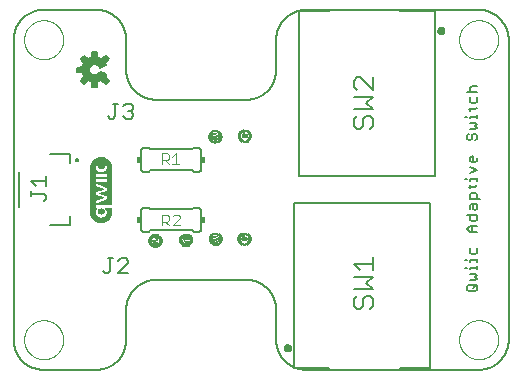
<source format=gto>
G75*
%MOIN*%
%OFA0B0*%
%FSLAX25Y25*%
%IPPOS*%
%LPD*%
%AMOC8*
5,1,8,0,0,1.08239X$1,22.5*
%
%ADD10C,0.00800*%
%ADD11R,0.00025X0.00600*%
%ADD12R,0.00025X0.00875*%
%ADD13R,0.00025X0.01100*%
%ADD14R,0.00025X0.01250*%
%ADD15R,0.00025X0.01400*%
%ADD16R,0.00025X0.01550*%
%ADD17R,0.00025X0.01700*%
%ADD18R,0.00025X0.01800*%
%ADD19R,0.00025X0.01900*%
%ADD20R,0.00025X0.02000*%
%ADD21R,0.00025X0.02100*%
%ADD22R,0.00025X0.02200*%
%ADD23R,0.00025X0.02250*%
%ADD24R,0.00025X0.02350*%
%ADD25R,0.00025X0.02450*%
%ADD26R,0.00025X0.02500*%
%ADD27R,0.00025X0.02550*%
%ADD28R,0.00025X0.02650*%
%ADD29R,0.00025X0.02700*%
%ADD30R,0.00025X0.02750*%
%ADD31R,0.00025X0.02800*%
%ADD32R,0.00025X0.02900*%
%ADD33R,0.00025X0.02950*%
%ADD34R,0.00025X0.03000*%
%ADD35R,0.00025X0.03050*%
%ADD36R,0.00025X0.03100*%
%ADD37R,0.00025X0.03150*%
%ADD38R,0.00025X0.03200*%
%ADD39R,0.00025X0.03250*%
%ADD40R,0.00025X0.03300*%
%ADD41R,0.00025X0.03350*%
%ADD42R,0.00025X0.03400*%
%ADD43R,0.00025X0.03450*%
%ADD44R,0.00025X0.03500*%
%ADD45R,0.00025X0.03550*%
%ADD46R,0.00025X0.01600*%
%ADD47R,0.00025X0.01475*%
%ADD48R,0.00025X0.01625*%
%ADD49R,0.00025X0.01500*%
%ADD50R,0.00025X0.01650*%
%ADD51R,0.00025X0.01525*%
%ADD52R,0.00025X0.01675*%
%ADD53R,0.00025X0.01575*%
%ADD54R,0.00025X0.01725*%
%ADD55R,0.00025X0.01750*%
%ADD56R,0.00025X0.01775*%
%ADD57R,0.00025X0.01825*%
%ADD58R,0.00025X0.01850*%
%ADD59R,0.00025X0.01875*%
%ADD60R,0.00025X0.01925*%
%ADD61R,0.00025X0.01950*%
%ADD62R,0.00025X0.01975*%
%ADD63R,0.00025X0.01350*%
%ADD64R,0.00025X0.00625*%
%ADD65R,0.00025X0.00550*%
%ADD66R,0.00025X0.00500*%
%ADD67R,0.00025X0.01325*%
%ADD68R,0.00025X0.00450*%
%ADD69R,0.00025X0.00400*%
%ADD70R,0.00025X0.00375*%
%ADD71R,0.00025X0.00325*%
%ADD72R,0.00025X0.00275*%
%ADD73R,0.00025X0.00250*%
%ADD74R,0.00025X0.01300*%
%ADD75R,0.00025X0.00225*%
%ADD76R,0.00025X0.00175*%
%ADD77R,0.00025X0.00150*%
%ADD78R,0.00025X0.00125*%
%ADD79R,0.00025X0.00100*%
%ADD80R,0.00025X0.01275*%
%ADD81R,0.00025X0.00075*%
%ADD82R,0.00025X0.00050*%
%ADD83R,0.00025X0.00025*%
%ADD84R,0.00025X0.01425*%
%ADD85R,0.00025X0.01450*%
%ADD86R,0.00025X0.00850*%
%ADD87R,0.00025X0.03600*%
%ADD88R,0.00025X0.01000*%
%ADD89R,0.00025X0.01025*%
%ADD90R,0.00025X0.01050*%
%ADD91R,0.00025X0.00900*%
%ADD92R,0.00025X0.00925*%
%ADD93R,0.00025X0.01125*%
%ADD94R,0.00025X0.00950*%
%ADD95R,0.00025X0.01150*%
%ADD96R,0.00025X0.00975*%
%ADD97R,0.00025X0.01175*%
%ADD98R,0.00025X0.01200*%
%ADD99R,0.00025X0.01075*%
%ADD100R,0.00025X0.01375*%
%ADD101R,0.00025X0.02125*%
%ADD102R,0.00025X0.02075*%
%ADD103R,0.00025X0.02050*%
%ADD104R,0.00025X0.02025*%
%ADD105R,0.00025X0.02150*%
%ADD106R,0.00025X0.02175*%
%ADD107R,0.00025X0.02225*%
%ADD108R,0.00025X0.02275*%
%ADD109R,0.00025X0.02300*%
%ADD110R,0.00025X0.02325*%
%ADD111R,0.00025X0.02375*%
%ADD112R,0.00025X0.02400*%
%ADD113R,0.00025X0.02425*%
%ADD114R,0.00025X0.02475*%
%ADD115R,0.00025X0.02525*%
%ADD116R,0.00025X0.02575*%
%ADD117R,0.00025X0.01225*%
%ADD118R,0.00025X0.00700*%
%ADD119R,0.00025X0.00650*%
%ADD120R,0.00025X0.00575*%
%ADD121R,0.00025X0.00350*%
%ADD122R,0.00025X0.00200*%
%ADD123R,0.00025X0.00825*%
%ADD124R,0.00025X0.00800*%
%ADD125R,0.00025X0.00775*%
%ADD126R,0.00025X0.00475*%
%ADD127R,0.00025X0.00750*%
%ADD128R,0.00025X0.02925*%
%ADD129R,0.00025X0.02875*%
%ADD130R,0.00025X0.02850*%
%ADD131R,0.00025X0.02825*%
%ADD132R,0.00025X0.00725*%
%ADD133R,0.00025X0.03650*%
%ADD134R,0.00025X0.03700*%
%ADD135R,0.00025X0.03750*%
%ADD136R,0.00025X0.03800*%
%ADD137R,0.00025X0.02675*%
%ADD138R,0.00025X0.00675*%
%ADD139R,0.00025X0.00525*%
%ADD140R,0.00025X0.00425*%
%ADD141R,0.00025X0.00300*%
%ADD142R,0.00025X0.03950*%
%ADD143R,0.00025X0.03925*%
%ADD144R,0.00025X0.03900*%
%ADD145R,0.00025X0.03875*%
%ADD146R,0.00025X0.03850*%
%ADD147R,0.00025X0.03525*%
%ADD148C,0.00600*%
%ADD149C,0.00000*%
%ADD150C,0.00050*%
%ADD151C,0.00500*%
%ADD152C,0.01339*%
%ADD153R,0.01500X0.02000*%
%ADD154C,0.00400*%
%ADD155C,0.00591*%
D10*
X0012250Y0015449D02*
X0029750Y0015449D01*
X0029992Y0015452D01*
X0030233Y0015461D01*
X0030474Y0015475D01*
X0030715Y0015496D01*
X0030955Y0015522D01*
X0031195Y0015554D01*
X0031434Y0015592D01*
X0031671Y0015635D01*
X0031908Y0015685D01*
X0032143Y0015740D01*
X0032377Y0015800D01*
X0032609Y0015867D01*
X0032840Y0015938D01*
X0033069Y0016016D01*
X0033296Y0016099D01*
X0033521Y0016187D01*
X0033744Y0016281D01*
X0033964Y0016380D01*
X0034182Y0016485D01*
X0034397Y0016594D01*
X0034610Y0016709D01*
X0034820Y0016829D01*
X0035026Y0016954D01*
X0035230Y0017084D01*
X0035431Y0017219D01*
X0035628Y0017359D01*
X0035822Y0017503D01*
X0036012Y0017652D01*
X0036198Y0017806D01*
X0036381Y0017964D01*
X0036560Y0018126D01*
X0036735Y0018293D01*
X0036906Y0018464D01*
X0037073Y0018639D01*
X0037235Y0018818D01*
X0037393Y0019001D01*
X0037547Y0019187D01*
X0037696Y0019377D01*
X0037840Y0019571D01*
X0037980Y0019768D01*
X0038115Y0019969D01*
X0038245Y0020173D01*
X0038370Y0020379D01*
X0038490Y0020589D01*
X0038605Y0020802D01*
X0038714Y0021017D01*
X0038819Y0021235D01*
X0038918Y0021455D01*
X0039012Y0021678D01*
X0039100Y0021903D01*
X0039183Y0022130D01*
X0039261Y0022359D01*
X0039332Y0022590D01*
X0039399Y0022822D01*
X0039459Y0023056D01*
X0039514Y0023291D01*
X0039564Y0023528D01*
X0039607Y0023765D01*
X0039645Y0024004D01*
X0039677Y0024244D01*
X0039703Y0024484D01*
X0039724Y0024725D01*
X0039738Y0024966D01*
X0039747Y0025207D01*
X0039750Y0025449D01*
X0039750Y0035449D01*
X0039753Y0035691D01*
X0039762Y0035932D01*
X0039776Y0036173D01*
X0039797Y0036414D01*
X0039823Y0036654D01*
X0039855Y0036894D01*
X0039893Y0037133D01*
X0039936Y0037370D01*
X0039986Y0037607D01*
X0040041Y0037842D01*
X0040101Y0038076D01*
X0040168Y0038308D01*
X0040239Y0038539D01*
X0040317Y0038768D01*
X0040400Y0038995D01*
X0040488Y0039220D01*
X0040582Y0039443D01*
X0040681Y0039663D01*
X0040786Y0039881D01*
X0040895Y0040096D01*
X0041010Y0040309D01*
X0041130Y0040519D01*
X0041255Y0040725D01*
X0041385Y0040929D01*
X0041520Y0041130D01*
X0041660Y0041327D01*
X0041804Y0041521D01*
X0041953Y0041711D01*
X0042107Y0041897D01*
X0042265Y0042080D01*
X0042427Y0042259D01*
X0042594Y0042434D01*
X0042765Y0042605D01*
X0042940Y0042772D01*
X0043119Y0042934D01*
X0043302Y0043092D01*
X0043488Y0043246D01*
X0043678Y0043395D01*
X0043872Y0043539D01*
X0044069Y0043679D01*
X0044270Y0043814D01*
X0044474Y0043944D01*
X0044680Y0044069D01*
X0044890Y0044189D01*
X0045103Y0044304D01*
X0045318Y0044413D01*
X0045536Y0044518D01*
X0045756Y0044617D01*
X0045979Y0044711D01*
X0046204Y0044799D01*
X0046431Y0044882D01*
X0046660Y0044960D01*
X0046891Y0045031D01*
X0047123Y0045098D01*
X0047357Y0045158D01*
X0047592Y0045213D01*
X0047829Y0045263D01*
X0048066Y0045306D01*
X0048305Y0045344D01*
X0048545Y0045376D01*
X0048785Y0045402D01*
X0049026Y0045423D01*
X0049267Y0045437D01*
X0049508Y0045446D01*
X0049750Y0045449D01*
X0079750Y0045449D01*
X0079992Y0045446D01*
X0080233Y0045437D01*
X0080474Y0045423D01*
X0080715Y0045402D01*
X0080955Y0045376D01*
X0081195Y0045344D01*
X0081434Y0045306D01*
X0081671Y0045263D01*
X0081908Y0045213D01*
X0082143Y0045158D01*
X0082377Y0045098D01*
X0082609Y0045031D01*
X0082840Y0044960D01*
X0083069Y0044882D01*
X0083296Y0044799D01*
X0083521Y0044711D01*
X0083744Y0044617D01*
X0083964Y0044518D01*
X0084182Y0044413D01*
X0084397Y0044304D01*
X0084610Y0044189D01*
X0084820Y0044069D01*
X0085026Y0043944D01*
X0085230Y0043814D01*
X0085431Y0043679D01*
X0085628Y0043539D01*
X0085822Y0043395D01*
X0086012Y0043246D01*
X0086198Y0043092D01*
X0086381Y0042934D01*
X0086560Y0042772D01*
X0086735Y0042605D01*
X0086906Y0042434D01*
X0087073Y0042259D01*
X0087235Y0042080D01*
X0087393Y0041897D01*
X0087547Y0041711D01*
X0087696Y0041521D01*
X0087840Y0041327D01*
X0087980Y0041130D01*
X0088115Y0040929D01*
X0088245Y0040725D01*
X0088370Y0040519D01*
X0088490Y0040309D01*
X0088605Y0040096D01*
X0088714Y0039881D01*
X0088819Y0039663D01*
X0088918Y0039443D01*
X0089012Y0039220D01*
X0089100Y0038995D01*
X0089183Y0038768D01*
X0089261Y0038539D01*
X0089332Y0038308D01*
X0089399Y0038076D01*
X0089459Y0037842D01*
X0089514Y0037607D01*
X0089564Y0037370D01*
X0089607Y0037133D01*
X0089645Y0036894D01*
X0089677Y0036654D01*
X0089703Y0036414D01*
X0089724Y0036173D01*
X0089738Y0035932D01*
X0089747Y0035691D01*
X0089750Y0035449D01*
X0089750Y0025449D01*
X0089753Y0025207D01*
X0089762Y0024966D01*
X0089776Y0024725D01*
X0089797Y0024484D01*
X0089823Y0024244D01*
X0089855Y0024004D01*
X0089893Y0023765D01*
X0089936Y0023528D01*
X0089986Y0023291D01*
X0090041Y0023056D01*
X0090101Y0022822D01*
X0090168Y0022590D01*
X0090239Y0022359D01*
X0090317Y0022130D01*
X0090400Y0021903D01*
X0090488Y0021678D01*
X0090582Y0021455D01*
X0090681Y0021235D01*
X0090786Y0021017D01*
X0090895Y0020802D01*
X0091010Y0020589D01*
X0091130Y0020379D01*
X0091255Y0020173D01*
X0091385Y0019969D01*
X0091520Y0019768D01*
X0091660Y0019571D01*
X0091804Y0019377D01*
X0091953Y0019187D01*
X0092107Y0019001D01*
X0092265Y0018818D01*
X0092427Y0018639D01*
X0092594Y0018464D01*
X0092765Y0018293D01*
X0092940Y0018126D01*
X0093119Y0017964D01*
X0093302Y0017806D01*
X0093488Y0017652D01*
X0093678Y0017503D01*
X0093872Y0017359D01*
X0094069Y0017219D01*
X0094270Y0017084D01*
X0094474Y0016954D01*
X0094680Y0016829D01*
X0094890Y0016709D01*
X0095103Y0016594D01*
X0095318Y0016485D01*
X0095536Y0016380D01*
X0095756Y0016281D01*
X0095979Y0016187D01*
X0096204Y0016099D01*
X0096431Y0016016D01*
X0096660Y0015938D01*
X0096891Y0015867D01*
X0097123Y0015800D01*
X0097357Y0015740D01*
X0097592Y0015685D01*
X0097829Y0015635D01*
X0098066Y0015592D01*
X0098305Y0015554D01*
X0098545Y0015522D01*
X0098785Y0015496D01*
X0099026Y0015475D01*
X0099267Y0015461D01*
X0099508Y0015452D01*
X0099750Y0015449D01*
X0157250Y0015449D01*
X0157492Y0015452D01*
X0157733Y0015461D01*
X0157974Y0015475D01*
X0158215Y0015496D01*
X0158455Y0015522D01*
X0158695Y0015554D01*
X0158934Y0015592D01*
X0159171Y0015635D01*
X0159408Y0015685D01*
X0159643Y0015740D01*
X0159877Y0015800D01*
X0160109Y0015867D01*
X0160340Y0015938D01*
X0160569Y0016016D01*
X0160796Y0016099D01*
X0161021Y0016187D01*
X0161244Y0016281D01*
X0161464Y0016380D01*
X0161682Y0016485D01*
X0161897Y0016594D01*
X0162110Y0016709D01*
X0162320Y0016829D01*
X0162526Y0016954D01*
X0162730Y0017084D01*
X0162931Y0017219D01*
X0163128Y0017359D01*
X0163322Y0017503D01*
X0163512Y0017652D01*
X0163698Y0017806D01*
X0163881Y0017964D01*
X0164060Y0018126D01*
X0164235Y0018293D01*
X0164406Y0018464D01*
X0164573Y0018639D01*
X0164735Y0018818D01*
X0164893Y0019001D01*
X0165047Y0019187D01*
X0165196Y0019377D01*
X0165340Y0019571D01*
X0165480Y0019768D01*
X0165615Y0019969D01*
X0165745Y0020173D01*
X0165870Y0020379D01*
X0165990Y0020589D01*
X0166105Y0020802D01*
X0166214Y0021017D01*
X0166319Y0021235D01*
X0166418Y0021455D01*
X0166512Y0021678D01*
X0166600Y0021903D01*
X0166683Y0022130D01*
X0166761Y0022359D01*
X0166832Y0022590D01*
X0166899Y0022822D01*
X0166959Y0023056D01*
X0167014Y0023291D01*
X0167064Y0023528D01*
X0167107Y0023765D01*
X0167145Y0024004D01*
X0167177Y0024244D01*
X0167203Y0024484D01*
X0167224Y0024725D01*
X0167238Y0024966D01*
X0167247Y0025207D01*
X0167250Y0025449D01*
X0167250Y0125449D01*
X0167247Y0125691D01*
X0167238Y0125932D01*
X0167224Y0126173D01*
X0167203Y0126414D01*
X0167177Y0126654D01*
X0167145Y0126894D01*
X0167107Y0127133D01*
X0167064Y0127370D01*
X0167014Y0127607D01*
X0166959Y0127842D01*
X0166899Y0128076D01*
X0166832Y0128308D01*
X0166761Y0128539D01*
X0166683Y0128768D01*
X0166600Y0128995D01*
X0166512Y0129220D01*
X0166418Y0129443D01*
X0166319Y0129663D01*
X0166214Y0129881D01*
X0166105Y0130096D01*
X0165990Y0130309D01*
X0165870Y0130519D01*
X0165745Y0130725D01*
X0165615Y0130929D01*
X0165480Y0131130D01*
X0165340Y0131327D01*
X0165196Y0131521D01*
X0165047Y0131711D01*
X0164893Y0131897D01*
X0164735Y0132080D01*
X0164573Y0132259D01*
X0164406Y0132434D01*
X0164235Y0132605D01*
X0164060Y0132772D01*
X0163881Y0132934D01*
X0163698Y0133092D01*
X0163512Y0133246D01*
X0163322Y0133395D01*
X0163128Y0133539D01*
X0162931Y0133679D01*
X0162730Y0133814D01*
X0162526Y0133944D01*
X0162320Y0134069D01*
X0162110Y0134189D01*
X0161897Y0134304D01*
X0161682Y0134413D01*
X0161464Y0134518D01*
X0161244Y0134617D01*
X0161021Y0134711D01*
X0160796Y0134799D01*
X0160569Y0134882D01*
X0160340Y0134960D01*
X0160109Y0135031D01*
X0159877Y0135098D01*
X0159643Y0135158D01*
X0159408Y0135213D01*
X0159171Y0135263D01*
X0158934Y0135306D01*
X0158695Y0135344D01*
X0158455Y0135376D01*
X0158215Y0135402D01*
X0157974Y0135423D01*
X0157733Y0135437D01*
X0157492Y0135446D01*
X0157250Y0135449D01*
X0099750Y0135449D01*
X0099508Y0135446D01*
X0099267Y0135437D01*
X0099026Y0135423D01*
X0098785Y0135402D01*
X0098545Y0135376D01*
X0098305Y0135344D01*
X0098066Y0135306D01*
X0097829Y0135263D01*
X0097592Y0135213D01*
X0097357Y0135158D01*
X0097123Y0135098D01*
X0096891Y0135031D01*
X0096660Y0134960D01*
X0096431Y0134882D01*
X0096204Y0134799D01*
X0095979Y0134711D01*
X0095756Y0134617D01*
X0095536Y0134518D01*
X0095318Y0134413D01*
X0095103Y0134304D01*
X0094890Y0134189D01*
X0094680Y0134069D01*
X0094474Y0133944D01*
X0094270Y0133814D01*
X0094069Y0133679D01*
X0093872Y0133539D01*
X0093678Y0133395D01*
X0093488Y0133246D01*
X0093302Y0133092D01*
X0093119Y0132934D01*
X0092940Y0132772D01*
X0092765Y0132605D01*
X0092594Y0132434D01*
X0092427Y0132259D01*
X0092265Y0132080D01*
X0092107Y0131897D01*
X0091953Y0131711D01*
X0091804Y0131521D01*
X0091660Y0131327D01*
X0091520Y0131130D01*
X0091385Y0130929D01*
X0091255Y0130725D01*
X0091130Y0130519D01*
X0091010Y0130309D01*
X0090895Y0130096D01*
X0090786Y0129881D01*
X0090681Y0129663D01*
X0090582Y0129443D01*
X0090488Y0129220D01*
X0090400Y0128995D01*
X0090317Y0128768D01*
X0090239Y0128539D01*
X0090168Y0128308D01*
X0090101Y0128076D01*
X0090041Y0127842D01*
X0089986Y0127607D01*
X0089936Y0127370D01*
X0089893Y0127133D01*
X0089855Y0126894D01*
X0089823Y0126654D01*
X0089797Y0126414D01*
X0089776Y0126173D01*
X0089762Y0125932D01*
X0089753Y0125691D01*
X0089750Y0125449D01*
X0089750Y0115449D01*
X0089747Y0115207D01*
X0089738Y0114966D01*
X0089724Y0114725D01*
X0089703Y0114484D01*
X0089677Y0114244D01*
X0089645Y0114004D01*
X0089607Y0113765D01*
X0089564Y0113528D01*
X0089514Y0113291D01*
X0089459Y0113056D01*
X0089399Y0112822D01*
X0089332Y0112590D01*
X0089261Y0112359D01*
X0089183Y0112130D01*
X0089100Y0111903D01*
X0089012Y0111678D01*
X0088918Y0111455D01*
X0088819Y0111235D01*
X0088714Y0111017D01*
X0088605Y0110802D01*
X0088490Y0110589D01*
X0088370Y0110379D01*
X0088245Y0110173D01*
X0088115Y0109969D01*
X0087980Y0109768D01*
X0087840Y0109571D01*
X0087696Y0109377D01*
X0087547Y0109187D01*
X0087393Y0109001D01*
X0087235Y0108818D01*
X0087073Y0108639D01*
X0086906Y0108464D01*
X0086735Y0108293D01*
X0086560Y0108126D01*
X0086381Y0107964D01*
X0086198Y0107806D01*
X0086012Y0107652D01*
X0085822Y0107503D01*
X0085628Y0107359D01*
X0085431Y0107219D01*
X0085230Y0107084D01*
X0085026Y0106954D01*
X0084820Y0106829D01*
X0084610Y0106709D01*
X0084397Y0106594D01*
X0084182Y0106485D01*
X0083964Y0106380D01*
X0083744Y0106281D01*
X0083521Y0106187D01*
X0083296Y0106099D01*
X0083069Y0106016D01*
X0082840Y0105938D01*
X0082609Y0105867D01*
X0082377Y0105800D01*
X0082143Y0105740D01*
X0081908Y0105685D01*
X0081671Y0105635D01*
X0081434Y0105592D01*
X0081195Y0105554D01*
X0080955Y0105522D01*
X0080715Y0105496D01*
X0080474Y0105475D01*
X0080233Y0105461D01*
X0079992Y0105452D01*
X0079750Y0105449D01*
X0049750Y0105449D01*
X0049508Y0105452D01*
X0049267Y0105461D01*
X0049026Y0105475D01*
X0048785Y0105496D01*
X0048545Y0105522D01*
X0048305Y0105554D01*
X0048066Y0105592D01*
X0047829Y0105635D01*
X0047592Y0105685D01*
X0047357Y0105740D01*
X0047123Y0105800D01*
X0046891Y0105867D01*
X0046660Y0105938D01*
X0046431Y0106016D01*
X0046204Y0106099D01*
X0045979Y0106187D01*
X0045756Y0106281D01*
X0045536Y0106380D01*
X0045318Y0106485D01*
X0045103Y0106594D01*
X0044890Y0106709D01*
X0044680Y0106829D01*
X0044474Y0106954D01*
X0044270Y0107084D01*
X0044069Y0107219D01*
X0043872Y0107359D01*
X0043678Y0107503D01*
X0043488Y0107652D01*
X0043302Y0107806D01*
X0043119Y0107964D01*
X0042940Y0108126D01*
X0042765Y0108293D01*
X0042594Y0108464D01*
X0042427Y0108639D01*
X0042265Y0108818D01*
X0042107Y0109001D01*
X0041953Y0109187D01*
X0041804Y0109377D01*
X0041660Y0109571D01*
X0041520Y0109768D01*
X0041385Y0109969D01*
X0041255Y0110173D01*
X0041130Y0110379D01*
X0041010Y0110589D01*
X0040895Y0110802D01*
X0040786Y0111017D01*
X0040681Y0111235D01*
X0040582Y0111455D01*
X0040488Y0111678D01*
X0040400Y0111903D01*
X0040317Y0112130D01*
X0040239Y0112359D01*
X0040168Y0112590D01*
X0040101Y0112822D01*
X0040041Y0113056D01*
X0039986Y0113291D01*
X0039936Y0113528D01*
X0039893Y0113765D01*
X0039855Y0114004D01*
X0039823Y0114244D01*
X0039797Y0114484D01*
X0039776Y0114725D01*
X0039762Y0114966D01*
X0039753Y0115207D01*
X0039750Y0115449D01*
X0039750Y0125449D01*
X0039747Y0125691D01*
X0039738Y0125932D01*
X0039724Y0126173D01*
X0039703Y0126414D01*
X0039677Y0126654D01*
X0039645Y0126894D01*
X0039607Y0127133D01*
X0039564Y0127370D01*
X0039514Y0127607D01*
X0039459Y0127842D01*
X0039399Y0128076D01*
X0039332Y0128308D01*
X0039261Y0128539D01*
X0039183Y0128768D01*
X0039100Y0128995D01*
X0039012Y0129220D01*
X0038918Y0129443D01*
X0038819Y0129663D01*
X0038714Y0129881D01*
X0038605Y0130096D01*
X0038490Y0130309D01*
X0038370Y0130519D01*
X0038245Y0130725D01*
X0038115Y0130929D01*
X0037980Y0131130D01*
X0037840Y0131327D01*
X0037696Y0131521D01*
X0037547Y0131711D01*
X0037393Y0131897D01*
X0037235Y0132080D01*
X0037073Y0132259D01*
X0036906Y0132434D01*
X0036735Y0132605D01*
X0036560Y0132772D01*
X0036381Y0132934D01*
X0036198Y0133092D01*
X0036012Y0133246D01*
X0035822Y0133395D01*
X0035628Y0133539D01*
X0035431Y0133679D01*
X0035230Y0133814D01*
X0035026Y0133944D01*
X0034820Y0134069D01*
X0034610Y0134189D01*
X0034397Y0134304D01*
X0034182Y0134413D01*
X0033964Y0134518D01*
X0033744Y0134617D01*
X0033521Y0134711D01*
X0033296Y0134799D01*
X0033069Y0134882D01*
X0032840Y0134960D01*
X0032609Y0135031D01*
X0032377Y0135098D01*
X0032143Y0135158D01*
X0031908Y0135213D01*
X0031671Y0135263D01*
X0031434Y0135306D01*
X0031195Y0135344D01*
X0030955Y0135376D01*
X0030715Y0135402D01*
X0030474Y0135423D01*
X0030233Y0135437D01*
X0029992Y0135446D01*
X0029750Y0135449D01*
X0012250Y0135449D01*
X0012008Y0135446D01*
X0011767Y0135437D01*
X0011526Y0135423D01*
X0011285Y0135402D01*
X0011045Y0135376D01*
X0010805Y0135344D01*
X0010566Y0135306D01*
X0010329Y0135263D01*
X0010092Y0135213D01*
X0009857Y0135158D01*
X0009623Y0135098D01*
X0009391Y0135031D01*
X0009160Y0134960D01*
X0008931Y0134882D01*
X0008704Y0134799D01*
X0008479Y0134711D01*
X0008256Y0134617D01*
X0008036Y0134518D01*
X0007818Y0134413D01*
X0007603Y0134304D01*
X0007390Y0134189D01*
X0007180Y0134069D01*
X0006974Y0133944D01*
X0006770Y0133814D01*
X0006569Y0133679D01*
X0006372Y0133539D01*
X0006178Y0133395D01*
X0005988Y0133246D01*
X0005802Y0133092D01*
X0005619Y0132934D01*
X0005440Y0132772D01*
X0005265Y0132605D01*
X0005094Y0132434D01*
X0004927Y0132259D01*
X0004765Y0132080D01*
X0004607Y0131897D01*
X0004453Y0131711D01*
X0004304Y0131521D01*
X0004160Y0131327D01*
X0004020Y0131130D01*
X0003885Y0130929D01*
X0003755Y0130725D01*
X0003630Y0130519D01*
X0003510Y0130309D01*
X0003395Y0130096D01*
X0003286Y0129881D01*
X0003181Y0129663D01*
X0003082Y0129443D01*
X0002988Y0129220D01*
X0002900Y0128995D01*
X0002817Y0128768D01*
X0002739Y0128539D01*
X0002668Y0128308D01*
X0002601Y0128076D01*
X0002541Y0127842D01*
X0002486Y0127607D01*
X0002436Y0127370D01*
X0002393Y0127133D01*
X0002355Y0126894D01*
X0002323Y0126654D01*
X0002297Y0126414D01*
X0002276Y0126173D01*
X0002262Y0125932D01*
X0002253Y0125691D01*
X0002250Y0125449D01*
X0002250Y0025449D01*
X0002253Y0025207D01*
X0002262Y0024966D01*
X0002276Y0024725D01*
X0002297Y0024484D01*
X0002323Y0024244D01*
X0002355Y0024004D01*
X0002393Y0023765D01*
X0002436Y0023528D01*
X0002486Y0023291D01*
X0002541Y0023056D01*
X0002601Y0022822D01*
X0002668Y0022590D01*
X0002739Y0022359D01*
X0002817Y0022130D01*
X0002900Y0021903D01*
X0002988Y0021678D01*
X0003082Y0021455D01*
X0003181Y0021235D01*
X0003286Y0021017D01*
X0003395Y0020802D01*
X0003510Y0020589D01*
X0003630Y0020379D01*
X0003755Y0020173D01*
X0003885Y0019969D01*
X0004020Y0019768D01*
X0004160Y0019571D01*
X0004304Y0019377D01*
X0004453Y0019187D01*
X0004607Y0019001D01*
X0004765Y0018818D01*
X0004927Y0018639D01*
X0005094Y0018464D01*
X0005265Y0018293D01*
X0005440Y0018126D01*
X0005619Y0017964D01*
X0005802Y0017806D01*
X0005988Y0017652D01*
X0006178Y0017503D01*
X0006372Y0017359D01*
X0006569Y0017219D01*
X0006770Y0017084D01*
X0006974Y0016954D01*
X0007180Y0016829D01*
X0007390Y0016709D01*
X0007603Y0016594D01*
X0007818Y0016485D01*
X0008036Y0016380D01*
X0008256Y0016281D01*
X0008479Y0016187D01*
X0008704Y0016099D01*
X0008931Y0016016D01*
X0009160Y0015938D01*
X0009391Y0015867D01*
X0009623Y0015800D01*
X0009857Y0015740D01*
X0010092Y0015685D01*
X0010329Y0015635D01*
X0010566Y0015592D01*
X0010805Y0015554D01*
X0011045Y0015522D01*
X0011285Y0015496D01*
X0011526Y0015475D01*
X0011767Y0015461D01*
X0012008Y0015452D01*
X0012250Y0015449D01*
X0014376Y0063638D02*
X0020872Y0063638D01*
X0020872Y0066591D01*
X0004140Y0069543D02*
X0004140Y0081354D01*
X0014376Y0087260D02*
X0020872Y0087260D01*
X0020872Y0084307D01*
X0023031Y0085291D02*
X0023033Y0085331D01*
X0023039Y0085370D01*
X0023049Y0085409D01*
X0023062Y0085446D01*
X0023080Y0085482D01*
X0023101Y0085516D01*
X0023125Y0085548D01*
X0023152Y0085577D01*
X0023182Y0085604D01*
X0023214Y0085627D01*
X0023249Y0085647D01*
X0023285Y0085663D01*
X0023323Y0085676D01*
X0023362Y0085685D01*
X0023401Y0085690D01*
X0023441Y0085691D01*
X0023481Y0085688D01*
X0023520Y0085681D01*
X0023558Y0085670D01*
X0023596Y0085656D01*
X0023631Y0085637D01*
X0023664Y0085616D01*
X0023696Y0085591D01*
X0023724Y0085563D01*
X0023750Y0085533D01*
X0023772Y0085500D01*
X0023791Y0085465D01*
X0023807Y0085428D01*
X0023819Y0085390D01*
X0023827Y0085351D01*
X0023831Y0085311D01*
X0023831Y0085271D01*
X0023827Y0085231D01*
X0023819Y0085192D01*
X0023807Y0085154D01*
X0023791Y0085117D01*
X0023772Y0085082D01*
X0023750Y0085049D01*
X0023724Y0085019D01*
X0023696Y0084991D01*
X0023664Y0084966D01*
X0023631Y0084945D01*
X0023596Y0084926D01*
X0023558Y0084912D01*
X0023520Y0084901D01*
X0023481Y0084894D01*
X0023441Y0084891D01*
X0023401Y0084892D01*
X0023362Y0084897D01*
X0023323Y0084906D01*
X0023285Y0084919D01*
X0023249Y0084935D01*
X0023214Y0084955D01*
X0023182Y0084978D01*
X0023152Y0085005D01*
X0023125Y0085034D01*
X0023101Y0085066D01*
X0023080Y0085100D01*
X0023062Y0085136D01*
X0023049Y0085173D01*
X0023039Y0085212D01*
X0023033Y0085251D01*
X0023031Y0085291D01*
X0152838Y0078964D02*
X0153372Y0078964D01*
X0154440Y0078964D02*
X0154440Y0078430D01*
X0154440Y0078964D02*
X0156575Y0078964D01*
X0156575Y0078430D02*
X0156575Y0079498D01*
X0156575Y0081953D02*
X0154440Y0080886D01*
X0154440Y0083021D02*
X0156575Y0081953D01*
X0156041Y0084569D02*
X0154974Y0084569D01*
X0154440Y0085103D01*
X0154440Y0086170D01*
X0154974Y0086704D01*
X0155507Y0086704D01*
X0155507Y0084569D01*
X0156041Y0084569D02*
X0156575Y0085103D01*
X0156575Y0086170D01*
X0156041Y0091935D02*
X0156575Y0092469D01*
X0156575Y0093536D01*
X0156041Y0094070D01*
X0155507Y0094070D01*
X0154974Y0093536D01*
X0154974Y0092469D01*
X0154440Y0091935D01*
X0153906Y0091935D01*
X0153372Y0092469D01*
X0153372Y0093536D01*
X0153906Y0094070D01*
X0154440Y0095618D02*
X0156041Y0095618D01*
X0156575Y0096152D01*
X0156041Y0096686D01*
X0156575Y0097220D01*
X0156041Y0097753D01*
X0154440Y0097753D01*
X0154440Y0099301D02*
X0154440Y0099835D01*
X0156575Y0099835D01*
X0156575Y0099301D02*
X0156575Y0100369D01*
X0156041Y0102291D02*
X0156575Y0102824D01*
X0156041Y0102291D02*
X0153906Y0102291D01*
X0154440Y0102824D02*
X0154440Y0101757D01*
X0153372Y0099835D02*
X0152838Y0099835D01*
X0154974Y0104212D02*
X0156041Y0104212D01*
X0156575Y0104746D01*
X0156575Y0106347D01*
X0156575Y0107895D02*
X0153372Y0107895D01*
X0154440Y0108429D02*
X0154440Y0109497D01*
X0154974Y0110031D01*
X0156575Y0110031D01*
X0154974Y0107895D02*
X0154440Y0108429D01*
X0154440Y0106347D02*
X0154440Y0104746D01*
X0154974Y0104212D01*
X0154440Y0077042D02*
X0154440Y0075975D01*
X0153906Y0076509D02*
X0156041Y0076509D01*
X0156575Y0077042D01*
X0156041Y0074427D02*
X0154974Y0074427D01*
X0154440Y0073893D01*
X0154440Y0072292D01*
X0157643Y0072292D01*
X0156575Y0072292D02*
X0156575Y0073893D01*
X0156041Y0074427D01*
X0155507Y0070744D02*
X0155507Y0069142D01*
X0156041Y0068609D01*
X0156575Y0069142D01*
X0156575Y0070744D01*
X0154974Y0070744D01*
X0154440Y0070210D01*
X0154440Y0069142D01*
X0154440Y0067061D02*
X0154440Y0065459D01*
X0154974Y0064925D01*
X0156041Y0064925D01*
X0156575Y0065459D01*
X0156575Y0067061D01*
X0153372Y0067061D01*
X0154440Y0063377D02*
X0156575Y0063377D01*
X0154974Y0063377D02*
X0154974Y0061242D01*
X0154440Y0061242D02*
X0153372Y0062310D01*
X0154440Y0063377D01*
X0154440Y0061242D02*
X0156575Y0061242D01*
X0156575Y0056011D02*
X0156575Y0054410D01*
X0156041Y0053876D01*
X0154974Y0053876D01*
X0154440Y0054410D01*
X0154440Y0056011D01*
X0154440Y0051954D02*
X0156575Y0051954D01*
X0156575Y0051421D02*
X0156575Y0052488D01*
X0154440Y0051954D02*
X0154440Y0051421D01*
X0153372Y0051954D02*
X0152838Y0051954D01*
X0152838Y0049499D02*
X0153372Y0049499D01*
X0154440Y0049499D02*
X0156575Y0049499D01*
X0156575Y0048965D02*
X0156575Y0050033D01*
X0154440Y0049499D02*
X0154440Y0048965D01*
X0154440Y0047417D02*
X0156041Y0047417D01*
X0156575Y0046883D01*
X0156041Y0046350D01*
X0156575Y0045816D01*
X0156041Y0045282D01*
X0154440Y0045282D01*
X0153906Y0043734D02*
X0156041Y0043734D01*
X0156575Y0043200D01*
X0156575Y0042133D01*
X0156041Y0041599D01*
X0153906Y0041599D01*
X0153372Y0042133D01*
X0153372Y0043200D01*
X0153906Y0043734D01*
X0155507Y0042666D02*
X0156575Y0043734D01*
D11*
X0081600Y0058886D03*
X0072000Y0058861D03*
X0070150Y0058936D03*
X0070125Y0058936D03*
X0070075Y0058911D03*
X0070050Y0058911D03*
X0070000Y0058886D03*
X0069975Y0058886D03*
X0069575Y0058736D03*
X0068825Y0058461D03*
X0069025Y0057086D03*
X0069075Y0057061D03*
X0069100Y0057061D03*
X0069150Y0057036D03*
X0069225Y0057011D03*
X0070750Y0057161D03*
X0069450Y0059736D03*
X0069500Y0060761D03*
X0069525Y0060761D03*
X0062125Y0058536D03*
X0051925Y0058361D03*
X0048850Y0058461D03*
X0068900Y0091386D03*
X0068950Y0091361D03*
X0068975Y0091361D03*
X0069025Y0091336D03*
X0069100Y0091311D03*
X0068700Y0092761D03*
X0069450Y0093036D03*
X0069850Y0093186D03*
X0069875Y0093186D03*
X0069925Y0093211D03*
X0069950Y0093211D03*
X0070000Y0093236D03*
X0070025Y0093236D03*
X0069325Y0094036D03*
X0069375Y0095061D03*
X0069400Y0095061D03*
X0071875Y0093161D03*
X0070625Y0091461D03*
X0081675Y0093236D03*
D12*
X0081650Y0093249D03*
X0080175Y0094899D03*
X0080150Y0094899D03*
X0080125Y0094899D03*
X0078675Y0093249D03*
X0071850Y0093174D03*
X0070475Y0093274D03*
X0068925Y0094049D03*
X0068900Y0094049D03*
X0068675Y0091624D03*
X0069250Y0091424D03*
X0080050Y0060549D03*
X0080075Y0060549D03*
X0080100Y0060549D03*
X0081575Y0058899D03*
X0078600Y0058899D03*
X0071975Y0058874D03*
X0070600Y0058974D03*
X0069050Y0059749D03*
X0069025Y0059749D03*
X0068800Y0057324D03*
X0069375Y0057124D03*
X0062100Y0058549D03*
X0051900Y0058374D03*
X0050925Y0059774D03*
D13*
X0050475Y0059886D03*
X0048950Y0059886D03*
X0048900Y0059861D03*
X0048875Y0059861D03*
X0048850Y0059861D03*
X0048550Y0059711D03*
X0048500Y0059686D03*
X0048475Y0059661D03*
X0047525Y0058361D03*
X0050825Y0057011D03*
X0050850Y0057011D03*
X0051875Y0058361D03*
X0057725Y0058536D03*
X0062075Y0058536D03*
X0067600Y0058861D03*
X0069825Y0057211D03*
X0069850Y0057211D03*
X0069875Y0057211D03*
X0069900Y0057211D03*
X0070775Y0058911D03*
X0071950Y0058861D03*
X0077200Y0058886D03*
X0078150Y0060186D03*
X0078175Y0060211D03*
X0080125Y0058961D03*
X0080675Y0060136D03*
X0081550Y0058886D03*
X0080525Y0057536D03*
X0078275Y0057511D03*
X0078250Y0057536D03*
X0078350Y0091861D03*
X0078325Y0091886D03*
X0077275Y0093236D03*
X0078225Y0094536D03*
X0078250Y0094561D03*
X0080200Y0093311D03*
X0080750Y0094486D03*
X0081625Y0093236D03*
X0080600Y0091886D03*
X0071825Y0093161D03*
X0070650Y0093211D03*
X0069775Y0091511D03*
X0069750Y0091511D03*
X0069725Y0091511D03*
X0069700Y0091511D03*
X0067475Y0093161D03*
D14*
X0067500Y0093161D03*
X0071800Y0093161D03*
X0077300Y0093236D03*
X0078125Y0094386D03*
X0078900Y0093236D03*
X0078925Y0093236D03*
X0080075Y0093286D03*
X0080800Y0094386D03*
X0081600Y0093236D03*
X0080725Y0060036D03*
X0080000Y0058936D03*
X0078850Y0058886D03*
X0078825Y0058886D03*
X0078050Y0060036D03*
X0077225Y0058886D03*
X0081525Y0058886D03*
X0071925Y0058861D03*
X0067625Y0058861D03*
X0062050Y0058536D03*
X0059250Y0057061D03*
X0059225Y0057061D03*
X0059200Y0057061D03*
X0059175Y0057061D03*
X0059150Y0057086D03*
X0057750Y0058536D03*
X0051850Y0058361D03*
X0050675Y0056986D03*
X0050650Y0056986D03*
X0050625Y0056986D03*
X0047550Y0058361D03*
X0048325Y0059486D03*
X0049275Y0059911D03*
X0049300Y0059911D03*
D15*
X0049525Y0059861D03*
X0049550Y0059861D03*
X0048275Y0059361D03*
X0047575Y0058361D03*
X0048375Y0057286D03*
X0050475Y0056986D03*
X0051825Y0058361D03*
X0057775Y0058536D03*
X0058500Y0059561D03*
X0059075Y0057186D03*
X0062025Y0058536D03*
X0067650Y0058861D03*
X0069475Y0057386D03*
X0069525Y0057361D03*
X0071900Y0058861D03*
X0077250Y0058886D03*
X0081500Y0058886D03*
X0069400Y0091661D03*
X0069350Y0091686D03*
X0067525Y0093161D03*
X0071775Y0093161D03*
X0077325Y0093236D03*
X0081575Y0093236D03*
D16*
X0081550Y0093236D03*
X0077350Y0093236D03*
X0071750Y0093161D03*
X0067550Y0093161D03*
X0061100Y0059636D03*
X0061075Y0059636D03*
X0062000Y0058536D03*
X0058925Y0057336D03*
X0057800Y0058536D03*
X0058700Y0059636D03*
X0058725Y0059636D03*
X0051800Y0058361D03*
X0049750Y0059786D03*
X0047600Y0058361D03*
X0067675Y0058861D03*
X0071875Y0058861D03*
X0077275Y0058886D03*
X0081475Y0058886D03*
D17*
X0081450Y0058886D03*
X0077300Y0058886D03*
X0071850Y0058861D03*
X0067700Y0058861D03*
X0061975Y0058536D03*
X0061050Y0057486D03*
X0061025Y0057486D03*
X0060800Y0059711D03*
X0060775Y0059711D03*
X0059025Y0059711D03*
X0059000Y0059711D03*
X0057825Y0058536D03*
X0051775Y0058361D03*
X0050200Y0057061D03*
X0047625Y0058361D03*
X0049900Y0059711D03*
X0067575Y0093161D03*
X0071725Y0093161D03*
X0077375Y0093236D03*
X0081525Y0093236D03*
D18*
X0081500Y0093236D03*
X0077400Y0093236D03*
X0071700Y0093161D03*
X0067600Y0093161D03*
X0060550Y0059761D03*
X0060525Y0059761D03*
X0060500Y0059761D03*
X0060475Y0059761D03*
X0059325Y0059761D03*
X0059300Y0059761D03*
X0059275Y0059761D03*
X0057850Y0058536D03*
X0060825Y0057436D03*
X0060850Y0057436D03*
X0060875Y0057436D03*
X0061950Y0058536D03*
X0067725Y0058861D03*
X0071825Y0058861D03*
X0077325Y0058886D03*
X0081425Y0058886D03*
X0051750Y0058361D03*
X0050100Y0057086D03*
X0047650Y0058361D03*
X0050000Y0059636D03*
D19*
X0050100Y0059586D03*
X0051725Y0058361D03*
X0050000Y0057136D03*
X0047675Y0058361D03*
X0057875Y0058536D03*
X0060550Y0057386D03*
X0060575Y0057386D03*
X0060600Y0057386D03*
X0060625Y0057386D03*
X0061925Y0058536D03*
X0067750Y0058861D03*
X0071800Y0058861D03*
X0077350Y0058886D03*
X0081400Y0058886D03*
X0081475Y0093236D03*
X0077425Y0093236D03*
X0071675Y0093161D03*
X0067625Y0093161D03*
D20*
X0067650Y0093161D03*
X0071650Y0093161D03*
X0077450Y0093236D03*
X0081450Y0093236D03*
X0081375Y0058886D03*
X0077375Y0058886D03*
X0071775Y0058861D03*
X0067775Y0058861D03*
X0061900Y0058536D03*
X0060175Y0057336D03*
X0060150Y0057336D03*
X0060125Y0057336D03*
X0060100Y0057336D03*
X0060075Y0057336D03*
X0060050Y0057336D03*
X0060025Y0057336D03*
X0060000Y0057336D03*
X0059975Y0057336D03*
X0059950Y0057336D03*
X0059925Y0057336D03*
X0059900Y0057336D03*
X0059875Y0057336D03*
X0059850Y0057336D03*
X0059825Y0057336D03*
X0059800Y0057336D03*
X0059775Y0057336D03*
X0059750Y0057336D03*
X0059725Y0057336D03*
X0059700Y0057336D03*
X0057900Y0058536D03*
X0051700Y0058361D03*
X0050225Y0059511D03*
X0047700Y0058361D03*
X0049925Y0057161D03*
D21*
X0049825Y0057211D03*
X0051675Y0058361D03*
X0050375Y0059411D03*
X0050350Y0059436D03*
X0047725Y0058361D03*
X0057925Y0058536D03*
X0061875Y0058536D03*
X0067800Y0058861D03*
X0071750Y0058861D03*
X0077400Y0058886D03*
X0081350Y0058886D03*
X0081425Y0093236D03*
X0077475Y0093236D03*
X0071625Y0093161D03*
X0067675Y0093161D03*
D22*
X0067700Y0093161D03*
X0071600Y0093161D03*
X0077500Y0093236D03*
X0081400Y0093236D03*
X0081325Y0058886D03*
X0077425Y0058886D03*
X0071725Y0058861D03*
X0067825Y0058861D03*
X0061850Y0058536D03*
X0057950Y0058536D03*
X0051650Y0058361D03*
X0049725Y0057261D03*
X0047750Y0058361D03*
D23*
X0047775Y0058361D03*
X0049675Y0057286D03*
X0051625Y0058361D03*
X0057975Y0058536D03*
X0061825Y0058536D03*
X0067850Y0058861D03*
X0071700Y0058861D03*
X0077450Y0058886D03*
X0081300Y0058886D03*
X0081375Y0093236D03*
X0077525Y0093236D03*
X0071575Y0093161D03*
X0067725Y0093161D03*
D24*
X0067750Y0093161D03*
X0071550Y0093161D03*
X0077550Y0093236D03*
X0081350Y0093236D03*
X0081275Y0058886D03*
X0077475Y0058886D03*
X0071675Y0058861D03*
X0067875Y0058861D03*
X0061800Y0058536D03*
X0058000Y0058536D03*
X0051600Y0058361D03*
X0049575Y0057336D03*
X0047800Y0058361D03*
D25*
X0047825Y0058361D03*
X0049475Y0057386D03*
X0051575Y0058361D03*
X0058025Y0058536D03*
X0061775Y0058536D03*
X0067900Y0058861D03*
X0071650Y0058861D03*
X0077500Y0058886D03*
X0081250Y0058886D03*
X0081325Y0093236D03*
X0077575Y0093236D03*
X0071525Y0093161D03*
X0067775Y0093161D03*
D26*
X0067800Y0093161D03*
X0071500Y0093161D03*
X0077600Y0093236D03*
X0081300Y0093236D03*
X0081225Y0058886D03*
X0077525Y0058886D03*
X0071625Y0058861D03*
X0067925Y0058861D03*
X0061750Y0058536D03*
X0058050Y0058536D03*
X0051550Y0058361D03*
X0049425Y0057411D03*
X0049400Y0057436D03*
X0049375Y0057436D03*
X0047850Y0058361D03*
D27*
X0047875Y0058361D03*
X0049225Y0057486D03*
X0049250Y0057486D03*
X0049300Y0057461D03*
X0049325Y0057461D03*
X0051525Y0058361D03*
X0058075Y0058536D03*
X0061725Y0058536D03*
X0067950Y0058861D03*
X0071600Y0058861D03*
X0077550Y0058886D03*
X0081200Y0058886D03*
X0081275Y0093236D03*
X0077625Y0093236D03*
X0071475Y0093161D03*
X0067825Y0093161D03*
D28*
X0067850Y0093161D03*
X0071450Y0093161D03*
X0077650Y0093236D03*
X0081250Y0093236D03*
X0081175Y0058886D03*
X0077575Y0058886D03*
X0071575Y0058861D03*
X0067975Y0058861D03*
X0061700Y0058536D03*
X0058100Y0058536D03*
X0051500Y0058361D03*
X0047900Y0058361D03*
D29*
X0047925Y0058361D03*
X0051475Y0058361D03*
X0058125Y0058536D03*
X0061675Y0058536D03*
X0068000Y0058861D03*
X0071550Y0058861D03*
X0077600Y0058886D03*
X0081150Y0058886D03*
X0081225Y0093236D03*
X0077675Y0093236D03*
X0071425Y0093161D03*
X0067875Y0093161D03*
D30*
X0067900Y0093161D03*
X0071400Y0093161D03*
X0077700Y0093236D03*
X0081200Y0093236D03*
X0081125Y0058886D03*
X0077625Y0058886D03*
X0071525Y0058861D03*
X0068025Y0058861D03*
X0061650Y0058536D03*
X0058150Y0058536D03*
X0051450Y0058361D03*
X0047950Y0058361D03*
D31*
X0047975Y0058361D03*
X0051425Y0058361D03*
X0058175Y0058536D03*
X0061625Y0058536D03*
X0068050Y0058861D03*
X0071500Y0058861D03*
X0077650Y0058886D03*
X0081100Y0058886D03*
X0081175Y0093236D03*
X0077725Y0093236D03*
X0071375Y0093161D03*
X0067925Y0093161D03*
D32*
X0067950Y0093161D03*
X0071350Y0093161D03*
X0077750Y0093236D03*
X0079175Y0093986D03*
X0081150Y0093236D03*
X0079100Y0059636D03*
X0077675Y0058886D03*
X0081075Y0058886D03*
X0071475Y0058861D03*
X0068075Y0058861D03*
X0061600Y0058536D03*
X0058200Y0058536D03*
X0051400Y0058361D03*
X0048000Y0058361D03*
D33*
X0048025Y0058361D03*
X0051375Y0058361D03*
X0058225Y0058536D03*
X0061575Y0058536D03*
X0068100Y0058861D03*
X0071450Y0058861D03*
X0077700Y0058886D03*
X0081050Y0058886D03*
X0081125Y0093236D03*
X0077775Y0093236D03*
X0071325Y0093161D03*
X0067975Y0093161D03*
D34*
X0068000Y0093161D03*
X0071300Y0093161D03*
X0077800Y0093236D03*
X0081100Y0093236D03*
X0081025Y0058886D03*
X0077725Y0058886D03*
X0071425Y0058861D03*
X0068125Y0058861D03*
X0061550Y0058536D03*
X0058250Y0058536D03*
X0051350Y0058361D03*
X0048050Y0058361D03*
D35*
X0048075Y0058361D03*
X0051325Y0058361D03*
X0058275Y0058536D03*
X0061525Y0058536D03*
X0068150Y0058861D03*
X0071400Y0058861D03*
X0077750Y0058886D03*
X0081000Y0058886D03*
X0081075Y0093236D03*
X0077825Y0093236D03*
X0071275Y0093161D03*
X0068025Y0093161D03*
D36*
X0068050Y0093161D03*
X0071250Y0093161D03*
X0077850Y0093236D03*
X0081050Y0093236D03*
X0080975Y0058886D03*
X0077775Y0058886D03*
X0071375Y0058861D03*
X0068175Y0058861D03*
X0061500Y0058536D03*
X0058300Y0058536D03*
X0051300Y0058361D03*
X0048100Y0058361D03*
D37*
X0048125Y0058361D03*
X0051275Y0058361D03*
X0058325Y0058536D03*
X0061475Y0058536D03*
X0068200Y0058861D03*
X0071350Y0058861D03*
X0077800Y0058886D03*
X0080950Y0058886D03*
X0081025Y0093236D03*
X0077875Y0093236D03*
X0071225Y0093161D03*
X0068075Y0093161D03*
D38*
X0068100Y0093161D03*
X0071200Y0093161D03*
X0077900Y0093236D03*
X0081000Y0093236D03*
X0080925Y0058886D03*
X0077825Y0058886D03*
X0071325Y0058861D03*
X0068225Y0058861D03*
X0061450Y0058536D03*
X0058350Y0058536D03*
X0051250Y0058361D03*
X0048150Y0058361D03*
D39*
X0048175Y0058361D03*
X0051225Y0058361D03*
X0058375Y0058536D03*
X0061425Y0058536D03*
X0068250Y0058861D03*
X0071300Y0058861D03*
X0077850Y0058886D03*
X0080900Y0058886D03*
X0080975Y0093236D03*
X0077925Y0093236D03*
X0071175Y0093161D03*
X0068125Y0093161D03*
D40*
X0068150Y0093161D03*
X0071150Y0093161D03*
X0077950Y0093236D03*
X0080950Y0093236D03*
X0080875Y0058886D03*
X0077875Y0058886D03*
X0071275Y0058861D03*
X0068275Y0058861D03*
X0061400Y0058536D03*
X0058400Y0058536D03*
X0051200Y0058361D03*
X0048200Y0058361D03*
D41*
X0048225Y0058361D03*
X0048250Y0058361D03*
X0051150Y0058361D03*
X0051175Y0058361D03*
X0058425Y0058536D03*
X0058450Y0058536D03*
X0061350Y0058536D03*
X0061375Y0058536D03*
X0068300Y0058861D03*
X0068325Y0058861D03*
X0071225Y0058861D03*
X0071250Y0058861D03*
X0077900Y0058886D03*
X0077925Y0058886D03*
X0080825Y0058886D03*
X0080850Y0058886D03*
X0080900Y0093236D03*
X0080925Y0093236D03*
X0078000Y0093236D03*
X0077975Y0093236D03*
X0071125Y0093161D03*
X0071100Y0093161D03*
X0068200Y0093161D03*
X0068175Y0093161D03*
D42*
X0068225Y0093161D03*
X0071075Y0093161D03*
X0078025Y0093236D03*
X0080875Y0093236D03*
X0080800Y0058886D03*
X0077950Y0058886D03*
X0071200Y0058861D03*
X0068350Y0058861D03*
X0061325Y0058536D03*
X0058475Y0058536D03*
X0051125Y0058361D03*
D43*
X0051100Y0058361D03*
X0061300Y0058536D03*
X0068375Y0058861D03*
X0071175Y0058861D03*
X0077975Y0058886D03*
X0078050Y0093236D03*
X0071050Y0093161D03*
X0068250Y0093161D03*
D44*
X0068275Y0093161D03*
X0071025Y0093161D03*
X0071150Y0058861D03*
X0068400Y0058861D03*
X0061275Y0058536D03*
X0051075Y0058361D03*
D45*
X0051050Y0058361D03*
X0051025Y0058361D03*
X0061225Y0058536D03*
X0061250Y0058536D03*
X0068450Y0058861D03*
X0071100Y0058861D03*
X0071125Y0058861D03*
X0071000Y0093161D03*
X0070975Y0093161D03*
X0068325Y0093161D03*
D46*
X0061000Y0059661D03*
X0061200Y0057536D03*
X0058850Y0057386D03*
X0058825Y0057411D03*
X0058800Y0059661D03*
X0050275Y0057036D03*
X0049800Y0059761D03*
D47*
X0049650Y0059824D03*
X0048325Y0057349D03*
X0050400Y0056999D03*
X0050425Y0056999D03*
X0058600Y0059599D03*
X0061200Y0059599D03*
X0069975Y0057399D03*
X0078000Y0059899D03*
X0069850Y0091699D03*
X0078075Y0094249D03*
D48*
X0060975Y0059674D03*
X0060950Y0059674D03*
X0058850Y0059674D03*
X0058825Y0059674D03*
X0058500Y0057624D03*
X0058550Y0057599D03*
X0058775Y0057449D03*
X0058800Y0057424D03*
X0061150Y0057524D03*
X0061175Y0057524D03*
X0049825Y0059749D03*
X0048275Y0057474D03*
D49*
X0050375Y0057011D03*
X0049675Y0059811D03*
X0058625Y0059611D03*
X0058650Y0059611D03*
X0058975Y0057286D03*
X0059000Y0057261D03*
X0061150Y0059611D03*
X0061175Y0059611D03*
X0070000Y0057411D03*
X0070225Y0057461D03*
X0069875Y0091711D03*
X0070100Y0091761D03*
D50*
X0060925Y0059686D03*
X0060900Y0059686D03*
X0058900Y0059686D03*
X0058875Y0059686D03*
X0058525Y0057611D03*
X0058575Y0057586D03*
X0058600Y0057561D03*
X0058650Y0057536D03*
X0058675Y0057511D03*
X0058725Y0057486D03*
X0058750Y0057461D03*
X0061125Y0057511D03*
X0050250Y0057036D03*
X0049850Y0059736D03*
D51*
X0049725Y0059799D03*
X0049700Y0059799D03*
X0048300Y0057399D03*
X0050350Y0057024D03*
X0058950Y0057299D03*
X0058675Y0059624D03*
X0061125Y0059624D03*
X0070025Y0057424D03*
X0070050Y0057424D03*
X0070075Y0057449D03*
X0070100Y0057449D03*
X0070125Y0057449D03*
X0070150Y0057449D03*
X0070175Y0057449D03*
X0070200Y0057449D03*
X0069925Y0091724D03*
X0069900Y0091724D03*
X0069950Y0091749D03*
X0069975Y0091749D03*
X0070000Y0091749D03*
X0070025Y0091749D03*
X0070050Y0091749D03*
X0070075Y0091749D03*
D52*
X0060875Y0059699D03*
X0060850Y0059699D03*
X0060825Y0059699D03*
X0058975Y0059699D03*
X0058950Y0059699D03*
X0058925Y0059699D03*
X0058625Y0057549D03*
X0058700Y0057499D03*
X0061075Y0057499D03*
X0061100Y0057499D03*
X0050225Y0057049D03*
X0049875Y0059724D03*
D53*
X0049775Y0059774D03*
X0050300Y0057024D03*
X0050325Y0057024D03*
X0058875Y0057374D03*
X0058900Y0057349D03*
X0058775Y0059649D03*
X0058750Y0059649D03*
X0061025Y0059649D03*
X0061050Y0059649D03*
X0078000Y0057924D03*
X0080775Y0057949D03*
X0080850Y0092299D03*
X0078075Y0092274D03*
D54*
X0060750Y0059724D03*
X0060725Y0059724D03*
X0060700Y0059724D03*
X0059100Y0059724D03*
X0059075Y0059724D03*
X0059050Y0059724D03*
X0061000Y0057474D03*
X0050175Y0057074D03*
X0050150Y0057074D03*
X0049075Y0057099D03*
X0049925Y0059699D03*
D55*
X0049950Y0059686D03*
X0059125Y0059736D03*
X0059150Y0059736D03*
X0060650Y0059736D03*
X0060675Y0059736D03*
X0060950Y0057461D03*
X0060975Y0057461D03*
D56*
X0060925Y0057449D03*
X0060900Y0057449D03*
X0060625Y0059749D03*
X0060600Y0059749D03*
X0060575Y0059749D03*
X0059250Y0059749D03*
X0059225Y0059749D03*
X0059200Y0059749D03*
X0059175Y0059749D03*
X0049975Y0059674D03*
X0050125Y0057074D03*
D57*
X0050075Y0057099D03*
X0050025Y0059624D03*
X0059350Y0059774D03*
X0059375Y0059774D03*
X0059400Y0059774D03*
X0059425Y0059774D03*
X0059450Y0059774D03*
X0060350Y0059774D03*
X0060375Y0059774D03*
X0060400Y0059774D03*
X0060425Y0059774D03*
X0060450Y0059774D03*
X0060775Y0057424D03*
X0060800Y0057424D03*
D58*
X0060750Y0057411D03*
X0060725Y0057411D03*
X0060700Y0057411D03*
X0060325Y0059786D03*
X0060300Y0059786D03*
X0060275Y0059786D03*
X0060250Y0059786D03*
X0060225Y0059786D03*
X0060200Y0059786D03*
X0059600Y0059786D03*
X0059575Y0059786D03*
X0059550Y0059786D03*
X0059525Y0059786D03*
X0059500Y0059786D03*
X0059475Y0059786D03*
X0050050Y0059611D03*
X0050050Y0057111D03*
D59*
X0050025Y0057124D03*
X0050075Y0059599D03*
X0059625Y0059799D03*
X0059650Y0059799D03*
X0059675Y0059799D03*
X0059700Y0059799D03*
X0059725Y0059799D03*
X0059750Y0059799D03*
X0059775Y0059799D03*
X0059800Y0059799D03*
X0059825Y0059799D03*
X0059850Y0059799D03*
X0059875Y0059799D03*
X0059900Y0059799D03*
X0059925Y0059799D03*
X0059950Y0059799D03*
X0059975Y0059799D03*
X0060000Y0059799D03*
X0060025Y0059799D03*
X0060050Y0059799D03*
X0060075Y0059799D03*
X0060100Y0059799D03*
X0060125Y0059799D03*
X0060150Y0059799D03*
X0060175Y0059799D03*
X0060650Y0057399D03*
X0060675Y0057399D03*
D60*
X0060525Y0057374D03*
X0060500Y0057374D03*
X0060475Y0057374D03*
X0050150Y0059549D03*
X0050125Y0059574D03*
D61*
X0050175Y0059536D03*
X0049975Y0057136D03*
X0060350Y0057361D03*
X0060375Y0057361D03*
X0060400Y0057361D03*
X0060425Y0057361D03*
X0060450Y0057361D03*
D62*
X0060325Y0057349D03*
X0060300Y0057349D03*
X0060275Y0057349D03*
X0060250Y0057349D03*
X0060225Y0057349D03*
X0060200Y0057349D03*
X0050200Y0059524D03*
X0049950Y0057149D03*
D63*
X0050525Y0056986D03*
X0050550Y0056986D03*
X0048425Y0057211D03*
X0049450Y0059886D03*
X0049475Y0059886D03*
X0059100Y0057161D03*
X0059625Y0057011D03*
X0059650Y0057011D03*
X0059675Y0057011D03*
X0069550Y0057336D03*
X0078050Y0057786D03*
X0079750Y0058886D03*
X0079775Y0058886D03*
X0079800Y0058886D03*
X0079825Y0058886D03*
X0078025Y0059986D03*
X0069425Y0091636D03*
X0078125Y0092136D03*
X0079825Y0093236D03*
X0079850Y0093236D03*
X0079875Y0093236D03*
X0079900Y0093236D03*
X0078100Y0094336D03*
D64*
X0070650Y0091499D03*
X0070150Y0091324D03*
X0068925Y0091374D03*
X0068875Y0091399D03*
X0068850Y0091424D03*
X0069475Y0093049D03*
X0069800Y0093149D03*
X0069825Y0093174D03*
X0069900Y0093199D03*
X0069975Y0093224D03*
X0070050Y0093249D03*
X0070075Y0093249D03*
X0069300Y0094049D03*
X0069275Y0094049D03*
X0069425Y0095049D03*
X0069450Y0095049D03*
X0069475Y0095049D03*
X0069550Y0060749D03*
X0069575Y0060749D03*
X0069600Y0060749D03*
X0069425Y0059749D03*
X0069400Y0059749D03*
X0069600Y0058749D03*
X0069925Y0058849D03*
X0069950Y0058874D03*
X0070025Y0058899D03*
X0070100Y0058924D03*
X0070175Y0058949D03*
X0070200Y0058949D03*
X0070775Y0057199D03*
X0070275Y0057024D03*
X0069050Y0057074D03*
X0069000Y0057099D03*
X0068975Y0057124D03*
X0059675Y0058024D03*
X0048875Y0058474D03*
D65*
X0048800Y0058461D03*
X0047475Y0058361D03*
X0057675Y0058536D03*
X0059650Y0058061D03*
X0067550Y0058861D03*
X0068850Y0058511D03*
X0070325Y0057936D03*
X0070350Y0057936D03*
X0070700Y0057136D03*
X0070650Y0057111D03*
X0070625Y0057086D03*
X0070325Y0056986D03*
X0069450Y0060761D03*
X0069425Y0060761D03*
X0069400Y0060761D03*
X0077150Y0058886D03*
X0070200Y0091286D03*
X0070500Y0091386D03*
X0070525Y0091411D03*
X0070575Y0091436D03*
X0070225Y0092236D03*
X0070200Y0092236D03*
X0068725Y0092811D03*
X0067425Y0093161D03*
X0069275Y0095061D03*
X0069300Y0095061D03*
X0069325Y0095061D03*
X0077225Y0093236D03*
D66*
X0078575Y0093261D03*
X0070275Y0092236D03*
X0070300Y0091311D03*
X0069375Y0093061D03*
X0069350Y0093061D03*
X0068775Y0092861D03*
X0068750Y0092836D03*
X0069200Y0095061D03*
X0069325Y0060761D03*
X0069475Y0058761D03*
X0069500Y0058761D03*
X0068900Y0058561D03*
X0068875Y0058536D03*
X0070400Y0057936D03*
X0070425Y0057011D03*
X0078500Y0058911D03*
X0059625Y0058086D03*
X0048775Y0058461D03*
D67*
X0048450Y0057199D03*
X0048475Y0057174D03*
X0048500Y0057149D03*
X0048925Y0056949D03*
X0048950Y0056949D03*
X0048975Y0056924D03*
X0049000Y0056924D03*
X0049025Y0056924D03*
X0049425Y0059899D03*
X0059125Y0057124D03*
X0059475Y0057024D03*
X0059500Y0057024D03*
X0059525Y0057024D03*
X0059550Y0057024D03*
X0059575Y0057024D03*
X0059600Y0057024D03*
X0070875Y0058849D03*
X0079850Y0058899D03*
X0079875Y0058899D03*
X0080750Y0059974D03*
X0079950Y0093249D03*
X0079925Y0093249D03*
X0080825Y0094324D03*
X0070750Y0093149D03*
D68*
X0070325Y0092236D03*
X0069150Y0092211D03*
X0069275Y0093061D03*
X0069300Y0093061D03*
X0069125Y0095086D03*
X0069100Y0095086D03*
X0069225Y0060786D03*
X0069250Y0060786D03*
X0069400Y0058761D03*
X0069425Y0058761D03*
X0069275Y0057911D03*
X0070450Y0057936D03*
X0059600Y0058111D03*
X0048750Y0058461D03*
D69*
X0059575Y0058136D03*
X0069000Y0058636D03*
X0069025Y0058636D03*
X0069050Y0058661D03*
X0069250Y0058736D03*
X0069275Y0058736D03*
X0069300Y0058736D03*
X0069225Y0057911D03*
X0070475Y0057936D03*
X0069175Y0060786D03*
X0069150Y0060786D03*
X0069100Y0092211D03*
X0068900Y0092936D03*
X0068875Y0092936D03*
X0068925Y0092961D03*
X0069125Y0093036D03*
X0069150Y0093036D03*
X0069175Y0093036D03*
X0070350Y0092236D03*
X0069050Y0095086D03*
X0069025Y0095086D03*
D70*
X0069000Y0095074D03*
X0069625Y0094049D03*
X0069650Y0094049D03*
X0069675Y0094049D03*
X0069100Y0093024D03*
X0069075Y0093024D03*
X0069025Y0092999D03*
X0069000Y0092999D03*
X0068975Y0092974D03*
X0068950Y0092974D03*
X0069125Y0060774D03*
X0069750Y0059749D03*
X0069775Y0059749D03*
X0069800Y0059749D03*
X0069225Y0058724D03*
X0069200Y0058724D03*
X0069150Y0058699D03*
X0069125Y0058699D03*
X0069100Y0058674D03*
X0069075Y0058674D03*
X0059550Y0058149D03*
D71*
X0059525Y0058174D03*
X0069825Y0059749D03*
X0069850Y0059749D03*
X0069875Y0059749D03*
X0069750Y0094049D03*
X0069725Y0094049D03*
X0069700Y0094049D03*
D72*
X0069775Y0094049D03*
X0069800Y0094049D03*
X0069825Y0094049D03*
X0068850Y0095074D03*
X0069050Y0092199D03*
X0070400Y0092224D03*
X0078550Y0093274D03*
X0080375Y0093274D03*
X0068975Y0060774D03*
X0069900Y0059749D03*
X0069925Y0059749D03*
X0069950Y0059749D03*
X0070525Y0057924D03*
X0069175Y0057899D03*
X0059500Y0058199D03*
X0078475Y0058924D03*
X0080300Y0058924D03*
D73*
X0068950Y0060786D03*
X0068925Y0060786D03*
X0059475Y0058211D03*
X0068800Y0095086D03*
X0068825Y0095086D03*
D74*
X0078150Y0092086D03*
X0078975Y0093236D03*
X0079975Y0093261D03*
X0080000Y0093261D03*
X0080775Y0092111D03*
X0078950Y0094736D03*
X0078875Y0060386D03*
X0078900Y0058886D03*
X0079900Y0058911D03*
X0079925Y0058911D03*
X0080700Y0057761D03*
X0078075Y0057736D03*
X0059450Y0057036D03*
X0059425Y0057036D03*
X0059400Y0057036D03*
X0059375Y0057036D03*
X0059350Y0057036D03*
X0050600Y0056986D03*
X0050575Y0056986D03*
X0048900Y0056961D03*
X0048875Y0056961D03*
X0048850Y0056961D03*
X0048825Y0056986D03*
X0048800Y0056986D03*
X0048750Y0057011D03*
X0048600Y0057086D03*
X0048550Y0057111D03*
X0048525Y0057136D03*
X0048300Y0059436D03*
X0049400Y0059886D03*
D75*
X0059450Y0058224D03*
X0069975Y0059749D03*
X0070000Y0059749D03*
X0070025Y0059749D03*
X0069900Y0094049D03*
X0069875Y0094049D03*
X0069850Y0094049D03*
D76*
X0069925Y0094049D03*
X0069950Y0094049D03*
X0069975Y0094049D03*
X0068725Y0095074D03*
X0069775Y0092224D03*
X0068850Y0060774D03*
X0070050Y0059749D03*
X0070075Y0059749D03*
X0070100Y0059749D03*
X0069900Y0057924D03*
X0059425Y0058249D03*
D77*
X0059400Y0058261D03*
X0068800Y0060786D03*
X0068825Y0060786D03*
X0069150Y0057911D03*
X0070550Y0057936D03*
X0070425Y0092236D03*
X0069025Y0092211D03*
X0068700Y0095086D03*
X0068675Y0095086D03*
D78*
X0070000Y0094049D03*
X0070025Y0094049D03*
X0070050Y0094049D03*
X0070125Y0059749D03*
X0070150Y0059749D03*
X0070175Y0059749D03*
X0059375Y0058274D03*
D79*
X0059350Y0058286D03*
D80*
X0059325Y0057049D03*
X0059300Y0057049D03*
X0059275Y0057049D03*
X0049375Y0059899D03*
X0049350Y0059899D03*
X0049325Y0059899D03*
X0048575Y0057099D03*
X0048625Y0057074D03*
X0048650Y0057049D03*
X0048675Y0057049D03*
X0048700Y0057024D03*
X0048725Y0057024D03*
X0048775Y0056999D03*
X0069575Y0057299D03*
X0070850Y0058874D03*
X0078100Y0057699D03*
X0078875Y0058874D03*
X0079950Y0058924D03*
X0079975Y0058924D03*
X0080675Y0057724D03*
X0069450Y0091599D03*
X0070725Y0093174D03*
X0078175Y0092049D03*
X0078950Y0093224D03*
X0080025Y0093274D03*
X0080050Y0093274D03*
X0080750Y0092074D03*
D81*
X0070125Y0094049D03*
X0070100Y0094049D03*
X0070075Y0094049D03*
X0070200Y0059749D03*
X0070225Y0059749D03*
X0070250Y0059749D03*
X0059325Y0058299D03*
D82*
X0059300Y0058311D03*
D83*
X0059275Y0058324D03*
X0070275Y0059749D03*
X0070300Y0059749D03*
X0070175Y0094049D03*
X0070150Y0094049D03*
D84*
X0069800Y0091674D03*
X0069375Y0091674D03*
X0069325Y0091699D03*
X0069300Y0091699D03*
X0078100Y0092199D03*
X0078975Y0094674D03*
X0078900Y0060324D03*
X0078025Y0057849D03*
X0069925Y0057374D03*
X0069500Y0057374D03*
X0069450Y0057399D03*
X0069425Y0057399D03*
X0059050Y0057199D03*
X0058525Y0059574D03*
X0050450Y0056999D03*
X0048350Y0057324D03*
X0049575Y0059849D03*
D85*
X0049600Y0059836D03*
X0049625Y0059836D03*
X0049050Y0056986D03*
X0058550Y0059586D03*
X0058575Y0059586D03*
X0059025Y0057236D03*
X0069400Y0057411D03*
X0069950Y0057386D03*
X0080750Y0057861D03*
X0080775Y0059886D03*
X0069825Y0091686D03*
X0069275Y0091711D03*
X0080825Y0092211D03*
X0080850Y0094236D03*
D86*
X0080575Y0094711D03*
X0080550Y0094736D03*
X0080225Y0094886D03*
X0080200Y0094886D03*
X0080275Y0093286D03*
X0077250Y0093236D03*
X0070675Y0094711D03*
X0070625Y0094736D03*
X0070600Y0094736D03*
X0070550Y0094761D03*
X0070500Y0094786D03*
X0070475Y0094786D03*
X0070425Y0094811D03*
X0070400Y0094811D03*
X0070375Y0094836D03*
X0070350Y0094836D03*
X0070325Y0094836D03*
X0070300Y0094861D03*
X0070275Y0094861D03*
X0070250Y0094861D03*
X0070200Y0094886D03*
X0068950Y0094036D03*
X0070450Y0093286D03*
X0067450Y0093161D03*
X0070325Y0060586D03*
X0070375Y0060561D03*
X0070400Y0060561D03*
X0070425Y0060561D03*
X0070450Y0060536D03*
X0070475Y0060536D03*
X0070500Y0060536D03*
X0070525Y0060511D03*
X0070550Y0060511D03*
X0070600Y0060486D03*
X0070625Y0060486D03*
X0070675Y0060461D03*
X0070725Y0060436D03*
X0070750Y0060436D03*
X0070800Y0060411D03*
X0070575Y0058986D03*
X0069075Y0059736D03*
X0067575Y0058861D03*
X0057700Y0058536D03*
X0050975Y0059761D03*
X0050950Y0059761D03*
X0047500Y0058361D03*
X0077175Y0058886D03*
X0080200Y0058936D03*
X0080500Y0060361D03*
X0080475Y0060386D03*
X0080150Y0060536D03*
X0080125Y0060536D03*
D87*
X0071075Y0058861D03*
X0068475Y0058861D03*
X0051000Y0058361D03*
X0068350Y0093161D03*
X0070950Y0093161D03*
D88*
X0068725Y0094036D03*
X0078400Y0094686D03*
X0078425Y0094711D03*
X0078475Y0091761D03*
X0078525Y0091736D03*
X0078550Y0091711D03*
X0078600Y0091686D03*
X0080350Y0091711D03*
X0080400Y0091736D03*
X0078350Y0060361D03*
X0078325Y0060336D03*
X0078400Y0057411D03*
X0078450Y0057386D03*
X0078475Y0057361D03*
X0078525Y0057336D03*
X0080275Y0057361D03*
X0080325Y0057386D03*
X0068850Y0059736D03*
X0050975Y0057036D03*
X0050950Y0057036D03*
X0050725Y0059836D03*
X0050700Y0059836D03*
D89*
X0050675Y0059849D03*
X0050650Y0059849D03*
X0050625Y0059849D03*
X0050925Y0057024D03*
X0068800Y0059749D03*
X0068825Y0059749D03*
X0070725Y0058949D03*
X0078250Y0060274D03*
X0078275Y0060299D03*
X0078300Y0060324D03*
X0078825Y0060524D03*
X0078675Y0058899D03*
X0080150Y0058949D03*
X0080625Y0060199D03*
X0080375Y0057424D03*
X0080350Y0057399D03*
X0078425Y0057399D03*
X0078375Y0057424D03*
X0078350Y0057449D03*
X0078500Y0091749D03*
X0078450Y0091774D03*
X0078425Y0091799D03*
X0078750Y0093249D03*
X0078325Y0094624D03*
X0078350Y0094649D03*
X0078375Y0094674D03*
X0078900Y0094874D03*
X0080700Y0094549D03*
X0080225Y0093299D03*
X0080450Y0091774D03*
X0080425Y0091749D03*
X0070600Y0093249D03*
X0068700Y0094049D03*
X0068675Y0094049D03*
D90*
X0070625Y0093236D03*
X0078275Y0094586D03*
X0078300Y0094611D03*
X0078375Y0091836D03*
X0078400Y0091811D03*
X0080475Y0091786D03*
X0080500Y0091811D03*
X0078225Y0060261D03*
X0078200Y0060236D03*
X0078300Y0057486D03*
X0078325Y0057461D03*
X0080400Y0057436D03*
X0080425Y0057461D03*
X0070750Y0058936D03*
X0050900Y0057011D03*
X0050875Y0057011D03*
X0050600Y0059861D03*
X0050575Y0059861D03*
D91*
X0050875Y0059786D03*
X0050900Y0059786D03*
X0069000Y0059736D03*
X0070625Y0058961D03*
X0078925Y0057186D03*
X0079050Y0057161D03*
X0079075Y0057161D03*
X0079200Y0057136D03*
X0079225Y0057136D03*
X0079250Y0057136D03*
X0079275Y0057136D03*
X0079300Y0057136D03*
X0079325Y0057136D03*
X0079350Y0057136D03*
X0079375Y0057136D03*
X0079400Y0057136D03*
X0079425Y0057136D03*
X0079450Y0057136D03*
X0079475Y0057136D03*
X0079500Y0057136D03*
X0079525Y0057136D03*
X0079550Y0057136D03*
X0079675Y0057161D03*
X0079700Y0057161D03*
X0079725Y0057161D03*
X0079825Y0057186D03*
X0080550Y0060311D03*
X0080525Y0060336D03*
X0080025Y0060561D03*
X0080000Y0060561D03*
X0079975Y0060561D03*
X0079950Y0060561D03*
X0079625Y0091486D03*
X0079600Y0091486D03*
X0079575Y0091486D03*
X0079550Y0091486D03*
X0079525Y0091486D03*
X0079500Y0091486D03*
X0079475Y0091486D03*
X0079450Y0091486D03*
X0079425Y0091486D03*
X0079400Y0091486D03*
X0079375Y0091486D03*
X0079350Y0091486D03*
X0079325Y0091486D03*
X0079300Y0091486D03*
X0079275Y0091486D03*
X0079150Y0091511D03*
X0079125Y0091511D03*
X0079000Y0091536D03*
X0079750Y0091511D03*
X0079775Y0091511D03*
X0079800Y0091511D03*
X0079900Y0091536D03*
X0080625Y0094661D03*
X0080600Y0094686D03*
X0080100Y0094911D03*
X0080075Y0094911D03*
X0080050Y0094911D03*
X0080025Y0094911D03*
X0070500Y0093261D03*
X0068875Y0094036D03*
D92*
X0068850Y0094049D03*
X0068825Y0094049D03*
X0078650Y0094824D03*
X0078800Y0094874D03*
X0079900Y0094924D03*
X0079925Y0094924D03*
X0079950Y0094924D03*
X0079975Y0094924D03*
X0080000Y0094924D03*
X0080250Y0093299D03*
X0078700Y0093249D03*
X0078800Y0091599D03*
X0078850Y0091574D03*
X0078875Y0091574D03*
X0078925Y0091549D03*
X0078950Y0091549D03*
X0078975Y0091549D03*
X0079025Y0091524D03*
X0079050Y0091524D03*
X0079075Y0091524D03*
X0079100Y0091524D03*
X0079175Y0091499D03*
X0079200Y0091499D03*
X0079225Y0091499D03*
X0079250Y0091499D03*
X0079650Y0091499D03*
X0079675Y0091499D03*
X0079700Y0091499D03*
X0079725Y0091499D03*
X0079825Y0091524D03*
X0079850Y0091524D03*
X0079875Y0091524D03*
X0079925Y0091549D03*
X0079950Y0091549D03*
X0079975Y0091549D03*
X0080025Y0091574D03*
X0080050Y0091574D03*
X0080100Y0091599D03*
X0079925Y0060574D03*
X0079900Y0060574D03*
X0079875Y0060574D03*
X0079850Y0060574D03*
X0079825Y0060574D03*
X0078725Y0060524D03*
X0078575Y0060474D03*
X0078625Y0058899D03*
X0080175Y0058949D03*
X0080025Y0057249D03*
X0079975Y0057224D03*
X0079950Y0057224D03*
X0079900Y0057199D03*
X0079875Y0057199D03*
X0079850Y0057199D03*
X0079800Y0057174D03*
X0079775Y0057174D03*
X0079750Y0057174D03*
X0079650Y0057149D03*
X0079625Y0057149D03*
X0079600Y0057149D03*
X0079575Y0057149D03*
X0079175Y0057149D03*
X0079150Y0057149D03*
X0079125Y0057149D03*
X0079100Y0057149D03*
X0079025Y0057174D03*
X0079000Y0057174D03*
X0078975Y0057174D03*
X0078950Y0057174D03*
X0078900Y0057199D03*
X0078875Y0057199D03*
X0078850Y0057199D03*
X0078800Y0057224D03*
X0078775Y0057224D03*
X0078725Y0057249D03*
X0068975Y0059749D03*
X0068950Y0059749D03*
X0050850Y0059799D03*
X0050825Y0059799D03*
D93*
X0049050Y0059899D03*
X0049025Y0059899D03*
X0049000Y0059899D03*
X0048975Y0059899D03*
X0048925Y0059874D03*
X0048450Y0059624D03*
X0050800Y0056999D03*
X0069650Y0057224D03*
X0069675Y0057224D03*
X0069700Y0057224D03*
X0069725Y0057224D03*
X0069750Y0057224D03*
X0069775Y0057224D03*
X0069800Y0057224D03*
X0078225Y0057549D03*
X0078725Y0058899D03*
X0078125Y0060149D03*
X0080550Y0057574D03*
X0080625Y0091924D03*
X0078800Y0093249D03*
X0078200Y0094499D03*
X0078300Y0091899D03*
X0069675Y0091524D03*
X0069650Y0091524D03*
X0069625Y0091524D03*
X0069600Y0091524D03*
X0069575Y0091524D03*
X0069550Y0091524D03*
X0069525Y0091524D03*
D94*
X0070525Y0093261D03*
X0070550Y0093261D03*
X0068800Y0094036D03*
X0078525Y0094761D03*
X0078550Y0094786D03*
X0078575Y0094786D03*
X0078600Y0094811D03*
X0078625Y0094811D03*
X0078675Y0094836D03*
X0078700Y0094836D03*
X0078725Y0094861D03*
X0078750Y0094861D03*
X0078775Y0094861D03*
X0078825Y0094886D03*
X0078850Y0094886D03*
X0078875Y0094886D03*
X0079750Y0094936D03*
X0079775Y0094936D03*
X0079800Y0094936D03*
X0079825Y0094936D03*
X0079850Y0094936D03*
X0079875Y0094936D03*
X0080650Y0094636D03*
X0080250Y0091661D03*
X0080225Y0091636D03*
X0080200Y0091636D03*
X0080175Y0091611D03*
X0080150Y0091611D03*
X0080125Y0091611D03*
X0080075Y0091586D03*
X0080000Y0091561D03*
X0078900Y0091561D03*
X0078825Y0091586D03*
X0078775Y0091611D03*
X0078750Y0091611D03*
X0078700Y0091636D03*
X0078650Y0091661D03*
X0079675Y0060586D03*
X0079700Y0060586D03*
X0079725Y0060586D03*
X0079750Y0060586D03*
X0079775Y0060586D03*
X0079800Y0060586D03*
X0080575Y0060286D03*
X0078800Y0060536D03*
X0078775Y0060536D03*
X0078750Y0060536D03*
X0078700Y0060511D03*
X0078675Y0060511D03*
X0078650Y0060511D03*
X0078625Y0060486D03*
X0078600Y0060486D03*
X0078550Y0060461D03*
X0078525Y0060461D03*
X0078500Y0060436D03*
X0078475Y0060436D03*
X0078450Y0060411D03*
X0078575Y0057311D03*
X0078625Y0057286D03*
X0078675Y0057261D03*
X0078700Y0057261D03*
X0078750Y0057236D03*
X0078825Y0057211D03*
X0079925Y0057211D03*
X0080000Y0057236D03*
X0080050Y0057261D03*
X0080075Y0057261D03*
X0080100Y0057261D03*
X0080125Y0057286D03*
X0080150Y0057286D03*
X0080175Y0057311D03*
X0070675Y0058961D03*
X0070650Y0058961D03*
X0068925Y0059736D03*
X0050800Y0059811D03*
D95*
X0049075Y0059911D03*
X0048425Y0059611D03*
X0048400Y0059586D03*
X0050775Y0056986D03*
X0069600Y0057236D03*
X0069625Y0057236D03*
X0070800Y0058911D03*
X0078200Y0057586D03*
X0078750Y0058886D03*
X0080100Y0058961D03*
X0080700Y0060086D03*
X0078850Y0060461D03*
X0080575Y0057586D03*
X0080650Y0091936D03*
X0080175Y0093311D03*
X0080775Y0094436D03*
X0078925Y0094811D03*
X0078825Y0093236D03*
X0078275Y0091936D03*
X0070675Y0093211D03*
X0069500Y0091536D03*
X0069475Y0091536D03*
D96*
X0070575Y0093249D03*
X0068775Y0094049D03*
X0068750Y0094049D03*
X0078450Y0094724D03*
X0078475Y0094749D03*
X0078500Y0094749D03*
X0079375Y0094949D03*
X0079400Y0094949D03*
X0079425Y0094949D03*
X0079450Y0094949D03*
X0079475Y0094949D03*
X0079500Y0094949D03*
X0079525Y0094949D03*
X0079550Y0094949D03*
X0079575Y0094949D03*
X0079600Y0094949D03*
X0079625Y0094949D03*
X0079650Y0094949D03*
X0079675Y0094949D03*
X0079700Y0094949D03*
X0079725Y0094949D03*
X0080675Y0094599D03*
X0078725Y0093249D03*
X0078575Y0091699D03*
X0078625Y0091674D03*
X0078675Y0091649D03*
X0078725Y0091624D03*
X0080275Y0091674D03*
X0080300Y0091674D03*
X0080325Y0091699D03*
X0080375Y0091724D03*
X0079650Y0060599D03*
X0079625Y0060599D03*
X0079600Y0060599D03*
X0079575Y0060599D03*
X0079550Y0060599D03*
X0079525Y0060599D03*
X0079500Y0060599D03*
X0079475Y0060599D03*
X0079450Y0060599D03*
X0079425Y0060599D03*
X0079400Y0060599D03*
X0079375Y0060599D03*
X0079350Y0060599D03*
X0079325Y0060599D03*
X0079300Y0060599D03*
X0078425Y0060399D03*
X0078400Y0060399D03*
X0078375Y0060374D03*
X0078650Y0058899D03*
X0078500Y0057349D03*
X0078550Y0057324D03*
X0078600Y0057299D03*
X0078650Y0057274D03*
X0080200Y0057324D03*
X0080225Y0057324D03*
X0080250Y0057349D03*
X0080300Y0057374D03*
X0080600Y0060249D03*
X0070700Y0058949D03*
X0068900Y0059749D03*
X0068875Y0059749D03*
X0050775Y0059824D03*
X0050750Y0059824D03*
D97*
X0049125Y0059899D03*
X0049100Y0059899D03*
X0048375Y0059549D03*
X0050750Y0056999D03*
X0078175Y0057599D03*
X0080600Y0057624D03*
X0080625Y0057649D03*
X0078100Y0060124D03*
X0078250Y0091949D03*
X0080675Y0091974D03*
X0080700Y0091999D03*
X0078175Y0094474D03*
D98*
X0078150Y0094436D03*
X0078850Y0093236D03*
X0078875Y0093236D03*
X0080150Y0093311D03*
X0078225Y0091986D03*
X0070700Y0093186D03*
X0078075Y0060086D03*
X0078775Y0058886D03*
X0078800Y0058886D03*
X0080075Y0058961D03*
X0078150Y0057636D03*
X0070825Y0058886D03*
X0050725Y0056986D03*
X0050700Y0056986D03*
X0049225Y0059911D03*
X0049200Y0059911D03*
X0049175Y0059911D03*
X0049150Y0059911D03*
D99*
X0048825Y0059849D03*
X0048800Y0059849D03*
X0048775Y0059824D03*
X0048750Y0059824D03*
X0048725Y0059824D03*
X0048700Y0059799D03*
X0048675Y0059799D03*
X0048650Y0059774D03*
X0048625Y0059774D03*
X0048600Y0059749D03*
X0048575Y0059724D03*
X0048525Y0059699D03*
X0050500Y0059874D03*
X0050525Y0059874D03*
X0050550Y0059874D03*
X0078700Y0058899D03*
X0080450Y0057474D03*
X0080475Y0057499D03*
X0080500Y0057524D03*
X0080650Y0060174D03*
X0080525Y0091824D03*
X0080550Y0091849D03*
X0080575Y0091874D03*
X0078775Y0093249D03*
X0080725Y0094524D03*
D100*
X0080800Y0092149D03*
X0049500Y0059874D03*
X0048400Y0057249D03*
X0050500Y0056999D03*
X0080725Y0057799D03*
D101*
X0050450Y0059374D03*
X0050425Y0059399D03*
X0050400Y0059399D03*
X0049800Y0057224D03*
D102*
X0049850Y0057199D03*
X0050325Y0059449D03*
D103*
X0050300Y0059461D03*
X0049875Y0057186D03*
D104*
X0049900Y0057174D03*
X0050275Y0059474D03*
X0050250Y0059499D03*
D105*
X0049775Y0057236D03*
D106*
X0049750Y0057249D03*
D107*
X0049700Y0057274D03*
D108*
X0049650Y0057299D03*
D109*
X0049625Y0057311D03*
D110*
X0049600Y0057324D03*
D111*
X0049550Y0057349D03*
D112*
X0049525Y0057361D03*
D113*
X0049500Y0057374D03*
D114*
X0049450Y0057399D03*
D115*
X0049350Y0057449D03*
D116*
X0049275Y0057474D03*
X0049200Y0057499D03*
X0049175Y0057499D03*
X0049150Y0057499D03*
X0049125Y0057524D03*
X0049100Y0057524D03*
D117*
X0048350Y0059524D03*
X0049250Y0059899D03*
X0078125Y0057674D03*
X0080025Y0058949D03*
X0080050Y0058949D03*
X0080650Y0057674D03*
X0080725Y0092024D03*
X0080125Y0093299D03*
X0080100Y0093299D03*
X0078200Y0092024D03*
D118*
X0070250Y0093286D03*
X0069700Y0093086D03*
X0069675Y0093061D03*
X0069525Y0093011D03*
X0069175Y0094036D03*
X0069625Y0095011D03*
X0069650Y0095011D03*
X0069675Y0095011D03*
X0069225Y0091336D03*
X0069750Y0060711D03*
X0069775Y0060711D03*
X0069800Y0060711D03*
X0069300Y0059736D03*
X0069650Y0058711D03*
X0069800Y0058761D03*
X0069825Y0058786D03*
X0070375Y0058986D03*
X0069350Y0057036D03*
X0049075Y0058461D03*
X0049050Y0058461D03*
X0049025Y0058461D03*
X0049000Y0058461D03*
X0048975Y0058461D03*
D119*
X0048950Y0058461D03*
X0048925Y0058461D03*
X0048900Y0058461D03*
X0068950Y0057136D03*
X0069625Y0058736D03*
X0069850Y0058811D03*
X0069875Y0058836D03*
X0069900Y0058836D03*
X0070225Y0058961D03*
X0070250Y0058961D03*
X0070275Y0058961D03*
X0069375Y0059736D03*
X0069625Y0060736D03*
X0069650Y0060736D03*
X0070800Y0057211D03*
X0078525Y0058911D03*
X0080250Y0058936D03*
X0070675Y0091511D03*
X0070150Y0093261D03*
X0070125Y0093261D03*
X0070100Y0093261D03*
X0069775Y0093136D03*
X0069750Y0093136D03*
X0069725Y0093111D03*
X0069500Y0093036D03*
X0069250Y0094036D03*
X0069500Y0095036D03*
X0069525Y0095036D03*
X0068825Y0091436D03*
X0078600Y0093261D03*
X0080325Y0093286D03*
D120*
X0070600Y0091449D03*
X0070550Y0091424D03*
X0070175Y0092224D03*
X0070150Y0092224D03*
X0070125Y0092224D03*
X0069425Y0093049D03*
X0069375Y0094049D03*
X0069350Y0094049D03*
X0069350Y0095049D03*
X0069000Y0091349D03*
X0069050Y0091324D03*
X0069075Y0091324D03*
X0069125Y0091299D03*
X0069150Y0091299D03*
X0069175Y0091299D03*
X0069200Y0091299D03*
X0069475Y0060749D03*
X0069475Y0059749D03*
X0069500Y0059749D03*
X0069550Y0058749D03*
X0070250Y0057924D03*
X0070275Y0057924D03*
X0070300Y0057924D03*
X0070675Y0057124D03*
X0070725Y0057149D03*
X0069325Y0056999D03*
X0069300Y0056999D03*
X0069275Y0056999D03*
X0069250Y0056999D03*
X0069200Y0057024D03*
X0069175Y0057024D03*
X0069125Y0057049D03*
X0048825Y0058474D03*
D121*
X0048725Y0058461D03*
X0069175Y0058711D03*
X0069200Y0057911D03*
X0070500Y0057936D03*
X0069100Y0060786D03*
X0069075Y0060786D03*
X0069050Y0060786D03*
X0069075Y0092211D03*
X0069050Y0093011D03*
X0070375Y0092236D03*
X0068975Y0095086D03*
X0068950Y0095086D03*
X0068925Y0095086D03*
D122*
X0068775Y0095086D03*
X0068750Y0095086D03*
X0068875Y0060786D03*
X0068900Y0060786D03*
X0048700Y0058461D03*
D123*
X0068825Y0057274D03*
X0070250Y0057124D03*
X0070900Y0057374D03*
X0070550Y0058974D03*
X0069725Y0058674D03*
X0069125Y0059749D03*
X0069100Y0059749D03*
X0070175Y0060624D03*
X0070200Y0060624D03*
X0070250Y0060599D03*
X0070275Y0060599D03*
X0070300Y0060599D03*
X0070350Y0060574D03*
X0070575Y0060499D03*
X0070650Y0060474D03*
X0070700Y0060449D03*
X0070775Y0060424D03*
X0070825Y0060399D03*
X0070850Y0060399D03*
X0070875Y0060374D03*
X0080175Y0060524D03*
X0080200Y0060524D03*
X0080225Y0060524D03*
X0080450Y0060424D03*
X0070125Y0091424D03*
X0070775Y0091674D03*
X0070425Y0093274D03*
X0069600Y0092974D03*
X0069000Y0094049D03*
X0068975Y0094049D03*
X0070050Y0094924D03*
X0070075Y0094924D03*
X0070125Y0094899D03*
X0070150Y0094899D03*
X0070175Y0094899D03*
X0070225Y0094874D03*
X0070450Y0094799D03*
X0070525Y0094774D03*
X0070575Y0094749D03*
X0070650Y0094724D03*
X0070700Y0094699D03*
X0070725Y0094699D03*
X0070750Y0094674D03*
X0068700Y0091574D03*
X0080250Y0094874D03*
X0080275Y0094874D03*
X0080300Y0094874D03*
X0080525Y0094774D03*
D124*
X0080500Y0094786D03*
X0080475Y0094811D03*
X0080350Y0094861D03*
X0080325Y0094861D03*
X0078650Y0093261D03*
X0070400Y0093286D03*
X0069625Y0093011D03*
X0069025Y0094036D03*
X0069900Y0094961D03*
X0069925Y0094961D03*
X0069975Y0094936D03*
X0070000Y0094936D03*
X0070025Y0094936D03*
X0070100Y0094911D03*
X0070050Y0060661D03*
X0070025Y0060661D03*
X0070100Y0060636D03*
X0070125Y0060636D03*
X0070150Y0060636D03*
X0070225Y0060611D03*
X0069150Y0059736D03*
X0069750Y0058711D03*
X0070525Y0058986D03*
X0078575Y0058911D03*
X0080250Y0060511D03*
X0080275Y0060511D03*
X0080400Y0060461D03*
X0080425Y0060436D03*
D125*
X0080375Y0060474D03*
X0080350Y0060499D03*
X0080325Y0060499D03*
X0080300Y0060499D03*
X0079625Y0058549D03*
X0079600Y0058549D03*
X0079575Y0058549D03*
X0079550Y0058549D03*
X0079525Y0058549D03*
X0079500Y0058549D03*
X0079475Y0058549D03*
X0079450Y0058549D03*
X0079425Y0058549D03*
X0079400Y0058549D03*
X0079375Y0058549D03*
X0079350Y0058549D03*
X0079325Y0058549D03*
X0079300Y0058549D03*
X0070500Y0058974D03*
X0070475Y0058974D03*
X0069700Y0058699D03*
X0069200Y0059749D03*
X0069175Y0059749D03*
X0069975Y0060674D03*
X0070000Y0060674D03*
X0070075Y0060649D03*
X0069575Y0092999D03*
X0070350Y0093274D03*
X0070375Y0093274D03*
X0069075Y0094049D03*
X0069050Y0094049D03*
X0069850Y0094974D03*
X0069875Y0094974D03*
X0069950Y0094949D03*
X0079375Y0092899D03*
X0079400Y0092899D03*
X0079425Y0092899D03*
X0079450Y0092899D03*
X0079475Y0092899D03*
X0079500Y0092899D03*
X0079525Y0092899D03*
X0079550Y0092899D03*
X0079575Y0092899D03*
X0079600Y0092899D03*
X0079625Y0092899D03*
X0079650Y0092899D03*
X0079675Y0092899D03*
X0079700Y0092899D03*
X0080375Y0094849D03*
X0080400Y0094849D03*
X0080425Y0094849D03*
X0080450Y0094824D03*
D126*
X0080350Y0093274D03*
X0070300Y0092224D03*
X0069250Y0092199D03*
X0069225Y0092199D03*
X0069200Y0092199D03*
X0069175Y0092199D03*
X0068800Y0092874D03*
X0069325Y0093049D03*
X0069475Y0094049D03*
X0069500Y0094049D03*
X0069525Y0094049D03*
X0069175Y0095074D03*
X0069150Y0095074D03*
X0069275Y0060774D03*
X0069300Y0060774D03*
X0069600Y0059749D03*
X0069625Y0059749D03*
X0069650Y0059749D03*
X0069450Y0058749D03*
X0068925Y0058574D03*
X0069300Y0057899D03*
X0069325Y0057899D03*
X0069350Y0057899D03*
X0069375Y0057899D03*
X0070425Y0057924D03*
X0080275Y0058924D03*
D127*
X0080225Y0058936D03*
X0079725Y0058561D03*
X0079700Y0058561D03*
X0079675Y0058561D03*
X0079650Y0058561D03*
X0070875Y0057311D03*
X0069775Y0058736D03*
X0069675Y0058711D03*
X0070450Y0058986D03*
X0069225Y0059736D03*
X0069900Y0060686D03*
X0069925Y0060686D03*
X0069950Y0060686D03*
X0068850Y0057236D03*
X0068725Y0091536D03*
X0069550Y0093011D03*
X0069650Y0093036D03*
X0070325Y0093286D03*
X0069100Y0094036D03*
X0069775Y0094986D03*
X0069800Y0094986D03*
X0069825Y0094986D03*
X0070750Y0091611D03*
X0079725Y0092911D03*
X0079750Y0092911D03*
X0079775Y0092911D03*
X0079800Y0092911D03*
X0080300Y0093286D03*
D128*
X0079350Y0093974D03*
X0079325Y0093974D03*
X0079300Y0093974D03*
X0079275Y0093974D03*
X0079250Y0093974D03*
X0079225Y0093974D03*
X0079200Y0093974D03*
X0079175Y0059624D03*
X0079150Y0059624D03*
X0079125Y0059624D03*
X0079200Y0059624D03*
X0079225Y0059624D03*
X0079250Y0059624D03*
X0079275Y0059624D03*
D129*
X0079075Y0059624D03*
X0079050Y0059624D03*
X0079025Y0059624D03*
X0079000Y0059624D03*
X0079075Y0093974D03*
X0079100Y0093974D03*
X0079125Y0093974D03*
X0079150Y0093974D03*
D130*
X0079050Y0093986D03*
X0079025Y0093986D03*
X0078975Y0059636D03*
X0078950Y0059636D03*
D131*
X0078925Y0059624D03*
X0079000Y0093974D03*
D132*
X0078625Y0093249D03*
X0070725Y0091574D03*
X0070300Y0093274D03*
X0070275Y0093274D03*
X0069150Y0094049D03*
X0069125Y0094049D03*
X0069700Y0094999D03*
X0069725Y0094999D03*
X0069750Y0094999D03*
X0068750Y0091499D03*
X0069825Y0060699D03*
X0069850Y0060699D03*
X0069875Y0060699D03*
X0069275Y0059749D03*
X0069250Y0059749D03*
X0070400Y0058974D03*
X0070425Y0058974D03*
X0070850Y0057274D03*
X0068875Y0057199D03*
X0078550Y0058899D03*
D133*
X0071050Y0058861D03*
X0071025Y0058861D03*
X0068525Y0058861D03*
X0068500Y0058861D03*
X0068400Y0093161D03*
X0068375Y0093161D03*
X0070900Y0093161D03*
X0070925Y0093161D03*
D134*
X0070875Y0093161D03*
X0068425Y0093161D03*
X0068550Y0058861D03*
X0071000Y0058861D03*
D135*
X0070975Y0058861D03*
X0070950Y0058861D03*
X0068600Y0058861D03*
X0068575Y0058861D03*
X0068475Y0093161D03*
X0068450Y0093161D03*
X0070825Y0093161D03*
X0070850Y0093161D03*
D136*
X0070800Y0093161D03*
X0068525Y0093161D03*
X0068500Y0093161D03*
X0068625Y0058861D03*
X0068650Y0058861D03*
X0070925Y0058861D03*
D137*
X0070900Y0059424D03*
X0070775Y0093724D03*
D138*
X0070225Y0093274D03*
X0070200Y0093274D03*
X0070175Y0093274D03*
X0069225Y0094049D03*
X0069200Y0094049D03*
X0069550Y0095024D03*
X0069575Y0095024D03*
X0069600Y0095024D03*
X0068675Y0092724D03*
X0068775Y0091474D03*
X0068800Y0091449D03*
X0070700Y0091549D03*
X0069725Y0060724D03*
X0069700Y0060724D03*
X0069675Y0060724D03*
X0069350Y0059749D03*
X0069325Y0059749D03*
X0070300Y0058974D03*
X0070325Y0058974D03*
X0070350Y0058974D03*
X0068800Y0058424D03*
X0068900Y0057174D03*
X0068925Y0057149D03*
X0070825Y0057249D03*
D139*
X0070600Y0057074D03*
X0070575Y0057074D03*
X0070550Y0057049D03*
X0070525Y0057049D03*
X0070500Y0057024D03*
X0070475Y0057024D03*
X0070450Y0057024D03*
X0070400Y0056999D03*
X0070375Y0056999D03*
X0070350Y0056999D03*
X0070300Y0056974D03*
X0070375Y0057924D03*
X0069525Y0058749D03*
X0069525Y0059749D03*
X0069550Y0059749D03*
X0069575Y0059749D03*
X0069375Y0060774D03*
X0069350Y0060774D03*
X0070175Y0091274D03*
X0070225Y0091299D03*
X0070250Y0091299D03*
X0070275Y0091299D03*
X0070325Y0091324D03*
X0070350Y0091324D03*
X0070375Y0091324D03*
X0070400Y0091349D03*
X0070425Y0091349D03*
X0070450Y0091374D03*
X0070475Y0091374D03*
X0070250Y0092224D03*
X0069400Y0093049D03*
X0069400Y0094049D03*
X0069425Y0094049D03*
X0069450Y0094049D03*
X0069250Y0095074D03*
X0069225Y0095074D03*
D140*
X0069075Y0095074D03*
X0069550Y0094049D03*
X0069575Y0094049D03*
X0069600Y0094049D03*
X0069250Y0093049D03*
X0069225Y0093049D03*
X0069200Y0093049D03*
X0068850Y0092924D03*
X0068825Y0092899D03*
X0069125Y0092199D03*
X0069200Y0060774D03*
X0069675Y0059749D03*
X0069700Y0059749D03*
X0069725Y0059749D03*
X0069375Y0058749D03*
X0069350Y0058749D03*
X0069325Y0058749D03*
X0068975Y0058624D03*
X0068950Y0058599D03*
X0069250Y0057899D03*
D141*
X0069025Y0060786D03*
X0069000Y0060786D03*
X0068900Y0095086D03*
X0068875Y0095086D03*
D142*
X0068650Y0093161D03*
X0068775Y0058861D03*
D143*
X0068750Y0058874D03*
X0068625Y0093174D03*
D144*
X0068600Y0093161D03*
X0068725Y0058861D03*
D145*
X0068700Y0058874D03*
X0068575Y0093174D03*
D146*
X0068550Y0093161D03*
X0068675Y0058861D03*
D147*
X0068425Y0058874D03*
X0068300Y0093174D03*
D148*
X0063750Y0089449D02*
X0062250Y0089449D01*
X0061750Y0088949D01*
X0047750Y0088949D01*
X0047250Y0089449D01*
X0045750Y0089449D01*
X0045690Y0089447D01*
X0045629Y0089442D01*
X0045570Y0089433D01*
X0045511Y0089420D01*
X0045452Y0089404D01*
X0045395Y0089384D01*
X0045340Y0089361D01*
X0045285Y0089334D01*
X0045233Y0089305D01*
X0045182Y0089272D01*
X0045133Y0089236D01*
X0045087Y0089198D01*
X0045043Y0089156D01*
X0045001Y0089112D01*
X0044963Y0089066D01*
X0044927Y0089017D01*
X0044894Y0088966D01*
X0044865Y0088914D01*
X0044838Y0088859D01*
X0044815Y0088804D01*
X0044795Y0088747D01*
X0044779Y0088688D01*
X0044766Y0088629D01*
X0044757Y0088570D01*
X0044752Y0088509D01*
X0044750Y0088449D01*
X0044750Y0082449D01*
X0044752Y0082389D01*
X0044757Y0082328D01*
X0044766Y0082269D01*
X0044779Y0082210D01*
X0044795Y0082151D01*
X0044815Y0082094D01*
X0044838Y0082039D01*
X0044865Y0081984D01*
X0044894Y0081932D01*
X0044927Y0081881D01*
X0044963Y0081832D01*
X0045001Y0081786D01*
X0045043Y0081742D01*
X0045087Y0081700D01*
X0045133Y0081662D01*
X0045182Y0081626D01*
X0045233Y0081593D01*
X0045285Y0081564D01*
X0045340Y0081537D01*
X0045395Y0081514D01*
X0045452Y0081494D01*
X0045511Y0081478D01*
X0045570Y0081465D01*
X0045629Y0081456D01*
X0045690Y0081451D01*
X0045750Y0081449D01*
X0047250Y0081449D01*
X0047750Y0081949D01*
X0061750Y0081949D01*
X0062250Y0081449D01*
X0063750Y0081449D01*
X0063810Y0081451D01*
X0063871Y0081456D01*
X0063930Y0081465D01*
X0063989Y0081478D01*
X0064048Y0081494D01*
X0064105Y0081514D01*
X0064160Y0081537D01*
X0064215Y0081564D01*
X0064267Y0081593D01*
X0064318Y0081626D01*
X0064367Y0081662D01*
X0064413Y0081700D01*
X0064457Y0081742D01*
X0064499Y0081786D01*
X0064537Y0081832D01*
X0064573Y0081881D01*
X0064606Y0081932D01*
X0064635Y0081984D01*
X0064662Y0082039D01*
X0064685Y0082094D01*
X0064705Y0082151D01*
X0064721Y0082210D01*
X0064734Y0082269D01*
X0064743Y0082328D01*
X0064748Y0082389D01*
X0064750Y0082449D01*
X0064750Y0088449D01*
X0064748Y0088509D01*
X0064743Y0088570D01*
X0064734Y0088629D01*
X0064721Y0088688D01*
X0064705Y0088747D01*
X0064685Y0088804D01*
X0064662Y0088859D01*
X0064635Y0088914D01*
X0064606Y0088966D01*
X0064573Y0089017D01*
X0064537Y0089066D01*
X0064499Y0089112D01*
X0064457Y0089156D01*
X0064413Y0089198D01*
X0064367Y0089236D01*
X0064318Y0089272D01*
X0064267Y0089305D01*
X0064215Y0089334D01*
X0064160Y0089361D01*
X0064105Y0089384D01*
X0064048Y0089404D01*
X0063989Y0089420D01*
X0063930Y0089433D01*
X0063871Y0089442D01*
X0063810Y0089447D01*
X0063750Y0089449D01*
X0063750Y0069449D02*
X0062250Y0069449D01*
X0061750Y0068949D01*
X0047750Y0068949D01*
X0047250Y0069449D01*
X0045750Y0069449D01*
X0045690Y0069447D01*
X0045629Y0069442D01*
X0045570Y0069433D01*
X0045511Y0069420D01*
X0045452Y0069404D01*
X0045395Y0069384D01*
X0045340Y0069361D01*
X0045285Y0069334D01*
X0045233Y0069305D01*
X0045182Y0069272D01*
X0045133Y0069236D01*
X0045087Y0069198D01*
X0045043Y0069156D01*
X0045001Y0069112D01*
X0044963Y0069066D01*
X0044927Y0069017D01*
X0044894Y0068966D01*
X0044865Y0068914D01*
X0044838Y0068859D01*
X0044815Y0068804D01*
X0044795Y0068747D01*
X0044779Y0068688D01*
X0044766Y0068629D01*
X0044757Y0068570D01*
X0044752Y0068509D01*
X0044750Y0068449D01*
X0044750Y0062449D01*
X0044752Y0062389D01*
X0044757Y0062328D01*
X0044766Y0062269D01*
X0044779Y0062210D01*
X0044795Y0062151D01*
X0044815Y0062094D01*
X0044838Y0062039D01*
X0044865Y0061984D01*
X0044894Y0061932D01*
X0044927Y0061881D01*
X0044963Y0061832D01*
X0045001Y0061786D01*
X0045043Y0061742D01*
X0045087Y0061700D01*
X0045133Y0061662D01*
X0045182Y0061626D01*
X0045233Y0061593D01*
X0045285Y0061564D01*
X0045340Y0061537D01*
X0045395Y0061514D01*
X0045452Y0061494D01*
X0045511Y0061478D01*
X0045570Y0061465D01*
X0045629Y0061456D01*
X0045690Y0061451D01*
X0045750Y0061449D01*
X0047250Y0061449D01*
X0047750Y0061949D01*
X0061750Y0061949D01*
X0062250Y0061449D01*
X0063750Y0061449D01*
X0063810Y0061451D01*
X0063871Y0061456D01*
X0063930Y0061465D01*
X0063989Y0061478D01*
X0064048Y0061494D01*
X0064105Y0061514D01*
X0064160Y0061537D01*
X0064215Y0061564D01*
X0064267Y0061593D01*
X0064318Y0061626D01*
X0064367Y0061662D01*
X0064413Y0061700D01*
X0064457Y0061742D01*
X0064499Y0061786D01*
X0064537Y0061832D01*
X0064573Y0061881D01*
X0064606Y0061932D01*
X0064635Y0061984D01*
X0064662Y0062039D01*
X0064685Y0062094D01*
X0064705Y0062151D01*
X0064721Y0062210D01*
X0064734Y0062269D01*
X0064743Y0062328D01*
X0064748Y0062389D01*
X0064750Y0062449D01*
X0064750Y0068449D01*
X0064748Y0068509D01*
X0064743Y0068570D01*
X0064734Y0068629D01*
X0064721Y0068688D01*
X0064705Y0068747D01*
X0064685Y0068804D01*
X0064662Y0068859D01*
X0064635Y0068914D01*
X0064606Y0068966D01*
X0064573Y0069017D01*
X0064537Y0069066D01*
X0064499Y0069112D01*
X0064457Y0069156D01*
X0064413Y0069198D01*
X0064367Y0069236D01*
X0064318Y0069272D01*
X0064267Y0069305D01*
X0064215Y0069334D01*
X0064160Y0069361D01*
X0064105Y0069384D01*
X0064048Y0069404D01*
X0063989Y0069420D01*
X0063930Y0069433D01*
X0063871Y0069442D01*
X0063810Y0069447D01*
X0063750Y0069449D01*
X0040443Y0051794D02*
X0040443Y0050960D01*
X0037106Y0047624D01*
X0040443Y0047624D01*
X0040443Y0051794D02*
X0039609Y0052628D01*
X0037940Y0052628D01*
X0037106Y0051794D01*
X0035286Y0052628D02*
X0033618Y0052628D01*
X0034452Y0052628D02*
X0034452Y0048458D01*
X0033618Y0047624D01*
X0032784Y0047624D01*
X0031950Y0048458D01*
X0012216Y0071649D02*
X0013050Y0072483D01*
X0013050Y0073317D01*
X0012216Y0074151D01*
X0008046Y0074151D01*
X0008046Y0073317D02*
X0008046Y0074985D01*
X0009714Y0076805D02*
X0008046Y0078473D01*
X0013050Y0078473D01*
X0013050Y0076805D02*
X0013050Y0080141D01*
X0033550Y0099983D02*
X0034384Y0099149D01*
X0035218Y0099149D01*
X0036052Y0099983D01*
X0036052Y0104153D01*
X0035218Y0104153D02*
X0036886Y0104153D01*
X0038706Y0103319D02*
X0039540Y0104153D01*
X0041209Y0104153D01*
X0042043Y0103319D01*
X0042043Y0102485D01*
X0041209Y0101651D01*
X0042043Y0100817D01*
X0042043Y0099983D01*
X0041209Y0099149D01*
X0039540Y0099149D01*
X0038706Y0099983D01*
X0040374Y0101651D02*
X0041209Y0101651D01*
X0115543Y0102195D02*
X0121950Y0102195D01*
X0119814Y0104331D01*
X0121950Y0106467D01*
X0115543Y0106467D01*
X0116611Y0108642D02*
X0115543Y0109710D01*
X0115543Y0111845D01*
X0116611Y0112913D01*
X0117679Y0112913D01*
X0121950Y0108642D01*
X0121950Y0112913D01*
X0120882Y0100020D02*
X0119814Y0100020D01*
X0118747Y0098952D01*
X0118747Y0096817D01*
X0117679Y0095749D01*
X0116611Y0095749D01*
X0115543Y0096817D01*
X0115543Y0098952D01*
X0116611Y0100020D01*
X0120882Y0100020D02*
X0121950Y0098952D01*
X0121950Y0096817D01*
X0120882Y0095749D01*
X0121950Y0052913D02*
X0121950Y0048642D01*
X0121950Y0050778D02*
X0115543Y0050778D01*
X0117679Y0048642D01*
X0115543Y0046467D02*
X0121950Y0046467D01*
X0119814Y0044331D01*
X0121950Y0042195D01*
X0115543Y0042195D01*
X0116611Y0040020D02*
X0115543Y0038952D01*
X0115543Y0036817D01*
X0116611Y0035749D01*
X0117679Y0035749D01*
X0118747Y0036817D01*
X0118747Y0038952D01*
X0119814Y0040020D01*
X0120882Y0040020D01*
X0121950Y0038952D01*
X0121950Y0036817D01*
X0120882Y0035749D01*
D149*
X0150750Y0025449D02*
X0150752Y0025610D01*
X0150758Y0025770D01*
X0150768Y0025931D01*
X0150782Y0026091D01*
X0150800Y0026251D01*
X0150821Y0026410D01*
X0150847Y0026569D01*
X0150877Y0026727D01*
X0150910Y0026884D01*
X0150948Y0027041D01*
X0150989Y0027196D01*
X0151034Y0027350D01*
X0151083Y0027503D01*
X0151136Y0027655D01*
X0151192Y0027806D01*
X0151253Y0027955D01*
X0151316Y0028103D01*
X0151384Y0028249D01*
X0151455Y0028393D01*
X0151529Y0028535D01*
X0151607Y0028676D01*
X0151689Y0028814D01*
X0151774Y0028951D01*
X0151862Y0029085D01*
X0151954Y0029217D01*
X0152049Y0029347D01*
X0152147Y0029475D01*
X0152248Y0029600D01*
X0152352Y0029722D01*
X0152459Y0029842D01*
X0152569Y0029959D01*
X0152682Y0030074D01*
X0152798Y0030185D01*
X0152917Y0030294D01*
X0153038Y0030399D01*
X0153162Y0030502D01*
X0153288Y0030602D01*
X0153416Y0030698D01*
X0153547Y0030791D01*
X0153681Y0030881D01*
X0153816Y0030968D01*
X0153954Y0031051D01*
X0154093Y0031131D01*
X0154235Y0031207D01*
X0154378Y0031280D01*
X0154523Y0031349D01*
X0154670Y0031415D01*
X0154818Y0031477D01*
X0154968Y0031535D01*
X0155119Y0031590D01*
X0155272Y0031641D01*
X0155426Y0031688D01*
X0155581Y0031731D01*
X0155737Y0031770D01*
X0155893Y0031806D01*
X0156051Y0031837D01*
X0156209Y0031865D01*
X0156368Y0031889D01*
X0156528Y0031909D01*
X0156688Y0031925D01*
X0156848Y0031937D01*
X0157009Y0031945D01*
X0157170Y0031949D01*
X0157330Y0031949D01*
X0157491Y0031945D01*
X0157652Y0031937D01*
X0157812Y0031925D01*
X0157972Y0031909D01*
X0158132Y0031889D01*
X0158291Y0031865D01*
X0158449Y0031837D01*
X0158607Y0031806D01*
X0158763Y0031770D01*
X0158919Y0031731D01*
X0159074Y0031688D01*
X0159228Y0031641D01*
X0159381Y0031590D01*
X0159532Y0031535D01*
X0159682Y0031477D01*
X0159830Y0031415D01*
X0159977Y0031349D01*
X0160122Y0031280D01*
X0160265Y0031207D01*
X0160407Y0031131D01*
X0160546Y0031051D01*
X0160684Y0030968D01*
X0160819Y0030881D01*
X0160953Y0030791D01*
X0161084Y0030698D01*
X0161212Y0030602D01*
X0161338Y0030502D01*
X0161462Y0030399D01*
X0161583Y0030294D01*
X0161702Y0030185D01*
X0161818Y0030074D01*
X0161931Y0029959D01*
X0162041Y0029842D01*
X0162148Y0029722D01*
X0162252Y0029600D01*
X0162353Y0029475D01*
X0162451Y0029347D01*
X0162546Y0029217D01*
X0162638Y0029085D01*
X0162726Y0028951D01*
X0162811Y0028814D01*
X0162893Y0028676D01*
X0162971Y0028535D01*
X0163045Y0028393D01*
X0163116Y0028249D01*
X0163184Y0028103D01*
X0163247Y0027955D01*
X0163308Y0027806D01*
X0163364Y0027655D01*
X0163417Y0027503D01*
X0163466Y0027350D01*
X0163511Y0027196D01*
X0163552Y0027041D01*
X0163590Y0026884D01*
X0163623Y0026727D01*
X0163653Y0026569D01*
X0163679Y0026410D01*
X0163700Y0026251D01*
X0163718Y0026091D01*
X0163732Y0025931D01*
X0163742Y0025770D01*
X0163748Y0025610D01*
X0163750Y0025449D01*
X0163748Y0025288D01*
X0163742Y0025128D01*
X0163732Y0024967D01*
X0163718Y0024807D01*
X0163700Y0024647D01*
X0163679Y0024488D01*
X0163653Y0024329D01*
X0163623Y0024171D01*
X0163590Y0024014D01*
X0163552Y0023857D01*
X0163511Y0023702D01*
X0163466Y0023548D01*
X0163417Y0023395D01*
X0163364Y0023243D01*
X0163308Y0023092D01*
X0163247Y0022943D01*
X0163184Y0022795D01*
X0163116Y0022649D01*
X0163045Y0022505D01*
X0162971Y0022363D01*
X0162893Y0022222D01*
X0162811Y0022084D01*
X0162726Y0021947D01*
X0162638Y0021813D01*
X0162546Y0021681D01*
X0162451Y0021551D01*
X0162353Y0021423D01*
X0162252Y0021298D01*
X0162148Y0021176D01*
X0162041Y0021056D01*
X0161931Y0020939D01*
X0161818Y0020824D01*
X0161702Y0020713D01*
X0161583Y0020604D01*
X0161462Y0020499D01*
X0161338Y0020396D01*
X0161212Y0020296D01*
X0161084Y0020200D01*
X0160953Y0020107D01*
X0160819Y0020017D01*
X0160684Y0019930D01*
X0160546Y0019847D01*
X0160407Y0019767D01*
X0160265Y0019691D01*
X0160122Y0019618D01*
X0159977Y0019549D01*
X0159830Y0019483D01*
X0159682Y0019421D01*
X0159532Y0019363D01*
X0159381Y0019308D01*
X0159228Y0019257D01*
X0159074Y0019210D01*
X0158919Y0019167D01*
X0158763Y0019128D01*
X0158607Y0019092D01*
X0158449Y0019061D01*
X0158291Y0019033D01*
X0158132Y0019009D01*
X0157972Y0018989D01*
X0157812Y0018973D01*
X0157652Y0018961D01*
X0157491Y0018953D01*
X0157330Y0018949D01*
X0157170Y0018949D01*
X0157009Y0018953D01*
X0156848Y0018961D01*
X0156688Y0018973D01*
X0156528Y0018989D01*
X0156368Y0019009D01*
X0156209Y0019033D01*
X0156051Y0019061D01*
X0155893Y0019092D01*
X0155737Y0019128D01*
X0155581Y0019167D01*
X0155426Y0019210D01*
X0155272Y0019257D01*
X0155119Y0019308D01*
X0154968Y0019363D01*
X0154818Y0019421D01*
X0154670Y0019483D01*
X0154523Y0019549D01*
X0154378Y0019618D01*
X0154235Y0019691D01*
X0154093Y0019767D01*
X0153954Y0019847D01*
X0153816Y0019930D01*
X0153681Y0020017D01*
X0153547Y0020107D01*
X0153416Y0020200D01*
X0153288Y0020296D01*
X0153162Y0020396D01*
X0153038Y0020499D01*
X0152917Y0020604D01*
X0152798Y0020713D01*
X0152682Y0020824D01*
X0152569Y0020939D01*
X0152459Y0021056D01*
X0152352Y0021176D01*
X0152248Y0021298D01*
X0152147Y0021423D01*
X0152049Y0021551D01*
X0151954Y0021681D01*
X0151862Y0021813D01*
X0151774Y0021947D01*
X0151689Y0022084D01*
X0151607Y0022222D01*
X0151529Y0022363D01*
X0151455Y0022505D01*
X0151384Y0022649D01*
X0151316Y0022795D01*
X0151253Y0022943D01*
X0151192Y0023092D01*
X0151136Y0023243D01*
X0151083Y0023395D01*
X0151034Y0023548D01*
X0150989Y0023702D01*
X0150948Y0023857D01*
X0150910Y0024014D01*
X0150877Y0024171D01*
X0150847Y0024329D01*
X0150821Y0024488D01*
X0150800Y0024647D01*
X0150782Y0024807D01*
X0150768Y0024967D01*
X0150758Y0025128D01*
X0150752Y0025288D01*
X0150750Y0025449D01*
X0150750Y0125449D02*
X0150752Y0125610D01*
X0150758Y0125770D01*
X0150768Y0125931D01*
X0150782Y0126091D01*
X0150800Y0126251D01*
X0150821Y0126410D01*
X0150847Y0126569D01*
X0150877Y0126727D01*
X0150910Y0126884D01*
X0150948Y0127041D01*
X0150989Y0127196D01*
X0151034Y0127350D01*
X0151083Y0127503D01*
X0151136Y0127655D01*
X0151192Y0127806D01*
X0151253Y0127955D01*
X0151316Y0128103D01*
X0151384Y0128249D01*
X0151455Y0128393D01*
X0151529Y0128535D01*
X0151607Y0128676D01*
X0151689Y0128814D01*
X0151774Y0128951D01*
X0151862Y0129085D01*
X0151954Y0129217D01*
X0152049Y0129347D01*
X0152147Y0129475D01*
X0152248Y0129600D01*
X0152352Y0129722D01*
X0152459Y0129842D01*
X0152569Y0129959D01*
X0152682Y0130074D01*
X0152798Y0130185D01*
X0152917Y0130294D01*
X0153038Y0130399D01*
X0153162Y0130502D01*
X0153288Y0130602D01*
X0153416Y0130698D01*
X0153547Y0130791D01*
X0153681Y0130881D01*
X0153816Y0130968D01*
X0153954Y0131051D01*
X0154093Y0131131D01*
X0154235Y0131207D01*
X0154378Y0131280D01*
X0154523Y0131349D01*
X0154670Y0131415D01*
X0154818Y0131477D01*
X0154968Y0131535D01*
X0155119Y0131590D01*
X0155272Y0131641D01*
X0155426Y0131688D01*
X0155581Y0131731D01*
X0155737Y0131770D01*
X0155893Y0131806D01*
X0156051Y0131837D01*
X0156209Y0131865D01*
X0156368Y0131889D01*
X0156528Y0131909D01*
X0156688Y0131925D01*
X0156848Y0131937D01*
X0157009Y0131945D01*
X0157170Y0131949D01*
X0157330Y0131949D01*
X0157491Y0131945D01*
X0157652Y0131937D01*
X0157812Y0131925D01*
X0157972Y0131909D01*
X0158132Y0131889D01*
X0158291Y0131865D01*
X0158449Y0131837D01*
X0158607Y0131806D01*
X0158763Y0131770D01*
X0158919Y0131731D01*
X0159074Y0131688D01*
X0159228Y0131641D01*
X0159381Y0131590D01*
X0159532Y0131535D01*
X0159682Y0131477D01*
X0159830Y0131415D01*
X0159977Y0131349D01*
X0160122Y0131280D01*
X0160265Y0131207D01*
X0160407Y0131131D01*
X0160546Y0131051D01*
X0160684Y0130968D01*
X0160819Y0130881D01*
X0160953Y0130791D01*
X0161084Y0130698D01*
X0161212Y0130602D01*
X0161338Y0130502D01*
X0161462Y0130399D01*
X0161583Y0130294D01*
X0161702Y0130185D01*
X0161818Y0130074D01*
X0161931Y0129959D01*
X0162041Y0129842D01*
X0162148Y0129722D01*
X0162252Y0129600D01*
X0162353Y0129475D01*
X0162451Y0129347D01*
X0162546Y0129217D01*
X0162638Y0129085D01*
X0162726Y0128951D01*
X0162811Y0128814D01*
X0162893Y0128676D01*
X0162971Y0128535D01*
X0163045Y0128393D01*
X0163116Y0128249D01*
X0163184Y0128103D01*
X0163247Y0127955D01*
X0163308Y0127806D01*
X0163364Y0127655D01*
X0163417Y0127503D01*
X0163466Y0127350D01*
X0163511Y0127196D01*
X0163552Y0127041D01*
X0163590Y0126884D01*
X0163623Y0126727D01*
X0163653Y0126569D01*
X0163679Y0126410D01*
X0163700Y0126251D01*
X0163718Y0126091D01*
X0163732Y0125931D01*
X0163742Y0125770D01*
X0163748Y0125610D01*
X0163750Y0125449D01*
X0163748Y0125288D01*
X0163742Y0125128D01*
X0163732Y0124967D01*
X0163718Y0124807D01*
X0163700Y0124647D01*
X0163679Y0124488D01*
X0163653Y0124329D01*
X0163623Y0124171D01*
X0163590Y0124014D01*
X0163552Y0123857D01*
X0163511Y0123702D01*
X0163466Y0123548D01*
X0163417Y0123395D01*
X0163364Y0123243D01*
X0163308Y0123092D01*
X0163247Y0122943D01*
X0163184Y0122795D01*
X0163116Y0122649D01*
X0163045Y0122505D01*
X0162971Y0122363D01*
X0162893Y0122222D01*
X0162811Y0122084D01*
X0162726Y0121947D01*
X0162638Y0121813D01*
X0162546Y0121681D01*
X0162451Y0121551D01*
X0162353Y0121423D01*
X0162252Y0121298D01*
X0162148Y0121176D01*
X0162041Y0121056D01*
X0161931Y0120939D01*
X0161818Y0120824D01*
X0161702Y0120713D01*
X0161583Y0120604D01*
X0161462Y0120499D01*
X0161338Y0120396D01*
X0161212Y0120296D01*
X0161084Y0120200D01*
X0160953Y0120107D01*
X0160819Y0120017D01*
X0160684Y0119930D01*
X0160546Y0119847D01*
X0160407Y0119767D01*
X0160265Y0119691D01*
X0160122Y0119618D01*
X0159977Y0119549D01*
X0159830Y0119483D01*
X0159682Y0119421D01*
X0159532Y0119363D01*
X0159381Y0119308D01*
X0159228Y0119257D01*
X0159074Y0119210D01*
X0158919Y0119167D01*
X0158763Y0119128D01*
X0158607Y0119092D01*
X0158449Y0119061D01*
X0158291Y0119033D01*
X0158132Y0119009D01*
X0157972Y0118989D01*
X0157812Y0118973D01*
X0157652Y0118961D01*
X0157491Y0118953D01*
X0157330Y0118949D01*
X0157170Y0118949D01*
X0157009Y0118953D01*
X0156848Y0118961D01*
X0156688Y0118973D01*
X0156528Y0118989D01*
X0156368Y0119009D01*
X0156209Y0119033D01*
X0156051Y0119061D01*
X0155893Y0119092D01*
X0155737Y0119128D01*
X0155581Y0119167D01*
X0155426Y0119210D01*
X0155272Y0119257D01*
X0155119Y0119308D01*
X0154968Y0119363D01*
X0154818Y0119421D01*
X0154670Y0119483D01*
X0154523Y0119549D01*
X0154378Y0119618D01*
X0154235Y0119691D01*
X0154093Y0119767D01*
X0153954Y0119847D01*
X0153816Y0119930D01*
X0153681Y0120017D01*
X0153547Y0120107D01*
X0153416Y0120200D01*
X0153288Y0120296D01*
X0153162Y0120396D01*
X0153038Y0120499D01*
X0152917Y0120604D01*
X0152798Y0120713D01*
X0152682Y0120824D01*
X0152569Y0120939D01*
X0152459Y0121056D01*
X0152352Y0121176D01*
X0152248Y0121298D01*
X0152147Y0121423D01*
X0152049Y0121551D01*
X0151954Y0121681D01*
X0151862Y0121813D01*
X0151774Y0121947D01*
X0151689Y0122084D01*
X0151607Y0122222D01*
X0151529Y0122363D01*
X0151455Y0122505D01*
X0151384Y0122649D01*
X0151316Y0122795D01*
X0151253Y0122943D01*
X0151192Y0123092D01*
X0151136Y0123243D01*
X0151083Y0123395D01*
X0151034Y0123548D01*
X0150989Y0123702D01*
X0150948Y0123857D01*
X0150910Y0124014D01*
X0150877Y0124171D01*
X0150847Y0124329D01*
X0150821Y0124488D01*
X0150800Y0124647D01*
X0150782Y0124807D01*
X0150768Y0124967D01*
X0150758Y0125128D01*
X0150752Y0125288D01*
X0150750Y0125449D01*
X0005750Y0125449D02*
X0005752Y0125610D01*
X0005758Y0125770D01*
X0005768Y0125931D01*
X0005782Y0126091D01*
X0005800Y0126251D01*
X0005821Y0126410D01*
X0005847Y0126569D01*
X0005877Y0126727D01*
X0005910Y0126884D01*
X0005948Y0127041D01*
X0005989Y0127196D01*
X0006034Y0127350D01*
X0006083Y0127503D01*
X0006136Y0127655D01*
X0006192Y0127806D01*
X0006253Y0127955D01*
X0006316Y0128103D01*
X0006384Y0128249D01*
X0006455Y0128393D01*
X0006529Y0128535D01*
X0006607Y0128676D01*
X0006689Y0128814D01*
X0006774Y0128951D01*
X0006862Y0129085D01*
X0006954Y0129217D01*
X0007049Y0129347D01*
X0007147Y0129475D01*
X0007248Y0129600D01*
X0007352Y0129722D01*
X0007459Y0129842D01*
X0007569Y0129959D01*
X0007682Y0130074D01*
X0007798Y0130185D01*
X0007917Y0130294D01*
X0008038Y0130399D01*
X0008162Y0130502D01*
X0008288Y0130602D01*
X0008416Y0130698D01*
X0008547Y0130791D01*
X0008681Y0130881D01*
X0008816Y0130968D01*
X0008954Y0131051D01*
X0009093Y0131131D01*
X0009235Y0131207D01*
X0009378Y0131280D01*
X0009523Y0131349D01*
X0009670Y0131415D01*
X0009818Y0131477D01*
X0009968Y0131535D01*
X0010119Y0131590D01*
X0010272Y0131641D01*
X0010426Y0131688D01*
X0010581Y0131731D01*
X0010737Y0131770D01*
X0010893Y0131806D01*
X0011051Y0131837D01*
X0011209Y0131865D01*
X0011368Y0131889D01*
X0011528Y0131909D01*
X0011688Y0131925D01*
X0011848Y0131937D01*
X0012009Y0131945D01*
X0012170Y0131949D01*
X0012330Y0131949D01*
X0012491Y0131945D01*
X0012652Y0131937D01*
X0012812Y0131925D01*
X0012972Y0131909D01*
X0013132Y0131889D01*
X0013291Y0131865D01*
X0013449Y0131837D01*
X0013607Y0131806D01*
X0013763Y0131770D01*
X0013919Y0131731D01*
X0014074Y0131688D01*
X0014228Y0131641D01*
X0014381Y0131590D01*
X0014532Y0131535D01*
X0014682Y0131477D01*
X0014830Y0131415D01*
X0014977Y0131349D01*
X0015122Y0131280D01*
X0015265Y0131207D01*
X0015407Y0131131D01*
X0015546Y0131051D01*
X0015684Y0130968D01*
X0015819Y0130881D01*
X0015953Y0130791D01*
X0016084Y0130698D01*
X0016212Y0130602D01*
X0016338Y0130502D01*
X0016462Y0130399D01*
X0016583Y0130294D01*
X0016702Y0130185D01*
X0016818Y0130074D01*
X0016931Y0129959D01*
X0017041Y0129842D01*
X0017148Y0129722D01*
X0017252Y0129600D01*
X0017353Y0129475D01*
X0017451Y0129347D01*
X0017546Y0129217D01*
X0017638Y0129085D01*
X0017726Y0128951D01*
X0017811Y0128814D01*
X0017893Y0128676D01*
X0017971Y0128535D01*
X0018045Y0128393D01*
X0018116Y0128249D01*
X0018184Y0128103D01*
X0018247Y0127955D01*
X0018308Y0127806D01*
X0018364Y0127655D01*
X0018417Y0127503D01*
X0018466Y0127350D01*
X0018511Y0127196D01*
X0018552Y0127041D01*
X0018590Y0126884D01*
X0018623Y0126727D01*
X0018653Y0126569D01*
X0018679Y0126410D01*
X0018700Y0126251D01*
X0018718Y0126091D01*
X0018732Y0125931D01*
X0018742Y0125770D01*
X0018748Y0125610D01*
X0018750Y0125449D01*
X0018748Y0125288D01*
X0018742Y0125128D01*
X0018732Y0124967D01*
X0018718Y0124807D01*
X0018700Y0124647D01*
X0018679Y0124488D01*
X0018653Y0124329D01*
X0018623Y0124171D01*
X0018590Y0124014D01*
X0018552Y0123857D01*
X0018511Y0123702D01*
X0018466Y0123548D01*
X0018417Y0123395D01*
X0018364Y0123243D01*
X0018308Y0123092D01*
X0018247Y0122943D01*
X0018184Y0122795D01*
X0018116Y0122649D01*
X0018045Y0122505D01*
X0017971Y0122363D01*
X0017893Y0122222D01*
X0017811Y0122084D01*
X0017726Y0121947D01*
X0017638Y0121813D01*
X0017546Y0121681D01*
X0017451Y0121551D01*
X0017353Y0121423D01*
X0017252Y0121298D01*
X0017148Y0121176D01*
X0017041Y0121056D01*
X0016931Y0120939D01*
X0016818Y0120824D01*
X0016702Y0120713D01*
X0016583Y0120604D01*
X0016462Y0120499D01*
X0016338Y0120396D01*
X0016212Y0120296D01*
X0016084Y0120200D01*
X0015953Y0120107D01*
X0015819Y0120017D01*
X0015684Y0119930D01*
X0015546Y0119847D01*
X0015407Y0119767D01*
X0015265Y0119691D01*
X0015122Y0119618D01*
X0014977Y0119549D01*
X0014830Y0119483D01*
X0014682Y0119421D01*
X0014532Y0119363D01*
X0014381Y0119308D01*
X0014228Y0119257D01*
X0014074Y0119210D01*
X0013919Y0119167D01*
X0013763Y0119128D01*
X0013607Y0119092D01*
X0013449Y0119061D01*
X0013291Y0119033D01*
X0013132Y0119009D01*
X0012972Y0118989D01*
X0012812Y0118973D01*
X0012652Y0118961D01*
X0012491Y0118953D01*
X0012330Y0118949D01*
X0012170Y0118949D01*
X0012009Y0118953D01*
X0011848Y0118961D01*
X0011688Y0118973D01*
X0011528Y0118989D01*
X0011368Y0119009D01*
X0011209Y0119033D01*
X0011051Y0119061D01*
X0010893Y0119092D01*
X0010737Y0119128D01*
X0010581Y0119167D01*
X0010426Y0119210D01*
X0010272Y0119257D01*
X0010119Y0119308D01*
X0009968Y0119363D01*
X0009818Y0119421D01*
X0009670Y0119483D01*
X0009523Y0119549D01*
X0009378Y0119618D01*
X0009235Y0119691D01*
X0009093Y0119767D01*
X0008954Y0119847D01*
X0008816Y0119930D01*
X0008681Y0120017D01*
X0008547Y0120107D01*
X0008416Y0120200D01*
X0008288Y0120296D01*
X0008162Y0120396D01*
X0008038Y0120499D01*
X0007917Y0120604D01*
X0007798Y0120713D01*
X0007682Y0120824D01*
X0007569Y0120939D01*
X0007459Y0121056D01*
X0007352Y0121176D01*
X0007248Y0121298D01*
X0007147Y0121423D01*
X0007049Y0121551D01*
X0006954Y0121681D01*
X0006862Y0121813D01*
X0006774Y0121947D01*
X0006689Y0122084D01*
X0006607Y0122222D01*
X0006529Y0122363D01*
X0006455Y0122505D01*
X0006384Y0122649D01*
X0006316Y0122795D01*
X0006253Y0122943D01*
X0006192Y0123092D01*
X0006136Y0123243D01*
X0006083Y0123395D01*
X0006034Y0123548D01*
X0005989Y0123702D01*
X0005948Y0123857D01*
X0005910Y0124014D01*
X0005877Y0124171D01*
X0005847Y0124329D01*
X0005821Y0124488D01*
X0005800Y0124647D01*
X0005782Y0124807D01*
X0005768Y0124967D01*
X0005758Y0125128D01*
X0005752Y0125288D01*
X0005750Y0125449D01*
X0005750Y0025449D02*
X0005752Y0025610D01*
X0005758Y0025770D01*
X0005768Y0025931D01*
X0005782Y0026091D01*
X0005800Y0026251D01*
X0005821Y0026410D01*
X0005847Y0026569D01*
X0005877Y0026727D01*
X0005910Y0026884D01*
X0005948Y0027041D01*
X0005989Y0027196D01*
X0006034Y0027350D01*
X0006083Y0027503D01*
X0006136Y0027655D01*
X0006192Y0027806D01*
X0006253Y0027955D01*
X0006316Y0028103D01*
X0006384Y0028249D01*
X0006455Y0028393D01*
X0006529Y0028535D01*
X0006607Y0028676D01*
X0006689Y0028814D01*
X0006774Y0028951D01*
X0006862Y0029085D01*
X0006954Y0029217D01*
X0007049Y0029347D01*
X0007147Y0029475D01*
X0007248Y0029600D01*
X0007352Y0029722D01*
X0007459Y0029842D01*
X0007569Y0029959D01*
X0007682Y0030074D01*
X0007798Y0030185D01*
X0007917Y0030294D01*
X0008038Y0030399D01*
X0008162Y0030502D01*
X0008288Y0030602D01*
X0008416Y0030698D01*
X0008547Y0030791D01*
X0008681Y0030881D01*
X0008816Y0030968D01*
X0008954Y0031051D01*
X0009093Y0031131D01*
X0009235Y0031207D01*
X0009378Y0031280D01*
X0009523Y0031349D01*
X0009670Y0031415D01*
X0009818Y0031477D01*
X0009968Y0031535D01*
X0010119Y0031590D01*
X0010272Y0031641D01*
X0010426Y0031688D01*
X0010581Y0031731D01*
X0010737Y0031770D01*
X0010893Y0031806D01*
X0011051Y0031837D01*
X0011209Y0031865D01*
X0011368Y0031889D01*
X0011528Y0031909D01*
X0011688Y0031925D01*
X0011848Y0031937D01*
X0012009Y0031945D01*
X0012170Y0031949D01*
X0012330Y0031949D01*
X0012491Y0031945D01*
X0012652Y0031937D01*
X0012812Y0031925D01*
X0012972Y0031909D01*
X0013132Y0031889D01*
X0013291Y0031865D01*
X0013449Y0031837D01*
X0013607Y0031806D01*
X0013763Y0031770D01*
X0013919Y0031731D01*
X0014074Y0031688D01*
X0014228Y0031641D01*
X0014381Y0031590D01*
X0014532Y0031535D01*
X0014682Y0031477D01*
X0014830Y0031415D01*
X0014977Y0031349D01*
X0015122Y0031280D01*
X0015265Y0031207D01*
X0015407Y0031131D01*
X0015546Y0031051D01*
X0015684Y0030968D01*
X0015819Y0030881D01*
X0015953Y0030791D01*
X0016084Y0030698D01*
X0016212Y0030602D01*
X0016338Y0030502D01*
X0016462Y0030399D01*
X0016583Y0030294D01*
X0016702Y0030185D01*
X0016818Y0030074D01*
X0016931Y0029959D01*
X0017041Y0029842D01*
X0017148Y0029722D01*
X0017252Y0029600D01*
X0017353Y0029475D01*
X0017451Y0029347D01*
X0017546Y0029217D01*
X0017638Y0029085D01*
X0017726Y0028951D01*
X0017811Y0028814D01*
X0017893Y0028676D01*
X0017971Y0028535D01*
X0018045Y0028393D01*
X0018116Y0028249D01*
X0018184Y0028103D01*
X0018247Y0027955D01*
X0018308Y0027806D01*
X0018364Y0027655D01*
X0018417Y0027503D01*
X0018466Y0027350D01*
X0018511Y0027196D01*
X0018552Y0027041D01*
X0018590Y0026884D01*
X0018623Y0026727D01*
X0018653Y0026569D01*
X0018679Y0026410D01*
X0018700Y0026251D01*
X0018718Y0026091D01*
X0018732Y0025931D01*
X0018742Y0025770D01*
X0018748Y0025610D01*
X0018750Y0025449D01*
X0018748Y0025288D01*
X0018742Y0025128D01*
X0018732Y0024967D01*
X0018718Y0024807D01*
X0018700Y0024647D01*
X0018679Y0024488D01*
X0018653Y0024329D01*
X0018623Y0024171D01*
X0018590Y0024014D01*
X0018552Y0023857D01*
X0018511Y0023702D01*
X0018466Y0023548D01*
X0018417Y0023395D01*
X0018364Y0023243D01*
X0018308Y0023092D01*
X0018247Y0022943D01*
X0018184Y0022795D01*
X0018116Y0022649D01*
X0018045Y0022505D01*
X0017971Y0022363D01*
X0017893Y0022222D01*
X0017811Y0022084D01*
X0017726Y0021947D01*
X0017638Y0021813D01*
X0017546Y0021681D01*
X0017451Y0021551D01*
X0017353Y0021423D01*
X0017252Y0021298D01*
X0017148Y0021176D01*
X0017041Y0021056D01*
X0016931Y0020939D01*
X0016818Y0020824D01*
X0016702Y0020713D01*
X0016583Y0020604D01*
X0016462Y0020499D01*
X0016338Y0020396D01*
X0016212Y0020296D01*
X0016084Y0020200D01*
X0015953Y0020107D01*
X0015819Y0020017D01*
X0015684Y0019930D01*
X0015546Y0019847D01*
X0015407Y0019767D01*
X0015265Y0019691D01*
X0015122Y0019618D01*
X0014977Y0019549D01*
X0014830Y0019483D01*
X0014682Y0019421D01*
X0014532Y0019363D01*
X0014381Y0019308D01*
X0014228Y0019257D01*
X0014074Y0019210D01*
X0013919Y0019167D01*
X0013763Y0019128D01*
X0013607Y0019092D01*
X0013449Y0019061D01*
X0013291Y0019033D01*
X0013132Y0019009D01*
X0012972Y0018989D01*
X0012812Y0018973D01*
X0012652Y0018961D01*
X0012491Y0018953D01*
X0012330Y0018949D01*
X0012170Y0018949D01*
X0012009Y0018953D01*
X0011848Y0018961D01*
X0011688Y0018973D01*
X0011528Y0018989D01*
X0011368Y0019009D01*
X0011209Y0019033D01*
X0011051Y0019061D01*
X0010893Y0019092D01*
X0010737Y0019128D01*
X0010581Y0019167D01*
X0010426Y0019210D01*
X0010272Y0019257D01*
X0010119Y0019308D01*
X0009968Y0019363D01*
X0009818Y0019421D01*
X0009670Y0019483D01*
X0009523Y0019549D01*
X0009378Y0019618D01*
X0009235Y0019691D01*
X0009093Y0019767D01*
X0008954Y0019847D01*
X0008816Y0019930D01*
X0008681Y0020017D01*
X0008547Y0020107D01*
X0008416Y0020200D01*
X0008288Y0020296D01*
X0008162Y0020396D01*
X0008038Y0020499D01*
X0007917Y0020604D01*
X0007798Y0020713D01*
X0007682Y0020824D01*
X0007569Y0020939D01*
X0007459Y0021056D01*
X0007352Y0021176D01*
X0007248Y0021298D01*
X0007147Y0021423D01*
X0007049Y0021551D01*
X0006954Y0021681D01*
X0006862Y0021813D01*
X0006774Y0021947D01*
X0006689Y0022084D01*
X0006607Y0022222D01*
X0006529Y0022363D01*
X0006455Y0022505D01*
X0006384Y0022649D01*
X0006316Y0022795D01*
X0006253Y0022943D01*
X0006192Y0023092D01*
X0006136Y0023243D01*
X0006083Y0023395D01*
X0006034Y0023548D01*
X0005989Y0023702D01*
X0005948Y0023857D01*
X0005910Y0024014D01*
X0005877Y0024171D01*
X0005847Y0024329D01*
X0005821Y0024488D01*
X0005800Y0024647D01*
X0005782Y0024807D01*
X0005768Y0024967D01*
X0005758Y0025128D01*
X0005752Y0025288D01*
X0005750Y0025449D01*
D150*
X0029914Y0064904D02*
X0030511Y0064718D01*
X0030716Y0064688D01*
X0031131Y0064646D01*
X0031338Y0064640D01*
X0031960Y0064703D01*
X0032558Y0064886D01*
X0032747Y0064972D01*
X0033113Y0065171D01*
X0033288Y0065283D01*
X0033766Y0065685D01*
X0034164Y0066167D01*
X0034465Y0066715D01*
X0034539Y0066908D01*
X0034663Y0067306D01*
X0034710Y0067508D01*
X0034773Y0068130D01*
X0034774Y0069222D01*
X0034622Y0069228D01*
X0032955Y0069228D01*
X0032800Y0069225D01*
X0032993Y0069054D01*
X0033124Y0068892D01*
X0033229Y0068713D01*
X0033304Y0068518D01*
X0033350Y0068315D01*
X0033372Y0068108D01*
X0033363Y0067901D01*
X0033344Y0067693D01*
X0033296Y0067491D01*
X0033235Y0067292D01*
X0033140Y0067107D01*
X0033036Y0066927D01*
X0032897Y0066772D01*
X0032749Y0066626D01*
X0032580Y0066504D01*
X0032401Y0066400D01*
X0032211Y0066314D01*
X0032014Y0066250D01*
X0031811Y0066201D01*
X0031606Y0066171D01*
X0031398Y0066155D01*
X0031190Y0066154D01*
X0030983Y0066169D01*
X0030776Y0066196D01*
X0030574Y0066246D01*
X0030376Y0066309D01*
X0030187Y0066395D01*
X0030008Y0066500D01*
X0029839Y0066623D01*
X0029693Y0066769D01*
X0029554Y0066925D01*
X0029453Y0067107D01*
X0029362Y0067294D01*
X0029302Y0067493D01*
X0027825Y0067493D01*
X0027817Y0067541D02*
X0029292Y0067541D01*
X0029302Y0067493D02*
X0029260Y0067696D01*
X0029240Y0067904D01*
X0029237Y0068112D01*
X0029261Y0068318D01*
X0029310Y0068521D01*
X0029387Y0068714D01*
X0029493Y0068893D01*
X0029622Y0069056D01*
X0029840Y0069227D01*
X0029644Y0069228D01*
X0029435Y0069228D01*
X0029276Y0069230D01*
X0029276Y0070528D01*
X0029274Y0070641D01*
X0029274Y0070796D01*
X0029276Y0070893D01*
X0029276Y0072125D01*
X0029296Y0072129D01*
X0031894Y0072896D01*
X0031994Y0072934D01*
X0029332Y0073708D01*
X0029276Y0073725D01*
X0029276Y0074997D01*
X0029400Y0075032D01*
X0032001Y0075792D01*
X0031827Y0075851D01*
X0029429Y0076559D01*
X0029276Y0076603D01*
X0029276Y0077854D01*
X0029280Y0078052D01*
X0029276Y0078167D01*
X0029276Y0079209D01*
X0029284Y0079391D01*
X0029278Y0079697D01*
X0029276Y0080977D01*
X0029409Y0080972D01*
X0033111Y0080972D01*
X0032722Y0081728D01*
X0032240Y0081413D01*
X0032049Y0081341D01*
X0031433Y0081232D01*
X0031228Y0081227D01*
X0030612Y0081336D01*
X0030415Y0081392D01*
X0029890Y0081732D01*
X0029747Y0081876D01*
X0029410Y0082403D01*
X0029354Y0082601D01*
X0029247Y0083217D01*
X0029235Y0083424D01*
X0029242Y0083565D01*
X0030353Y0083565D01*
X0030345Y0083520D01*
X0030341Y0083313D01*
X0030385Y0083110D01*
X0030480Y0082930D01*
X0030612Y0082770D01*
X0030795Y0082671D01*
X0030987Y0082598D01*
X0031194Y0082568D01*
X0031400Y0082563D01*
X0031606Y0082594D01*
X0031801Y0082656D01*
X0031985Y0082755D01*
X0032124Y0082906D01*
X0032231Y0083080D01*
X0032275Y0083284D01*
X0032282Y0083560D01*
X0032404Y0083565D01*
X0033358Y0083565D01*
X0033361Y0083474D01*
X0033364Y0083266D01*
X0033222Y0082445D01*
X0032890Y0081916D01*
X0032724Y0081733D01*
X0033115Y0080968D01*
X0033323Y0080973D01*
X0033323Y0079651D01*
X0033237Y0079648D01*
X0029277Y0079648D01*
X0029284Y0079379D01*
X0033274Y0079379D01*
X0033323Y0079384D01*
X0033323Y0078054D01*
X0033124Y0078055D01*
X0029282Y0078055D01*
X0029282Y0077896D01*
X0033188Y0076474D01*
X0033323Y0076424D01*
X0033323Y0075114D01*
X0033187Y0075066D01*
X0030996Y0074390D01*
X0030822Y0074339D01*
X0033240Y0073585D01*
X0033323Y0073558D01*
X0033323Y0072246D01*
X0033271Y0072224D01*
X0029272Y0070745D01*
X0029272Y0070560D01*
X0034662Y0070560D01*
X0034774Y0070567D01*
X0034774Y0082743D01*
X0034715Y0083365D01*
X0034676Y0083569D01*
X0034487Y0084164D01*
X0034188Y0084714D01*
X0033795Y0085199D01*
X0033645Y0085342D01*
X0033323Y0085607D01*
X0033154Y0085727D01*
X0032602Y0086020D01*
X0032005Y0086205D01*
X0031799Y0086233D01*
X0031384Y0086274D01*
X0031177Y0086278D01*
X0030555Y0086215D01*
X0029958Y0086029D01*
X0029770Y0085941D01*
X0029404Y0085742D01*
X0029230Y0085628D01*
X0028909Y0085363D01*
X0028754Y0085225D01*
X0028356Y0084742D01*
X0028057Y0084193D01*
X0027985Y0083999D01*
X0027862Y0083601D01*
X0027817Y0083398D01*
X0027775Y0082984D01*
X0027754Y0082777D01*
X0027754Y0068189D01*
X0027812Y0067567D01*
X0027848Y0067363D01*
X0028035Y0066767D01*
X0028334Y0066217D01*
X0028460Y0066052D01*
X0028725Y0065730D01*
X0028873Y0065586D01*
X0029195Y0065320D01*
X0029363Y0065199D01*
X0029914Y0064904D01*
X0029880Y0064922D02*
X0032636Y0064922D01*
X0032743Y0064970D02*
X0029790Y0064970D01*
X0029699Y0065019D02*
X0032833Y0065019D01*
X0032923Y0065067D02*
X0029609Y0065067D01*
X0029518Y0065116D02*
X0033012Y0065116D01*
X0033101Y0065164D02*
X0029428Y0065164D01*
X0029344Y0065213D02*
X0033179Y0065213D01*
X0033254Y0065261D02*
X0029277Y0065261D01*
X0029210Y0065310D02*
X0033320Y0065310D01*
X0033378Y0065358D02*
X0029149Y0065358D01*
X0029090Y0065407D02*
X0033435Y0065407D01*
X0033493Y0065455D02*
X0029031Y0065455D01*
X0028973Y0065504D02*
X0033551Y0065504D01*
X0033608Y0065553D02*
X0028914Y0065553D01*
X0028858Y0065601D02*
X0033666Y0065601D01*
X0033724Y0065650D02*
X0028808Y0065650D01*
X0028758Y0065698D02*
X0033777Y0065698D01*
X0033817Y0065747D02*
X0028712Y0065747D01*
X0028672Y0065795D02*
X0033857Y0065795D01*
X0033897Y0065844D02*
X0028632Y0065844D01*
X0028592Y0065892D02*
X0033937Y0065892D01*
X0033977Y0065941D02*
X0028552Y0065941D01*
X0028512Y0065989D02*
X0034017Y0065989D01*
X0034057Y0066038D02*
X0028472Y0066038D01*
X0028434Y0066086D02*
X0034097Y0066086D01*
X0034137Y0066135D02*
X0028397Y0066135D01*
X0028360Y0066183D02*
X0030876Y0066183D01*
X0030633Y0066232D02*
X0028326Y0066232D01*
X0028300Y0066280D02*
X0030467Y0066280D01*
X0030333Y0066329D02*
X0028273Y0066329D01*
X0028247Y0066377D02*
X0030227Y0066377D01*
X0030135Y0066426D02*
X0028221Y0066426D01*
X0028194Y0066474D02*
X0030051Y0066474D01*
X0029976Y0066523D02*
X0028168Y0066523D01*
X0028142Y0066571D02*
X0029910Y0066571D01*
X0029843Y0066620D02*
X0028115Y0066620D01*
X0028089Y0066668D02*
X0029794Y0066668D01*
X0029745Y0066717D02*
X0028063Y0066717D01*
X0028036Y0066765D02*
X0029697Y0066765D01*
X0029653Y0066814D02*
X0028021Y0066814D01*
X0028005Y0066862D02*
X0029610Y0066862D01*
X0029567Y0066911D02*
X0027990Y0066911D01*
X0027975Y0066959D02*
X0029535Y0066959D01*
X0029508Y0067008D02*
X0027960Y0067008D01*
X0027944Y0067056D02*
X0029481Y0067056D01*
X0029454Y0067105D02*
X0027929Y0067105D01*
X0027914Y0067153D02*
X0029430Y0067153D01*
X0029407Y0067202D02*
X0027899Y0067202D01*
X0027883Y0067250D02*
X0029383Y0067250D01*
X0029361Y0067299D02*
X0027868Y0067299D01*
X0027853Y0067347D02*
X0029346Y0067347D01*
X0029331Y0067396D02*
X0027842Y0067396D01*
X0027834Y0067444D02*
X0029316Y0067444D01*
X0029282Y0067590D02*
X0027810Y0067590D01*
X0027806Y0067638D02*
X0029272Y0067638D01*
X0029262Y0067687D02*
X0027801Y0067687D01*
X0027796Y0067736D02*
X0029256Y0067736D01*
X0029252Y0067784D02*
X0027792Y0067784D01*
X0027787Y0067833D02*
X0029247Y0067833D01*
X0029243Y0067881D02*
X0027783Y0067881D01*
X0027778Y0067930D02*
X0029240Y0067930D01*
X0029239Y0067978D02*
X0027774Y0067978D01*
X0027769Y0068027D02*
X0029238Y0068027D01*
X0029238Y0068075D02*
X0027765Y0068075D01*
X0027760Y0068124D02*
X0029238Y0068124D01*
X0029244Y0068172D02*
X0027756Y0068172D01*
X0027754Y0068221D02*
X0029250Y0068221D01*
X0029255Y0068269D02*
X0027754Y0068269D01*
X0027754Y0068318D02*
X0029261Y0068318D01*
X0029273Y0068366D02*
X0027754Y0068366D01*
X0027754Y0068415D02*
X0029284Y0068415D01*
X0029296Y0068463D02*
X0027754Y0068463D01*
X0027754Y0068512D02*
X0029308Y0068512D01*
X0029326Y0068560D02*
X0027754Y0068560D01*
X0027754Y0068609D02*
X0029345Y0068609D01*
X0029364Y0068657D02*
X0027754Y0068657D01*
X0027754Y0068706D02*
X0029384Y0068706D01*
X0029411Y0068754D02*
X0027754Y0068754D01*
X0027754Y0068803D02*
X0029439Y0068803D01*
X0029468Y0068851D02*
X0027754Y0068851D01*
X0027754Y0068900D02*
X0029498Y0068900D01*
X0029537Y0068948D02*
X0027754Y0068948D01*
X0027754Y0068997D02*
X0029575Y0068997D01*
X0029614Y0069045D02*
X0027754Y0069045D01*
X0027754Y0069094D02*
X0029671Y0069094D01*
X0029733Y0069142D02*
X0027754Y0069142D01*
X0027754Y0069191D02*
X0029794Y0069191D01*
X0029276Y0069239D02*
X0027754Y0069239D01*
X0027754Y0069288D02*
X0029276Y0069288D01*
X0029276Y0069336D02*
X0027754Y0069336D01*
X0027754Y0069385D02*
X0029276Y0069385D01*
X0029276Y0069433D02*
X0027754Y0069433D01*
X0027754Y0069482D02*
X0029276Y0069482D01*
X0029276Y0069530D02*
X0027754Y0069530D01*
X0027754Y0069579D02*
X0029276Y0069579D01*
X0029276Y0069627D02*
X0027754Y0069627D01*
X0027754Y0069676D02*
X0029276Y0069676D01*
X0029276Y0069724D02*
X0027754Y0069724D01*
X0027754Y0069773D02*
X0029276Y0069773D01*
X0029276Y0069822D02*
X0027754Y0069822D01*
X0027754Y0069870D02*
X0029276Y0069870D01*
X0029276Y0069919D02*
X0027754Y0069919D01*
X0027754Y0069967D02*
X0029276Y0069967D01*
X0029276Y0070016D02*
X0027754Y0070016D01*
X0027754Y0070064D02*
X0029276Y0070064D01*
X0029276Y0070113D02*
X0027754Y0070113D01*
X0027754Y0070161D02*
X0029276Y0070161D01*
X0029276Y0070210D02*
X0027754Y0070210D01*
X0027754Y0070258D02*
X0029276Y0070258D01*
X0029276Y0070307D02*
X0027754Y0070307D01*
X0027754Y0070355D02*
X0029276Y0070355D01*
X0029276Y0070404D02*
X0027754Y0070404D01*
X0027754Y0070452D02*
X0029276Y0070452D01*
X0029276Y0070501D02*
X0027754Y0070501D01*
X0027754Y0070549D02*
X0029276Y0070549D01*
X0029275Y0070598D02*
X0034774Y0070598D01*
X0034774Y0070646D02*
X0029274Y0070646D01*
X0029272Y0070646D02*
X0027754Y0070646D01*
X0027754Y0070598D02*
X0029272Y0070598D01*
X0029272Y0070695D02*
X0027754Y0070695D01*
X0027754Y0070743D02*
X0029272Y0070743D01*
X0029274Y0070743D02*
X0034774Y0070743D01*
X0034774Y0070695D02*
X0029274Y0070695D01*
X0029274Y0070792D02*
X0027754Y0070792D01*
X0027754Y0070840D02*
X0029275Y0070840D01*
X0029276Y0070889D02*
X0027754Y0070889D01*
X0027754Y0070937D02*
X0029276Y0070937D01*
X0029276Y0070986D02*
X0027754Y0070986D01*
X0027754Y0071034D02*
X0029276Y0071034D01*
X0029276Y0071083D02*
X0027754Y0071083D01*
X0027754Y0071131D02*
X0029276Y0071131D01*
X0029276Y0071180D02*
X0027754Y0071180D01*
X0027754Y0071228D02*
X0029276Y0071228D01*
X0029276Y0071277D02*
X0027754Y0071277D01*
X0027754Y0071325D02*
X0029276Y0071325D01*
X0029276Y0071374D02*
X0027754Y0071374D01*
X0027754Y0071422D02*
X0029276Y0071422D01*
X0029276Y0071471D02*
X0027754Y0071471D01*
X0027754Y0071519D02*
X0029276Y0071519D01*
X0029276Y0071568D02*
X0027754Y0071568D01*
X0027754Y0071616D02*
X0029276Y0071616D01*
X0029276Y0071665D02*
X0027754Y0071665D01*
X0027754Y0071713D02*
X0029276Y0071713D01*
X0029276Y0071762D02*
X0027754Y0071762D01*
X0027754Y0071810D02*
X0029276Y0071810D01*
X0029276Y0071859D02*
X0027754Y0071859D01*
X0027754Y0071907D02*
X0029276Y0071907D01*
X0029276Y0071956D02*
X0027754Y0071956D01*
X0027754Y0072005D02*
X0029276Y0072005D01*
X0029276Y0072053D02*
X0027754Y0072053D01*
X0027754Y0072102D02*
X0029276Y0072102D01*
X0029367Y0072150D02*
X0027754Y0072150D01*
X0027754Y0072199D02*
X0029532Y0072199D01*
X0029696Y0072247D02*
X0027754Y0072247D01*
X0027754Y0072296D02*
X0029860Y0072296D01*
X0030025Y0072344D02*
X0027754Y0072344D01*
X0027754Y0072393D02*
X0030189Y0072393D01*
X0030354Y0072441D02*
X0027754Y0072441D01*
X0027754Y0072490D02*
X0030518Y0072490D01*
X0030682Y0072538D02*
X0027754Y0072538D01*
X0027754Y0072587D02*
X0030847Y0072587D01*
X0031011Y0072635D02*
X0027754Y0072635D01*
X0027754Y0072684D02*
X0031176Y0072684D01*
X0031340Y0072732D02*
X0027754Y0072732D01*
X0027754Y0072781D02*
X0031504Y0072781D01*
X0031669Y0072829D02*
X0027754Y0072829D01*
X0027754Y0072878D02*
X0031833Y0072878D01*
X0031855Y0072975D02*
X0027754Y0072975D01*
X0027754Y0073023D02*
X0031688Y0073023D01*
X0031521Y0073072D02*
X0027754Y0073072D01*
X0027754Y0073120D02*
X0031354Y0073120D01*
X0031187Y0073169D02*
X0027754Y0073169D01*
X0027754Y0073217D02*
X0031020Y0073217D01*
X0030853Y0073266D02*
X0027754Y0073266D01*
X0027754Y0073314D02*
X0030686Y0073314D01*
X0030519Y0073363D02*
X0027754Y0073363D01*
X0027754Y0073411D02*
X0030352Y0073411D01*
X0030185Y0073460D02*
X0027754Y0073460D01*
X0027754Y0073508D02*
X0030018Y0073508D01*
X0029851Y0073557D02*
X0027754Y0073557D01*
X0027754Y0073605D02*
X0029684Y0073605D01*
X0029517Y0073654D02*
X0027754Y0073654D01*
X0027754Y0073702D02*
X0029351Y0073702D01*
X0029276Y0073751D02*
X0027754Y0073751D01*
X0027754Y0073799D02*
X0029276Y0073799D01*
X0029276Y0073848D02*
X0027754Y0073848D01*
X0027754Y0073896D02*
X0029276Y0073896D01*
X0029276Y0073945D02*
X0027754Y0073945D01*
X0027754Y0073993D02*
X0029276Y0073993D01*
X0029276Y0074042D02*
X0027754Y0074042D01*
X0027754Y0074091D02*
X0029276Y0074091D01*
X0029276Y0074139D02*
X0027754Y0074139D01*
X0027754Y0074188D02*
X0029276Y0074188D01*
X0029276Y0074236D02*
X0027754Y0074236D01*
X0027754Y0074285D02*
X0029276Y0074285D01*
X0029276Y0074333D02*
X0027754Y0074333D01*
X0027754Y0074382D02*
X0029276Y0074382D01*
X0029276Y0074430D02*
X0027754Y0074430D01*
X0027754Y0074479D02*
X0029276Y0074479D01*
X0029276Y0074527D02*
X0027754Y0074527D01*
X0027754Y0074576D02*
X0029276Y0074576D01*
X0029276Y0074624D02*
X0027754Y0074624D01*
X0027754Y0074673D02*
X0029276Y0074673D01*
X0029276Y0074721D02*
X0027754Y0074721D01*
X0027754Y0074770D02*
X0029276Y0074770D01*
X0029276Y0074818D02*
X0027754Y0074818D01*
X0027754Y0074867D02*
X0029276Y0074867D01*
X0029276Y0074915D02*
X0027754Y0074915D01*
X0027754Y0074964D02*
X0029276Y0074964D01*
X0029331Y0075012D02*
X0027754Y0075012D01*
X0027754Y0075061D02*
X0029499Y0075061D01*
X0029665Y0075109D02*
X0027754Y0075109D01*
X0027754Y0075158D02*
X0029831Y0075158D01*
X0029997Y0075206D02*
X0027754Y0075206D01*
X0027754Y0075255D02*
X0030163Y0075255D01*
X0030329Y0075303D02*
X0027754Y0075303D01*
X0027754Y0075352D02*
X0030494Y0075352D01*
X0030660Y0075400D02*
X0027754Y0075400D01*
X0027754Y0075449D02*
X0030826Y0075449D01*
X0030992Y0075497D02*
X0027754Y0075497D01*
X0027754Y0075546D02*
X0031158Y0075546D01*
X0031324Y0075594D02*
X0027754Y0075594D01*
X0027754Y0075643D02*
X0031490Y0075643D01*
X0031656Y0075691D02*
X0027754Y0075691D01*
X0027754Y0075740D02*
X0031822Y0075740D01*
X0031869Y0075837D02*
X0027754Y0075837D01*
X0027754Y0075885D02*
X0031711Y0075885D01*
X0031547Y0075934D02*
X0027754Y0075934D01*
X0027754Y0075982D02*
X0031382Y0075982D01*
X0031218Y0076031D02*
X0027754Y0076031D01*
X0027754Y0076079D02*
X0031053Y0076079D01*
X0030889Y0076128D02*
X0027754Y0076128D01*
X0027754Y0076176D02*
X0030725Y0076176D01*
X0030560Y0076225D02*
X0027754Y0076225D01*
X0027754Y0076274D02*
X0030396Y0076274D01*
X0030231Y0076322D02*
X0027754Y0076322D01*
X0027754Y0076371D02*
X0030067Y0076371D01*
X0029903Y0076419D02*
X0027754Y0076419D01*
X0027754Y0076468D02*
X0029738Y0076468D01*
X0029574Y0076516D02*
X0027754Y0076516D01*
X0027754Y0076565D02*
X0029409Y0076565D01*
X0029276Y0076613D02*
X0027754Y0076613D01*
X0027754Y0076662D02*
X0029276Y0076662D01*
X0029276Y0076710D02*
X0027754Y0076710D01*
X0027754Y0076759D02*
X0029276Y0076759D01*
X0029276Y0076807D02*
X0027754Y0076807D01*
X0027754Y0076856D02*
X0029276Y0076856D01*
X0029276Y0076904D02*
X0027754Y0076904D01*
X0027754Y0076953D02*
X0029276Y0076953D01*
X0029276Y0077001D02*
X0027754Y0077001D01*
X0027754Y0077050D02*
X0029276Y0077050D01*
X0029276Y0077098D02*
X0027754Y0077098D01*
X0027754Y0077147D02*
X0029276Y0077147D01*
X0029276Y0077195D02*
X0027754Y0077195D01*
X0027754Y0077244D02*
X0029276Y0077244D01*
X0029276Y0077292D02*
X0027754Y0077292D01*
X0027754Y0077341D02*
X0029276Y0077341D01*
X0029276Y0077389D02*
X0027754Y0077389D01*
X0027754Y0077438D02*
X0029276Y0077438D01*
X0029276Y0077486D02*
X0027754Y0077486D01*
X0027754Y0077535D02*
X0029276Y0077535D01*
X0029276Y0077583D02*
X0027754Y0077583D01*
X0027754Y0077632D02*
X0029276Y0077632D01*
X0029276Y0077680D02*
X0027754Y0077680D01*
X0027754Y0077729D02*
X0029276Y0077729D01*
X0029276Y0077777D02*
X0027754Y0077777D01*
X0027754Y0077826D02*
X0029276Y0077826D01*
X0029277Y0077874D02*
X0027754Y0077874D01*
X0027754Y0077923D02*
X0029278Y0077923D01*
X0029282Y0077923D02*
X0034774Y0077923D01*
X0034774Y0077971D02*
X0029282Y0077971D01*
X0029279Y0077971D02*
X0027754Y0077971D01*
X0027754Y0078020D02*
X0029280Y0078020D01*
X0029282Y0078020D02*
X0034774Y0078020D01*
X0034774Y0078068D02*
X0033323Y0078068D01*
X0033323Y0078117D02*
X0034774Y0078117D01*
X0034774Y0078165D02*
X0033323Y0078165D01*
X0033323Y0078214D02*
X0034774Y0078214D01*
X0034774Y0078262D02*
X0033323Y0078262D01*
X0033323Y0078311D02*
X0034774Y0078311D01*
X0034774Y0078359D02*
X0033323Y0078359D01*
X0033323Y0078408D02*
X0034774Y0078408D01*
X0034774Y0078457D02*
X0033323Y0078457D01*
X0033323Y0078505D02*
X0034774Y0078505D01*
X0034774Y0078554D02*
X0033323Y0078554D01*
X0033323Y0078602D02*
X0034774Y0078602D01*
X0034774Y0078651D02*
X0033323Y0078651D01*
X0033323Y0078699D02*
X0034774Y0078699D01*
X0034774Y0078748D02*
X0033323Y0078748D01*
X0033323Y0078796D02*
X0034774Y0078796D01*
X0034774Y0078845D02*
X0033323Y0078845D01*
X0033323Y0078893D02*
X0034774Y0078893D01*
X0034774Y0078942D02*
X0033323Y0078942D01*
X0033323Y0078990D02*
X0034774Y0078990D01*
X0034774Y0079039D02*
X0033323Y0079039D01*
X0033323Y0079087D02*
X0034774Y0079087D01*
X0034774Y0079136D02*
X0033323Y0079136D01*
X0033323Y0079184D02*
X0034774Y0079184D01*
X0034774Y0079233D02*
X0033323Y0079233D01*
X0033323Y0079281D02*
X0034774Y0079281D01*
X0034774Y0079330D02*
X0033323Y0079330D01*
X0033323Y0079378D02*
X0034774Y0079378D01*
X0034774Y0079427D02*
X0029283Y0079427D01*
X0027754Y0079427D01*
X0027754Y0079475D02*
X0029281Y0079475D01*
X0029282Y0079475D02*
X0034774Y0079475D01*
X0034774Y0079524D02*
X0029281Y0079524D01*
X0029280Y0079524D02*
X0027754Y0079524D01*
X0027754Y0079572D02*
X0029279Y0079572D01*
X0029280Y0079572D02*
X0034774Y0079572D01*
X0034774Y0079621D02*
X0029279Y0079621D01*
X0029278Y0079621D02*
X0027754Y0079621D01*
X0027754Y0079669D02*
X0029279Y0079669D01*
X0029278Y0079718D02*
X0027754Y0079718D01*
X0027754Y0079766D02*
X0029278Y0079766D01*
X0029278Y0079815D02*
X0027754Y0079815D01*
X0027754Y0079863D02*
X0029278Y0079863D01*
X0029278Y0079912D02*
X0027754Y0079912D01*
X0027754Y0079960D02*
X0029278Y0079960D01*
X0029278Y0080009D02*
X0027754Y0080009D01*
X0027754Y0080057D02*
X0029277Y0080057D01*
X0029277Y0080106D02*
X0027754Y0080106D01*
X0027754Y0080154D02*
X0029277Y0080154D01*
X0029277Y0080203D02*
X0027754Y0080203D01*
X0027754Y0080251D02*
X0029277Y0080251D01*
X0029277Y0080300D02*
X0027754Y0080300D01*
X0027754Y0080348D02*
X0029277Y0080348D01*
X0029277Y0080397D02*
X0027754Y0080397D01*
X0027754Y0080445D02*
X0029277Y0080445D01*
X0029277Y0080494D02*
X0027754Y0080494D01*
X0027754Y0080543D02*
X0029277Y0080543D01*
X0029277Y0080591D02*
X0027754Y0080591D01*
X0027754Y0080640D02*
X0029277Y0080640D01*
X0029277Y0080688D02*
X0027754Y0080688D01*
X0027754Y0080737D02*
X0029277Y0080737D01*
X0029276Y0080785D02*
X0027754Y0080785D01*
X0027754Y0080834D02*
X0029276Y0080834D01*
X0029276Y0080882D02*
X0027754Y0080882D01*
X0027754Y0080931D02*
X0029276Y0080931D01*
X0029929Y0081707D02*
X0027754Y0081707D01*
X0027754Y0081755D02*
X0029867Y0081755D01*
X0029819Y0081804D02*
X0027754Y0081804D01*
X0027754Y0081852D02*
X0029771Y0081852D01*
X0029731Y0081901D02*
X0027754Y0081901D01*
X0027754Y0081949D02*
X0029700Y0081949D01*
X0029669Y0081998D02*
X0027754Y0081998D01*
X0027754Y0082046D02*
X0029638Y0082046D01*
X0029607Y0082095D02*
X0027754Y0082095D01*
X0027754Y0082143D02*
X0029576Y0082143D01*
X0029545Y0082192D02*
X0027754Y0082192D01*
X0027754Y0082240D02*
X0029514Y0082240D01*
X0029483Y0082289D02*
X0027754Y0082289D01*
X0027754Y0082337D02*
X0029452Y0082337D01*
X0029421Y0082386D02*
X0027754Y0082386D01*
X0027754Y0082434D02*
X0029401Y0082434D01*
X0029388Y0082483D02*
X0027754Y0082483D01*
X0027754Y0082531D02*
X0029374Y0082531D01*
X0029360Y0082580D02*
X0027754Y0082580D01*
X0027754Y0082628D02*
X0029350Y0082628D01*
X0029341Y0082677D02*
X0027754Y0082677D01*
X0027754Y0082726D02*
X0029333Y0082726D01*
X0029324Y0082774D02*
X0027754Y0082774D01*
X0027759Y0082823D02*
X0029316Y0082823D01*
X0029307Y0082871D02*
X0027764Y0082871D01*
X0027769Y0082920D02*
X0029299Y0082920D01*
X0029290Y0082968D02*
X0027773Y0082968D01*
X0027778Y0083017D02*
X0029282Y0083017D01*
X0029274Y0083065D02*
X0027783Y0083065D01*
X0027788Y0083114D02*
X0029265Y0083114D01*
X0029257Y0083162D02*
X0027793Y0083162D01*
X0027798Y0083211D02*
X0029248Y0083211D01*
X0029245Y0083259D02*
X0027803Y0083259D01*
X0027808Y0083308D02*
X0029242Y0083308D01*
X0029239Y0083356D02*
X0027813Y0083356D01*
X0027818Y0083405D02*
X0029236Y0083405D01*
X0029236Y0083453D02*
X0027829Y0083453D01*
X0027840Y0083502D02*
X0029239Y0083502D01*
X0029241Y0083550D02*
X0027851Y0083550D01*
X0027861Y0083599D02*
X0034667Y0083599D01*
X0034680Y0083550D02*
X0033358Y0083550D01*
X0033360Y0083502D02*
X0034689Y0083502D01*
X0034698Y0083453D02*
X0033362Y0083453D01*
X0033362Y0083405D02*
X0034707Y0083405D01*
X0034716Y0083356D02*
X0033363Y0083356D01*
X0033363Y0083308D02*
X0034720Y0083308D01*
X0034725Y0083259D02*
X0033363Y0083259D01*
X0033354Y0083211D02*
X0034730Y0083211D01*
X0034734Y0083162D02*
X0033346Y0083162D01*
X0033338Y0083114D02*
X0034739Y0083114D01*
X0034743Y0083065D02*
X0033329Y0083065D01*
X0033321Y0083017D02*
X0034748Y0083017D01*
X0034753Y0082968D02*
X0033313Y0082968D01*
X0033304Y0082920D02*
X0034757Y0082920D01*
X0034762Y0082871D02*
X0033296Y0082871D01*
X0033288Y0082823D02*
X0034767Y0082823D01*
X0034771Y0082774D02*
X0033279Y0082774D01*
X0033271Y0082726D02*
X0034774Y0082726D01*
X0034774Y0082677D02*
X0033263Y0082677D01*
X0033254Y0082628D02*
X0034774Y0082628D01*
X0034774Y0082580D02*
X0033246Y0082580D01*
X0033237Y0082531D02*
X0034774Y0082531D01*
X0034774Y0082483D02*
X0033229Y0082483D01*
X0033216Y0082434D02*
X0034774Y0082434D01*
X0034774Y0082386D02*
X0033186Y0082386D01*
X0033155Y0082337D02*
X0034774Y0082337D01*
X0034774Y0082289D02*
X0033125Y0082289D01*
X0033094Y0082240D02*
X0034774Y0082240D01*
X0034774Y0082192D02*
X0033064Y0082192D01*
X0033033Y0082143D02*
X0034774Y0082143D01*
X0034774Y0082095D02*
X0033003Y0082095D01*
X0032972Y0082046D02*
X0034774Y0082046D01*
X0034774Y0081998D02*
X0032942Y0081998D01*
X0032912Y0081949D02*
X0034774Y0081949D01*
X0034774Y0081901D02*
X0032877Y0081901D01*
X0032833Y0081852D02*
X0034774Y0081852D01*
X0034774Y0081804D02*
X0032788Y0081804D01*
X0032744Y0081755D02*
X0034774Y0081755D01*
X0034774Y0081707D02*
X0032737Y0081707D01*
X0032733Y0081707D02*
X0032690Y0081707D01*
X0032758Y0081658D02*
X0032616Y0081658D01*
X0032541Y0081610D02*
X0032783Y0081610D01*
X0032787Y0081610D02*
X0034774Y0081610D01*
X0034774Y0081658D02*
X0032762Y0081658D01*
X0032808Y0081561D02*
X0032467Y0081561D01*
X0032393Y0081513D02*
X0032833Y0081513D01*
X0032837Y0081513D02*
X0034774Y0081513D01*
X0034774Y0081561D02*
X0032812Y0081561D01*
X0032858Y0081464D02*
X0032318Y0081464D01*
X0032244Y0081416D02*
X0032883Y0081416D01*
X0032886Y0081416D02*
X0034774Y0081416D01*
X0034774Y0081464D02*
X0032861Y0081464D01*
X0032908Y0081367D02*
X0032118Y0081367D01*
X0031923Y0081319D02*
X0032933Y0081319D01*
X0032936Y0081319D02*
X0034774Y0081319D01*
X0034774Y0081367D02*
X0032911Y0081367D01*
X0032957Y0081270D02*
X0031650Y0081270D01*
X0030984Y0081270D02*
X0027754Y0081270D01*
X0027754Y0081222D02*
X0032982Y0081222D01*
X0032985Y0081222D02*
X0034774Y0081222D01*
X0034774Y0081270D02*
X0032961Y0081270D01*
X0033007Y0081173D02*
X0027754Y0081173D01*
X0027754Y0081125D02*
X0033032Y0081125D01*
X0033035Y0081125D02*
X0034774Y0081125D01*
X0034774Y0081173D02*
X0033010Y0081173D01*
X0033057Y0081076D02*
X0027754Y0081076D01*
X0027754Y0081028D02*
X0033082Y0081028D01*
X0033085Y0081028D02*
X0034774Y0081028D01*
X0034774Y0081076D02*
X0033060Y0081076D01*
X0033107Y0080979D02*
X0027754Y0080979D01*
X0027754Y0081319D02*
X0030708Y0081319D01*
X0030503Y0081367D02*
X0027754Y0081367D01*
X0027754Y0081416D02*
X0030379Y0081416D01*
X0030304Y0081464D02*
X0027754Y0081464D01*
X0027754Y0081513D02*
X0030229Y0081513D01*
X0030154Y0081561D02*
X0027754Y0081561D01*
X0027754Y0081610D02*
X0030079Y0081610D01*
X0030004Y0081658D02*
X0027754Y0081658D01*
X0027876Y0083647D02*
X0034651Y0083647D01*
X0034636Y0083696D02*
X0027891Y0083696D01*
X0027906Y0083744D02*
X0034621Y0083744D01*
X0034605Y0083793D02*
X0027921Y0083793D01*
X0027936Y0083841D02*
X0034590Y0083841D01*
X0034574Y0083890D02*
X0027951Y0083890D01*
X0027967Y0083938D02*
X0034559Y0083938D01*
X0034543Y0083987D02*
X0027982Y0083987D01*
X0027999Y0084035D02*
X0034528Y0084035D01*
X0034512Y0084084D02*
X0028017Y0084084D01*
X0028035Y0084132D02*
X0034497Y0084132D01*
X0034478Y0084181D02*
X0028053Y0084181D01*
X0028077Y0084229D02*
X0034451Y0084229D01*
X0034425Y0084278D02*
X0028103Y0084278D01*
X0028130Y0084326D02*
X0034399Y0084326D01*
X0034372Y0084375D02*
X0028156Y0084375D01*
X0028183Y0084423D02*
X0034346Y0084423D01*
X0034320Y0084472D02*
X0028209Y0084472D01*
X0028236Y0084520D02*
X0034293Y0084520D01*
X0034267Y0084569D02*
X0028262Y0084569D01*
X0028288Y0084617D02*
X0034241Y0084617D01*
X0034214Y0084666D02*
X0028315Y0084666D01*
X0028341Y0084714D02*
X0034188Y0084714D01*
X0034148Y0084763D02*
X0028373Y0084763D01*
X0028413Y0084812D02*
X0034109Y0084812D01*
X0034070Y0084860D02*
X0028453Y0084860D01*
X0028493Y0084909D02*
X0034030Y0084909D01*
X0033991Y0084957D02*
X0028534Y0084957D01*
X0028574Y0085006D02*
X0033952Y0085006D01*
X0033913Y0085054D02*
X0028614Y0085054D01*
X0028654Y0085103D02*
X0033873Y0085103D01*
X0033834Y0085151D02*
X0028694Y0085151D01*
X0028734Y0085200D02*
X0033794Y0085200D01*
X0033743Y0085248D02*
X0028781Y0085248D01*
X0028835Y0085297D02*
X0033693Y0085297D01*
X0033641Y0085345D02*
X0028889Y0085345D01*
X0028946Y0085394D02*
X0033582Y0085394D01*
X0033523Y0085442D02*
X0029005Y0085442D01*
X0029064Y0085491D02*
X0033465Y0085491D01*
X0033406Y0085539D02*
X0029122Y0085539D01*
X0029181Y0085588D02*
X0033347Y0085588D01*
X0033282Y0085636D02*
X0029242Y0085636D01*
X0029316Y0085685D02*
X0033213Y0085685D01*
X0033141Y0085733D02*
X0029390Y0085733D01*
X0029476Y0085782D02*
X0033050Y0085782D01*
X0032959Y0085830D02*
X0029565Y0085830D01*
X0029655Y0085879D02*
X0032867Y0085879D01*
X0032776Y0085927D02*
X0029744Y0085927D01*
X0029844Y0085976D02*
X0032684Y0085976D01*
X0032587Y0086024D02*
X0029947Y0086024D01*
X0030098Y0086073D02*
X0032430Y0086073D01*
X0032274Y0086121D02*
X0030254Y0086121D01*
X0030411Y0086170D02*
X0032118Y0086170D01*
X0031905Y0086218D02*
X0030591Y0086218D01*
X0031069Y0086267D02*
X0031459Y0086267D01*
X0032282Y0083550D02*
X0030350Y0083550D01*
X0030344Y0083502D02*
X0032281Y0083502D01*
X0032279Y0083453D02*
X0030343Y0083453D01*
X0030342Y0083405D02*
X0032278Y0083405D01*
X0032277Y0083356D02*
X0030342Y0083356D01*
X0030342Y0083308D02*
X0032276Y0083308D01*
X0032270Y0083259D02*
X0030352Y0083259D01*
X0030363Y0083211D02*
X0032259Y0083211D01*
X0032249Y0083162D02*
X0030373Y0083162D01*
X0030384Y0083114D02*
X0032239Y0083114D01*
X0032222Y0083065D02*
X0030409Y0083065D01*
X0030434Y0083017D02*
X0032192Y0083017D01*
X0032163Y0082968D02*
X0030460Y0082968D01*
X0030489Y0082920D02*
X0032133Y0082920D01*
X0032092Y0082871D02*
X0030529Y0082871D01*
X0030568Y0082823D02*
X0032048Y0082823D01*
X0032003Y0082774D02*
X0030608Y0082774D01*
X0030694Y0082726D02*
X0031931Y0082726D01*
X0031840Y0082677D02*
X0030785Y0082677D01*
X0030908Y0082628D02*
X0031715Y0082628D01*
X0031514Y0082580D02*
X0031110Y0082580D01*
X0033109Y0080979D02*
X0034774Y0080979D01*
X0034774Y0080931D02*
X0033323Y0080931D01*
X0033323Y0080882D02*
X0034774Y0080882D01*
X0034774Y0080834D02*
X0033323Y0080834D01*
X0033323Y0080785D02*
X0034774Y0080785D01*
X0034774Y0080737D02*
X0033323Y0080737D01*
X0033323Y0080688D02*
X0034774Y0080688D01*
X0034774Y0080640D02*
X0033323Y0080640D01*
X0033323Y0080591D02*
X0034774Y0080591D01*
X0034774Y0080543D02*
X0033323Y0080543D01*
X0033323Y0080494D02*
X0034774Y0080494D01*
X0034774Y0080445D02*
X0033323Y0080445D01*
X0033323Y0080397D02*
X0034774Y0080397D01*
X0034774Y0080348D02*
X0033323Y0080348D01*
X0033323Y0080300D02*
X0034774Y0080300D01*
X0034774Y0080251D02*
X0033323Y0080251D01*
X0033323Y0080203D02*
X0034774Y0080203D01*
X0034774Y0080154D02*
X0033323Y0080154D01*
X0033323Y0080106D02*
X0034774Y0080106D01*
X0034774Y0080057D02*
X0033323Y0080057D01*
X0033323Y0080009D02*
X0034774Y0080009D01*
X0034774Y0079960D02*
X0033323Y0079960D01*
X0033323Y0079912D02*
X0034774Y0079912D01*
X0034774Y0079863D02*
X0033323Y0079863D01*
X0033323Y0079815D02*
X0034774Y0079815D01*
X0034774Y0079766D02*
X0033323Y0079766D01*
X0033323Y0079718D02*
X0034774Y0079718D01*
X0034774Y0079669D02*
X0033323Y0079669D01*
X0034774Y0077874D02*
X0029343Y0077874D01*
X0029476Y0077826D02*
X0034774Y0077826D01*
X0034774Y0077777D02*
X0029609Y0077777D01*
X0029742Y0077729D02*
X0034774Y0077729D01*
X0034774Y0077680D02*
X0029876Y0077680D01*
X0030009Y0077632D02*
X0034774Y0077632D01*
X0034774Y0077583D02*
X0030142Y0077583D01*
X0030275Y0077535D02*
X0034774Y0077535D01*
X0034774Y0077486D02*
X0030408Y0077486D01*
X0030541Y0077438D02*
X0034774Y0077438D01*
X0034774Y0077389D02*
X0030675Y0077389D01*
X0030808Y0077341D02*
X0034774Y0077341D01*
X0034774Y0077292D02*
X0030941Y0077292D01*
X0031074Y0077244D02*
X0034774Y0077244D01*
X0034774Y0077195D02*
X0031207Y0077195D01*
X0031341Y0077147D02*
X0034774Y0077147D01*
X0034774Y0077098D02*
X0031474Y0077098D01*
X0031607Y0077050D02*
X0034774Y0077050D01*
X0034774Y0077001D02*
X0031740Y0077001D01*
X0031873Y0076953D02*
X0034774Y0076953D01*
X0034774Y0076904D02*
X0032006Y0076904D01*
X0032140Y0076856D02*
X0034774Y0076856D01*
X0034774Y0076807D02*
X0032273Y0076807D01*
X0032406Y0076759D02*
X0034774Y0076759D01*
X0034774Y0076710D02*
X0032539Y0076710D01*
X0032672Y0076662D02*
X0034774Y0076662D01*
X0034774Y0076613D02*
X0032806Y0076613D01*
X0032939Y0076565D02*
X0034774Y0076565D01*
X0034774Y0076516D02*
X0033072Y0076516D01*
X0033205Y0076468D02*
X0034774Y0076468D01*
X0034774Y0076419D02*
X0033323Y0076419D01*
X0033323Y0076371D02*
X0034774Y0076371D01*
X0034774Y0076322D02*
X0033323Y0076322D01*
X0033323Y0076274D02*
X0034774Y0076274D01*
X0034774Y0076225D02*
X0033323Y0076225D01*
X0033323Y0076176D02*
X0034774Y0076176D01*
X0034774Y0076128D02*
X0033323Y0076128D01*
X0033323Y0076079D02*
X0034774Y0076079D01*
X0034774Y0076031D02*
X0033323Y0076031D01*
X0033323Y0075982D02*
X0034774Y0075982D01*
X0034774Y0075934D02*
X0033323Y0075934D01*
X0033323Y0075885D02*
X0034774Y0075885D01*
X0034774Y0075837D02*
X0033323Y0075837D01*
X0033323Y0075788D02*
X0034774Y0075788D01*
X0034774Y0075740D02*
X0033323Y0075740D01*
X0033323Y0075691D02*
X0034774Y0075691D01*
X0034774Y0075643D02*
X0033323Y0075643D01*
X0033323Y0075594D02*
X0034774Y0075594D01*
X0034774Y0075546D02*
X0033323Y0075546D01*
X0033323Y0075497D02*
X0034774Y0075497D01*
X0034774Y0075449D02*
X0033323Y0075449D01*
X0033323Y0075400D02*
X0034774Y0075400D01*
X0034774Y0075352D02*
X0033323Y0075352D01*
X0033323Y0075303D02*
X0034774Y0075303D01*
X0034774Y0075255D02*
X0033323Y0075255D01*
X0033323Y0075206D02*
X0034774Y0075206D01*
X0034774Y0075158D02*
X0033323Y0075158D01*
X0033310Y0075109D02*
X0034774Y0075109D01*
X0034774Y0075061D02*
X0033170Y0075061D01*
X0033013Y0075012D02*
X0034774Y0075012D01*
X0034774Y0074964D02*
X0032856Y0074964D01*
X0032698Y0074915D02*
X0034774Y0074915D01*
X0034774Y0074867D02*
X0032541Y0074867D01*
X0032384Y0074818D02*
X0034774Y0074818D01*
X0034774Y0074770D02*
X0032226Y0074770D01*
X0032069Y0074721D02*
X0034774Y0074721D01*
X0034774Y0074673D02*
X0031912Y0074673D01*
X0031754Y0074624D02*
X0034774Y0074624D01*
X0034774Y0074576D02*
X0031597Y0074576D01*
X0031440Y0074527D02*
X0034774Y0074527D01*
X0034774Y0074479D02*
X0031282Y0074479D01*
X0031125Y0074430D02*
X0034774Y0074430D01*
X0034774Y0074382D02*
X0030967Y0074382D01*
X0030996Y0074285D02*
X0034774Y0074285D01*
X0034774Y0074333D02*
X0030841Y0074333D01*
X0031152Y0074236D02*
X0034774Y0074236D01*
X0034774Y0074188D02*
X0031308Y0074188D01*
X0031463Y0074139D02*
X0034774Y0074139D01*
X0034774Y0074091D02*
X0031619Y0074091D01*
X0031775Y0074042D02*
X0034774Y0074042D01*
X0034774Y0073993D02*
X0031930Y0073993D01*
X0032086Y0073945D02*
X0034774Y0073945D01*
X0034774Y0073896D02*
X0032242Y0073896D01*
X0032397Y0073848D02*
X0034774Y0073848D01*
X0034774Y0073799D02*
X0032553Y0073799D01*
X0032708Y0073751D02*
X0034774Y0073751D01*
X0034774Y0073702D02*
X0032864Y0073702D01*
X0033020Y0073654D02*
X0034774Y0073654D01*
X0034774Y0073605D02*
X0033175Y0073605D01*
X0033323Y0073557D02*
X0034774Y0073557D01*
X0034774Y0073508D02*
X0033323Y0073508D01*
X0033323Y0073460D02*
X0034774Y0073460D01*
X0034774Y0073411D02*
X0033323Y0073411D01*
X0033323Y0073363D02*
X0034774Y0073363D01*
X0034774Y0073314D02*
X0033323Y0073314D01*
X0033323Y0073266D02*
X0034774Y0073266D01*
X0034774Y0073217D02*
X0033323Y0073217D01*
X0033323Y0073169D02*
X0034774Y0073169D01*
X0034774Y0073120D02*
X0033323Y0073120D01*
X0033323Y0073072D02*
X0034774Y0073072D01*
X0034774Y0073023D02*
X0033323Y0073023D01*
X0033323Y0072975D02*
X0034774Y0072975D01*
X0034774Y0072926D02*
X0033323Y0072926D01*
X0033323Y0072878D02*
X0034774Y0072878D01*
X0034774Y0072829D02*
X0033323Y0072829D01*
X0033323Y0072781D02*
X0034774Y0072781D01*
X0034774Y0072732D02*
X0033323Y0072732D01*
X0033323Y0072684D02*
X0034774Y0072684D01*
X0034774Y0072635D02*
X0033323Y0072635D01*
X0033323Y0072587D02*
X0034774Y0072587D01*
X0034774Y0072538D02*
X0033323Y0072538D01*
X0033323Y0072490D02*
X0034774Y0072490D01*
X0034774Y0072441D02*
X0033323Y0072441D01*
X0033323Y0072393D02*
X0034774Y0072393D01*
X0034774Y0072344D02*
X0033323Y0072344D01*
X0033323Y0072296D02*
X0034774Y0072296D01*
X0034774Y0072247D02*
X0033323Y0072247D01*
X0033202Y0072199D02*
X0034774Y0072199D01*
X0034774Y0072150D02*
X0033071Y0072150D01*
X0032940Y0072102D02*
X0034774Y0072102D01*
X0034774Y0072053D02*
X0032809Y0072053D01*
X0032677Y0072005D02*
X0034774Y0072005D01*
X0034774Y0071956D02*
X0032546Y0071956D01*
X0032415Y0071907D02*
X0034774Y0071907D01*
X0034774Y0071859D02*
X0032284Y0071859D01*
X0032153Y0071810D02*
X0034774Y0071810D01*
X0034774Y0071762D02*
X0032022Y0071762D01*
X0031890Y0071713D02*
X0034774Y0071713D01*
X0034774Y0071665D02*
X0031759Y0071665D01*
X0031628Y0071616D02*
X0034774Y0071616D01*
X0034774Y0071568D02*
X0031497Y0071568D01*
X0031366Y0071519D02*
X0034774Y0071519D01*
X0034774Y0071471D02*
X0031235Y0071471D01*
X0031103Y0071422D02*
X0034774Y0071422D01*
X0034774Y0071374D02*
X0030972Y0071374D01*
X0030841Y0071325D02*
X0034774Y0071325D01*
X0034774Y0071277D02*
X0030710Y0071277D01*
X0030579Y0071228D02*
X0034774Y0071228D01*
X0034774Y0071180D02*
X0030447Y0071180D01*
X0030316Y0071131D02*
X0034774Y0071131D01*
X0034774Y0071083D02*
X0030185Y0071083D01*
X0030054Y0071034D02*
X0034774Y0071034D01*
X0034774Y0070986D02*
X0029923Y0070986D01*
X0029792Y0070937D02*
X0034774Y0070937D01*
X0034774Y0070889D02*
X0029660Y0070889D01*
X0029529Y0070840D02*
X0034774Y0070840D01*
X0034774Y0070792D02*
X0029398Y0070792D01*
X0030646Y0069021D02*
X0030504Y0068879D01*
X0030381Y0068714D01*
X0030340Y0068513D01*
X0030318Y0068312D01*
X0030360Y0068111D01*
X0030439Y0067927D01*
X0030562Y0067763D01*
X0030729Y0067649D01*
X0030908Y0067549D01*
X0031314Y0067486D01*
X0031719Y0067547D01*
X0031900Y0067644D01*
X0032069Y0067755D01*
X0032192Y0067920D01*
X0032275Y0068102D01*
X0032316Y0068303D01*
X0032298Y0068504D01*
X0032256Y0068705D01*
X0032136Y0068871D01*
X0031997Y0069016D01*
X0031818Y0069116D01*
X0031626Y0069181D01*
X0031423Y0069212D01*
X0031221Y0069214D01*
X0031018Y0069183D01*
X0030825Y0069121D01*
X0030646Y0069021D01*
X0030621Y0068997D02*
X0032016Y0068997D01*
X0032062Y0068948D02*
X0030573Y0068948D01*
X0030525Y0068900D02*
X0032108Y0068900D01*
X0032150Y0068851D02*
X0030484Y0068851D01*
X0030447Y0068803D02*
X0032186Y0068803D01*
X0032221Y0068754D02*
X0030411Y0068754D01*
X0030379Y0068706D02*
X0032256Y0068706D01*
X0032266Y0068657D02*
X0030369Y0068657D01*
X0030359Y0068609D02*
X0032276Y0068609D01*
X0032287Y0068560D02*
X0030349Y0068560D01*
X0030340Y0068512D02*
X0032297Y0068512D01*
X0032302Y0068463D02*
X0030334Y0068463D01*
X0030329Y0068415D02*
X0032306Y0068415D01*
X0032311Y0068366D02*
X0030324Y0068366D01*
X0030319Y0068318D02*
X0032315Y0068318D01*
X0032309Y0068269D02*
X0030327Y0068269D01*
X0030337Y0068221D02*
X0032299Y0068221D01*
X0032289Y0068172D02*
X0030347Y0068172D01*
X0030357Y0068124D02*
X0032279Y0068124D01*
X0032263Y0068075D02*
X0030375Y0068075D01*
X0030396Y0068027D02*
X0032241Y0068027D01*
X0032219Y0067978D02*
X0030417Y0067978D01*
X0030438Y0067930D02*
X0032197Y0067930D01*
X0032163Y0067881D02*
X0030473Y0067881D01*
X0030510Y0067833D02*
X0032127Y0067833D01*
X0032090Y0067784D02*
X0030546Y0067784D01*
X0030602Y0067736D02*
X0032039Y0067736D01*
X0031965Y0067687D02*
X0030673Y0067687D01*
X0030747Y0067638D02*
X0031889Y0067638D01*
X0031799Y0067590D02*
X0030834Y0067590D01*
X0030954Y0067541D02*
X0031681Y0067541D01*
X0031359Y0067493D02*
X0031270Y0067493D01*
X0031689Y0066183D02*
X0034172Y0066183D01*
X0034199Y0066232D02*
X0031938Y0066232D01*
X0032106Y0066280D02*
X0034226Y0066280D01*
X0034252Y0066329D02*
X0032243Y0066329D01*
X0032350Y0066377D02*
X0034279Y0066377D01*
X0034306Y0066426D02*
X0032445Y0066426D01*
X0032529Y0066474D02*
X0034332Y0066474D01*
X0034359Y0066523D02*
X0032606Y0066523D01*
X0032673Y0066571D02*
X0034386Y0066571D01*
X0034412Y0066620D02*
X0032740Y0066620D01*
X0032792Y0066668D02*
X0034439Y0066668D01*
X0034465Y0066717D02*
X0032841Y0066717D01*
X0032891Y0066765D02*
X0034484Y0066765D01*
X0034503Y0066814D02*
X0032935Y0066814D01*
X0032978Y0066862D02*
X0034521Y0066862D01*
X0034540Y0066911D02*
X0033022Y0066911D01*
X0033055Y0066959D02*
X0034555Y0066959D01*
X0034570Y0067008D02*
X0033083Y0067008D01*
X0033111Y0067056D02*
X0034585Y0067056D01*
X0034600Y0067105D02*
X0033139Y0067105D01*
X0033164Y0067153D02*
X0034615Y0067153D01*
X0034630Y0067202D02*
X0033189Y0067202D01*
X0033214Y0067250D02*
X0034645Y0067250D01*
X0034660Y0067299D02*
X0033238Y0067299D01*
X0033252Y0067347D02*
X0034672Y0067347D01*
X0034684Y0067396D02*
X0033267Y0067396D01*
X0033282Y0067444D02*
X0034695Y0067444D01*
X0034707Y0067493D02*
X0033297Y0067493D01*
X0033308Y0067541D02*
X0034714Y0067541D01*
X0034718Y0067590D02*
X0033319Y0067590D01*
X0033331Y0067638D02*
X0034723Y0067638D01*
X0034728Y0067687D02*
X0033342Y0067687D01*
X0033348Y0067736D02*
X0034733Y0067736D01*
X0034738Y0067784D02*
X0033352Y0067784D01*
X0033357Y0067833D02*
X0034743Y0067833D01*
X0034748Y0067881D02*
X0033361Y0067881D01*
X0033364Y0067930D02*
X0034753Y0067930D01*
X0034758Y0067978D02*
X0033366Y0067978D01*
X0033368Y0068027D02*
X0034762Y0068027D01*
X0034767Y0068075D02*
X0033370Y0068075D01*
X0033370Y0068124D02*
X0034772Y0068124D01*
X0034773Y0068172D02*
X0033365Y0068172D01*
X0033360Y0068221D02*
X0034773Y0068221D01*
X0034773Y0068269D02*
X0033355Y0068269D01*
X0033350Y0068318D02*
X0034773Y0068318D01*
X0034773Y0068366D02*
X0033339Y0068366D01*
X0033328Y0068415D02*
X0034773Y0068415D01*
X0034773Y0068463D02*
X0033316Y0068463D01*
X0033305Y0068512D02*
X0034773Y0068512D01*
X0034773Y0068560D02*
X0033288Y0068560D01*
X0033269Y0068609D02*
X0034773Y0068609D01*
X0034774Y0068657D02*
X0033251Y0068657D01*
X0033232Y0068706D02*
X0034774Y0068706D01*
X0034774Y0068754D02*
X0033205Y0068754D01*
X0033176Y0068803D02*
X0034774Y0068803D01*
X0034774Y0068851D02*
X0033148Y0068851D01*
X0033118Y0068900D02*
X0034774Y0068900D01*
X0034774Y0068948D02*
X0033078Y0068948D01*
X0033039Y0068997D02*
X0034774Y0068997D01*
X0034774Y0069045D02*
X0033000Y0069045D01*
X0032947Y0069094D02*
X0034774Y0069094D01*
X0034774Y0069142D02*
X0032893Y0069142D01*
X0032838Y0069191D02*
X0034774Y0069191D01*
X0031945Y0069045D02*
X0030689Y0069045D01*
X0030776Y0069094D02*
X0031857Y0069094D01*
X0031740Y0069142D02*
X0030892Y0069142D01*
X0031071Y0069191D02*
X0031563Y0069191D01*
X0031973Y0072926D02*
X0027754Y0072926D01*
X0027754Y0075788D02*
X0031988Y0075788D01*
X0029280Y0078068D02*
X0027754Y0078068D01*
X0027754Y0078117D02*
X0029278Y0078117D01*
X0029276Y0078165D02*
X0027754Y0078165D01*
X0027754Y0078214D02*
X0029276Y0078214D01*
X0029276Y0078262D02*
X0027754Y0078262D01*
X0027754Y0078311D02*
X0029276Y0078311D01*
X0029276Y0078359D02*
X0027754Y0078359D01*
X0027754Y0078408D02*
X0029276Y0078408D01*
X0029276Y0078457D02*
X0027754Y0078457D01*
X0027754Y0078505D02*
X0029276Y0078505D01*
X0029276Y0078554D02*
X0027754Y0078554D01*
X0027754Y0078602D02*
X0029276Y0078602D01*
X0029276Y0078651D02*
X0027754Y0078651D01*
X0027754Y0078699D02*
X0029276Y0078699D01*
X0029276Y0078748D02*
X0027754Y0078748D01*
X0027754Y0078796D02*
X0029276Y0078796D01*
X0029276Y0078845D02*
X0027754Y0078845D01*
X0027754Y0078893D02*
X0029276Y0078893D01*
X0029276Y0078942D02*
X0027754Y0078942D01*
X0027754Y0078990D02*
X0029276Y0078990D01*
X0029276Y0079039D02*
X0027754Y0079039D01*
X0027754Y0079087D02*
X0029276Y0079087D01*
X0029276Y0079136D02*
X0027754Y0079136D01*
X0027754Y0079184D02*
X0029276Y0079184D01*
X0029277Y0079233D02*
X0027754Y0079233D01*
X0027754Y0079281D02*
X0029279Y0079281D01*
X0029281Y0079330D02*
X0027754Y0079330D01*
X0027754Y0079378D02*
X0029283Y0079378D01*
X0030012Y0064873D02*
X0032516Y0064873D01*
X0032357Y0064825D02*
X0030168Y0064825D01*
X0030325Y0064776D02*
X0032199Y0064776D01*
X0032041Y0064728D02*
X0030481Y0064728D01*
X0030805Y0064679D02*
X0031724Y0064679D01*
D151*
X0095825Y0070980D02*
X0095825Y0015862D01*
X0107439Y0015862D01*
X0131061Y0015862D02*
X0141100Y0015862D01*
X0141100Y0070980D01*
X0095825Y0070980D01*
X0097400Y0079917D02*
X0097400Y0135035D01*
X0107439Y0135035D01*
X0131061Y0135035D02*
X0142675Y0135035D01*
X0142675Y0079917D01*
X0097400Y0079917D01*
D152*
X0144172Y0128343D02*
X0144174Y0128394D01*
X0144180Y0128445D01*
X0144190Y0128495D01*
X0144203Y0128545D01*
X0144221Y0128593D01*
X0144241Y0128640D01*
X0144266Y0128685D01*
X0144294Y0128728D01*
X0144325Y0128769D01*
X0144359Y0128807D01*
X0144396Y0128842D01*
X0144435Y0128875D01*
X0144477Y0128905D01*
X0144521Y0128931D01*
X0144567Y0128953D01*
X0144615Y0128973D01*
X0144664Y0128988D01*
X0144714Y0129000D01*
X0144764Y0129008D01*
X0144815Y0129012D01*
X0144867Y0129012D01*
X0144918Y0129008D01*
X0144968Y0129000D01*
X0145018Y0128988D01*
X0145067Y0128973D01*
X0145115Y0128953D01*
X0145161Y0128931D01*
X0145205Y0128905D01*
X0145247Y0128875D01*
X0145286Y0128842D01*
X0145323Y0128807D01*
X0145357Y0128769D01*
X0145388Y0128728D01*
X0145416Y0128685D01*
X0145441Y0128640D01*
X0145461Y0128593D01*
X0145479Y0128545D01*
X0145492Y0128495D01*
X0145502Y0128445D01*
X0145508Y0128394D01*
X0145510Y0128343D01*
X0145508Y0128292D01*
X0145502Y0128241D01*
X0145492Y0128191D01*
X0145479Y0128141D01*
X0145461Y0128093D01*
X0145441Y0128046D01*
X0145416Y0128001D01*
X0145388Y0127958D01*
X0145357Y0127917D01*
X0145323Y0127879D01*
X0145286Y0127844D01*
X0145247Y0127811D01*
X0145205Y0127781D01*
X0145161Y0127755D01*
X0145115Y0127733D01*
X0145067Y0127713D01*
X0145018Y0127698D01*
X0144968Y0127686D01*
X0144918Y0127678D01*
X0144867Y0127674D01*
X0144815Y0127674D01*
X0144764Y0127678D01*
X0144714Y0127686D01*
X0144664Y0127698D01*
X0144615Y0127713D01*
X0144567Y0127733D01*
X0144521Y0127755D01*
X0144477Y0127781D01*
X0144435Y0127811D01*
X0144396Y0127844D01*
X0144359Y0127879D01*
X0144325Y0127917D01*
X0144294Y0127958D01*
X0144266Y0128001D01*
X0144241Y0128046D01*
X0144221Y0128093D01*
X0144203Y0128141D01*
X0144190Y0128191D01*
X0144180Y0128241D01*
X0144174Y0128292D01*
X0144172Y0128343D01*
X0092990Y0022555D02*
X0092992Y0022606D01*
X0092998Y0022657D01*
X0093008Y0022707D01*
X0093021Y0022757D01*
X0093039Y0022805D01*
X0093059Y0022852D01*
X0093084Y0022897D01*
X0093112Y0022940D01*
X0093143Y0022981D01*
X0093177Y0023019D01*
X0093214Y0023054D01*
X0093253Y0023087D01*
X0093295Y0023117D01*
X0093339Y0023143D01*
X0093385Y0023165D01*
X0093433Y0023185D01*
X0093482Y0023200D01*
X0093532Y0023212D01*
X0093582Y0023220D01*
X0093633Y0023224D01*
X0093685Y0023224D01*
X0093736Y0023220D01*
X0093786Y0023212D01*
X0093836Y0023200D01*
X0093885Y0023185D01*
X0093933Y0023165D01*
X0093979Y0023143D01*
X0094023Y0023117D01*
X0094065Y0023087D01*
X0094104Y0023054D01*
X0094141Y0023019D01*
X0094175Y0022981D01*
X0094206Y0022940D01*
X0094234Y0022897D01*
X0094259Y0022852D01*
X0094279Y0022805D01*
X0094297Y0022757D01*
X0094310Y0022707D01*
X0094320Y0022657D01*
X0094326Y0022606D01*
X0094328Y0022555D01*
X0094326Y0022504D01*
X0094320Y0022453D01*
X0094310Y0022403D01*
X0094297Y0022353D01*
X0094279Y0022305D01*
X0094259Y0022258D01*
X0094234Y0022213D01*
X0094206Y0022170D01*
X0094175Y0022129D01*
X0094141Y0022091D01*
X0094104Y0022056D01*
X0094065Y0022023D01*
X0094023Y0021993D01*
X0093979Y0021967D01*
X0093933Y0021945D01*
X0093885Y0021925D01*
X0093836Y0021910D01*
X0093786Y0021898D01*
X0093736Y0021890D01*
X0093685Y0021886D01*
X0093633Y0021886D01*
X0093582Y0021890D01*
X0093532Y0021898D01*
X0093482Y0021910D01*
X0093433Y0021925D01*
X0093385Y0021945D01*
X0093339Y0021967D01*
X0093295Y0021993D01*
X0093253Y0022023D01*
X0093214Y0022056D01*
X0093177Y0022091D01*
X0093143Y0022129D01*
X0093112Y0022170D01*
X0093084Y0022213D01*
X0093059Y0022258D01*
X0093039Y0022305D01*
X0093021Y0022353D01*
X0093008Y0022403D01*
X0092998Y0022453D01*
X0092992Y0022504D01*
X0092990Y0022555D01*
D153*
X0065500Y0065449D03*
X0065500Y0085449D03*
X0044000Y0085449D03*
X0044000Y0065449D03*
D154*
X0051650Y0064816D02*
X0053401Y0064816D01*
X0053985Y0065400D01*
X0053985Y0066568D01*
X0053401Y0067152D01*
X0051650Y0067152D01*
X0051650Y0063649D01*
X0052818Y0064816D02*
X0053985Y0063649D01*
X0055241Y0063649D02*
X0057576Y0065984D01*
X0057576Y0066568D01*
X0056993Y0067152D01*
X0055825Y0067152D01*
X0055241Y0066568D01*
X0055241Y0063649D02*
X0057576Y0063649D01*
X0057476Y0084049D02*
X0055141Y0084049D01*
X0056309Y0084049D02*
X0056309Y0087552D01*
X0055141Y0086384D01*
X0053885Y0085800D02*
X0053301Y0085216D01*
X0051550Y0085216D01*
X0051550Y0084049D02*
X0051550Y0087552D01*
X0053301Y0087552D01*
X0053885Y0086968D01*
X0053885Y0085800D01*
X0052718Y0085216D02*
X0053885Y0084049D01*
D155*
X0029970Y0109587D02*
X0028530Y0109587D01*
X0028337Y0111493D01*
X0027696Y0111698D01*
X0027098Y0112006D01*
X0025614Y0110795D01*
X0024596Y0111813D01*
X0025807Y0113297D01*
X0025499Y0113895D01*
X0025294Y0114535D01*
X0023389Y0114729D01*
X0023389Y0116169D01*
X0025294Y0116362D01*
X0025499Y0117003D01*
X0025807Y0117600D01*
X0024596Y0119085D01*
X0025614Y0120102D01*
X0027098Y0118892D01*
X0027696Y0119200D01*
X0028337Y0119405D01*
X0028530Y0121310D01*
X0029970Y0121310D01*
X0030163Y0119405D01*
X0030804Y0119200D01*
X0031402Y0118892D01*
X0032886Y0120102D01*
X0033904Y0119085D01*
X0032693Y0117600D01*
X0033001Y0117003D01*
X0030955Y0116155D01*
X0030738Y0116540D01*
X0030436Y0116862D01*
X0030066Y0117104D01*
X0029650Y0117250D01*
X0029210Y0117293D01*
X0028773Y0117231D01*
X0028363Y0117066D01*
X0028004Y0116809D01*
X0027716Y0116474D01*
X0027516Y0116080D01*
X0027416Y0115649D01*
X0027421Y0115208D01*
X0027530Y0114780D01*
X0027739Y0114390D01*
X0028033Y0114061D01*
X0028398Y0113812D01*
X0028811Y0113656D01*
X0029250Y0113603D01*
X0029681Y0113654D01*
X0030088Y0113804D01*
X0030449Y0114045D01*
X0030743Y0114364D01*
X0030955Y0114743D01*
X0033001Y0113895D01*
X0032693Y0113297D01*
X0033904Y0111813D01*
X0032886Y0110795D01*
X0031402Y0112006D01*
X0030804Y0111698D01*
X0030163Y0111493D01*
X0029970Y0109587D01*
X0029972Y0109614D02*
X0028528Y0109614D01*
X0028468Y0110204D02*
X0030032Y0110204D01*
X0030092Y0110793D02*
X0028408Y0110793D01*
X0028348Y0111382D02*
X0030152Y0111382D01*
X0031334Y0111971D02*
X0027166Y0111971D01*
X0027056Y0111971D02*
X0024725Y0111971D01*
X0025028Y0111382D02*
X0026333Y0111382D01*
X0025205Y0112560D02*
X0033295Y0112560D01*
X0033775Y0111971D02*
X0031444Y0111971D01*
X0032167Y0111382D02*
X0033472Y0111382D01*
X0032814Y0113149D02*
X0025686Y0113149D01*
X0025580Y0113738D02*
X0028594Y0113738D01*
X0027795Y0114327D02*
X0025360Y0114327D01*
X0023389Y0114916D02*
X0027496Y0114916D01*
X0027418Y0115505D02*
X0023389Y0115505D01*
X0023389Y0116094D02*
X0027524Y0116094D01*
X0027896Y0116683D02*
X0025396Y0116683D01*
X0025638Y0117272D02*
X0029062Y0117272D01*
X0029425Y0117272D02*
X0032862Y0117272D01*
X0032906Y0117861D02*
X0025594Y0117861D01*
X0025114Y0118450D02*
X0033386Y0118450D01*
X0033867Y0119039D02*
X0031582Y0119039D01*
X0031116Y0119039D02*
X0027384Y0119039D01*
X0026918Y0119039D02*
X0024633Y0119039D01*
X0025140Y0119629D02*
X0026195Y0119629D01*
X0028359Y0119629D02*
X0030141Y0119629D01*
X0030081Y0120218D02*
X0028419Y0120218D01*
X0028479Y0120807D02*
X0030021Y0120807D01*
X0032305Y0119629D02*
X0033360Y0119629D01*
X0032230Y0116683D02*
X0030604Y0116683D01*
X0030709Y0114327D02*
X0031958Y0114327D01*
X0032920Y0113738D02*
X0029908Y0113738D01*
M02*

</source>
